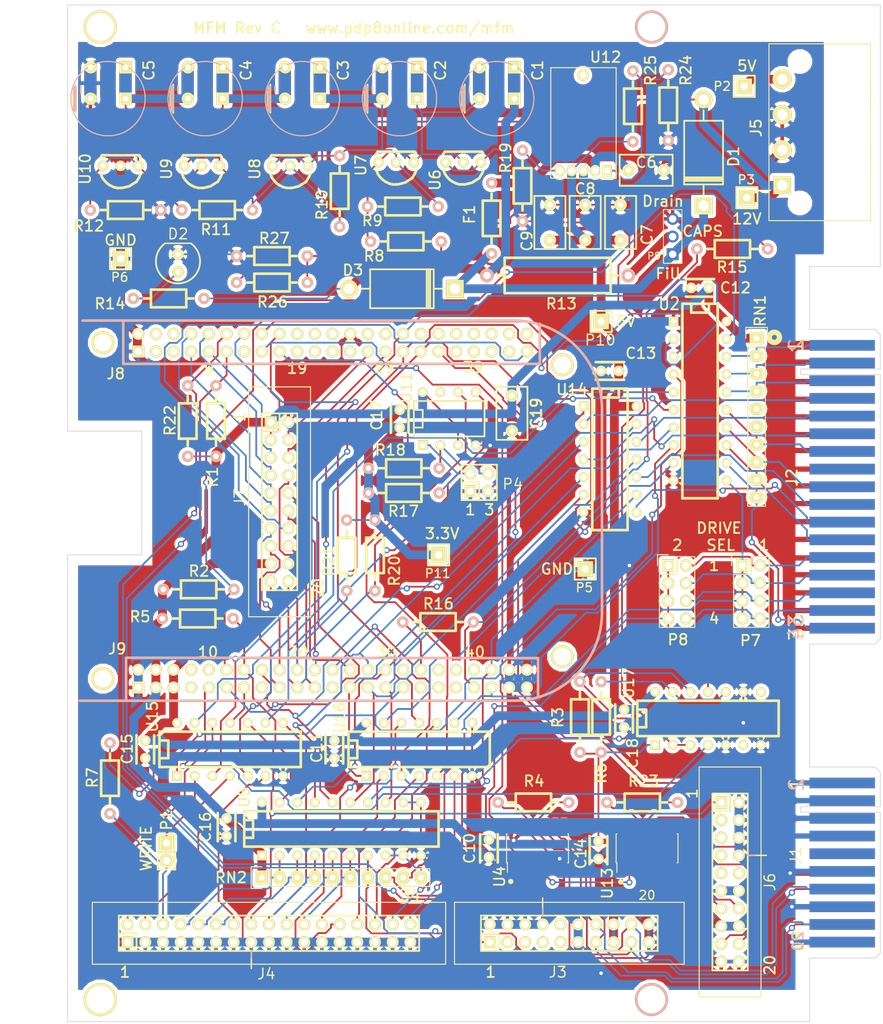
<source format=kicad_pcb>
(kicad_pcb (version 4) (host pcbnew "(after 2015-mar-04 BZR unknown)-product")

  (general
    (links 396)
    (no_connects 0)
    (area 104.14 10.45972 234.975401 165.71468)
    (thickness 1.6)
    (drawings 70)
    (tracks 2036)
    (zones 0)
    (modules 94)
    (nets 110)
  )

  (page USLetter)
  (title_block
    (title "MFM Disk Reader and Emulator")
    (date "18 May 2014")
    (rev 1)
    (company "David Gesswein")
  )

  (layers
    (0 F.Cu signal)
    (31 B.Cu signal)
    (32 B.Adhes user)
    (33 F.Adhes user)
    (34 B.Paste user)
    (35 F.Paste user)
    (36 B.SilkS user)
    (37 F.SilkS user)
    (38 B.Mask user)
    (39 F.Mask user)
    (40 Dwgs.User user hide)
    (41 Cmts.User user)
    (42 Eco1.User user)
    (43 Eco2.User user)
    (44 Edge.Cuts user)
  )

  (setup
    (last_trace_width 0.254)
    (user_trace_width 0.508)
    (user_trace_width 0.762)
    (user_trace_width 1.143)
    (user_trace_width 1.27)
    (trace_clearance 0.254)
    (zone_clearance 0.508)
    (zone_45_only yes)
    (trace_min 0.254)
    (segment_width 0.2032)
    (edge_width 0.1016)
    (via_size 0.889)
    (via_drill 0.508)
    (via_min_size 0.889)
    (via_min_drill 0.508)
    (uvia_size 0.508)
    (uvia_drill 0.127)
    (uvias_allowed no)
    (uvia_min_size 0.508)
    (uvia_min_drill 0.127)
    (pcb_text_width 0.254)
    (pcb_text_size 1.524 1.524)
    (mod_edge_width 0.1524)
    (mod_text_size 1.524 1.524)
    (mod_text_width 0.254)
    (pad_size 4.7498 4.7498)
    (pad_drill 0)
    (pad_to_mask_clearance 0.1016)
    (solder_mask_min_width 0.0762)
    (aux_axis_origin 0 0)
    (grid_origin 97.155 15.24)
    (visible_elements 7FFFF77F)
    (pcbplotparams
      (layerselection 0x010f8_80000001)
      (usegerberextensions true)
      (excludeedgelayer true)
      (linewidth 0.152400)
      (plotframeref false)
      (viasonmask false)
      (mode 1)
      (useauxorigin false)
      (hpglpennumber 1)
      (hpglpenspeed 20)
      (hpglpendiameter 15)
      (hpglpenoverlay 2)
      (psnegative false)
      (psa4output false)
      (plotreference true)
      (plotvalue false)
      (plotinvisibletext false)
      (padsonsilk false)
      (subtractmaskfromsilk true)
      (outputformat 1)
      (mirror false)
      (drillshape 0)
      (scaleselection 1)
      (outputdirectory gerber/))
  )

  (net 0 "")
  (net 1 +5V)
  (net 2 /emu/DIR_IN)
  (net 3 /emu/EXPANSION0)
  (net 4 /emu/EXPANSION1)
  (net 5 /emu/EXPANSION10)
  (net 6 /emu/EXPANSION11)
  (net 7 /emu/EXPANSION12)
  (net 8 /emu/EXPANSION2)
  (net 9 /emu/EXPANSION3)
  (net 10 /emu/EXPANSION4)
  (net 11 /emu/EXPANSION5)
  (net 12 /emu/EXPANSION6)
  (net 13 /emu/EXPANSION7)
  (net 14 /emu/EXPANSION8)
  (net 15 /emu/EXPANSION9)
  (net 16 /emu/E_DIR_IN)
  (net 17 /emu/E_HEAD0)
  (net 18 /emu/E_HEAD1)
  (net 19 /emu/E_HEAD2)
  (net 20 /emu/E_HEAD3)
  (net 21 /emu/E_SEL1)
  (net 22 /emu/E_SEL2)
  (net 23 /emu/E_SEL3)
  (net 24 /emu/E_SEL4)
  (net 25 /emu/E_STEP)
  (net 26 /emu/E_WRITE)
  (net 27 /emu/HEAD0)
  (net 28 /emu/HEAD1)
  (net 29 /emu/HEAD2)
  (net 30 /emu/HEAD3)
  (net 31 /emu/INDEX)
  (net 32 /emu/READY)
  (net 33 /emu/RECOVERY)
  (net 34 /emu/SEEK_DONE)
  (net 35 /emu/SEL1)
  (net 36 /emu/SEL3)
  (net 37 /emu/SEL4)
  (net 38 /emu/SELECTED)
  (net 39 /emu/STEP)
  (net 40 /emu/TRACK0)
  (net 41 /emu/WFAULT)
  (net 42 /emu/WRITE)
  (net 43 /emu/~EMU_EN)
  (net 44 /emu/~MFM0_IN)
  (net 45 /emu/~MFM_READ_EN)
  (net 46 AGND)
  (net 47 GND)
  (net 48 I2C2_SCL)
  (net 49 I2C2_SDA)
  (net 50 MFM_DATA)
  (net 51 "Net-(C1-Pad1)")
  (net 52 "Net-(C1-Pad2)")
  (net 53 "Net-(C2-Pad2)")
  (net 54 "Net-(C3-Pad2)")
  (net 55 "Net-(C4-Pad2)")
  (net 56 "Net-(C6-Pad1)")
  (net 57 "Net-(D1-Pad1)")
  (net 58 "Net-(D1-Pad2)")
  (net 59 "Net-(D2-Pad1)")
  (net 60 "Net-(J1-Pad1)")
  (net 61 "Net-(J1-Pad13)")
  (net 62 "Net-(J1-Pad14)")
  (net 63 "Net-(J1-Pad17)")
  (net 64 "Net-(J1-Pad18)")
  (net 65 "Net-(J2-Pad10)")
  (net 66 "Net-(J2-Pad12)")
  (net 67 "Net-(J2-Pad20)")
  (net 68 "Net-(J2-Pad22)")
  (net 69 "Net-(J2-Pad8)")
  (net 70 "Net-(J3-Pad1)")
  (net 71 "Net-(J4-Pad10)")
  (net 72 "Net-(J4-Pad12)")
  (net 73 "Net-(J4-Pad14)")
  (net 74 "Net-(J4-Pad18)")
  (net 75 "Net-(J4-Pad2)")
  (net 76 "Net-(J4-Pad20)")
  (net 77 "Net-(J4-Pad22)")
  (net 78 "Net-(J4-Pad24)")
  (net 79 "Net-(J4-Pad26)")
  (net 80 "Net-(J4-Pad28)")
  (net 81 "Net-(J4-Pad30)")
  (net 82 "Net-(J4-Pad32)")
  (net 83 "Net-(J4-Pad34)")
  (net 84 "Net-(J4-Pad4)")
  (net 85 "Net-(J4-Pad6)")
  (net 86 "Net-(J4-Pad8)")
  (net 87 "Net-(J5-Pad4)")
  (net 88 "Net-(J6-Pad13)")
  (net 89 "Net-(J6-Pad14)")
  (net 90 "Net-(J6-Pad17)")
  (net 91 "Net-(J6-Pad18)")
  (net 92 "Net-(P1-Pad1)")
  (net 93 "Net-(P4-Pad2)")
  (net 94 "Net-(P4-Pad4)")
  (net 95 "Net-(R19-Pad1)")
  (net 96 RECOVERY_DRIVE2_SEL)
  (net 97 V12_ADC)
  (net 98 ~MFM1_IN)
  (net 99 /emu/INT_SEL1)
  (net 100 INT_SEL2)
  (net 101 "Net-(P9-Pad2)")
  (net 102 +3V3)
  (net 103 SEL2)
  (net 104 "Net-(R24-Pad2)")
  (net 105 "Net-(R26-Pad1)")
  (net 106 "Net-(RN2-Pad10)")
  (net 107 POWER_BUTTON)
  (net 108 "Net-(R6-Pad2)")
  (net 109 /emu/EXPANSION13)

  (net_class Default "This is the default net class."
    (clearance 0.254)
    (trace_width 0.254)
    (via_dia 0.889)
    (via_drill 0.508)
    (uvia_dia 0.508)
    (uvia_drill 0.127)
    (add_net +3V3)
    (add_net +5V)
    (add_net /emu/DIR_IN)
    (add_net /emu/EXPANSION0)
    (add_net /emu/EXPANSION1)
    (add_net /emu/EXPANSION10)
    (add_net /emu/EXPANSION11)
    (add_net /emu/EXPANSION12)
    (add_net /emu/EXPANSION13)
    (add_net /emu/EXPANSION2)
    (add_net /emu/EXPANSION3)
    (add_net /emu/EXPANSION4)
    (add_net /emu/EXPANSION5)
    (add_net /emu/EXPANSION6)
    (add_net /emu/EXPANSION7)
    (add_net /emu/EXPANSION8)
    (add_net /emu/EXPANSION9)
    (add_net /emu/E_DIR_IN)
    (add_net /emu/E_HEAD0)
    (add_net /emu/E_HEAD1)
    (add_net /emu/E_HEAD2)
    (add_net /emu/E_HEAD3)
    (add_net /emu/E_SEL1)
    (add_net /emu/E_SEL2)
    (add_net /emu/E_SEL3)
    (add_net /emu/E_SEL4)
    (add_net /emu/E_STEP)
    (add_net /emu/E_WRITE)
    (add_net /emu/HEAD0)
    (add_net /emu/HEAD1)
    (add_net /emu/HEAD2)
    (add_net /emu/HEAD3)
    (add_net /emu/INDEX)
    (add_net /emu/INT_SEL1)
    (add_net /emu/READY)
    (add_net /emu/RECOVERY)
    (add_net /emu/SEEK_DONE)
    (add_net /emu/SEL1)
    (add_net /emu/SEL3)
    (add_net /emu/SEL4)
    (add_net /emu/SELECTED)
    (add_net /emu/STEP)
    (add_net /emu/TRACK0)
    (add_net /emu/WFAULT)
    (add_net /emu/WRITE)
    (add_net /emu/~EMU_EN)
    (add_net /emu/~MFM0_IN)
    (add_net /emu/~MFM_READ_EN)
    (add_net AGND)
    (add_net GND)
    (add_net I2C2_SCL)
    (add_net I2C2_SDA)
    (add_net INT_SEL2)
    (add_net MFM_DATA)
    (add_net "Net-(C1-Pad1)")
    (add_net "Net-(C1-Pad2)")
    (add_net "Net-(C2-Pad2)")
    (add_net "Net-(C3-Pad2)")
    (add_net "Net-(C4-Pad2)")
    (add_net "Net-(C6-Pad1)")
    (add_net "Net-(D1-Pad1)")
    (add_net "Net-(D1-Pad2)")
    (add_net "Net-(D2-Pad1)")
    (add_net "Net-(J1-Pad1)")
    (add_net "Net-(J1-Pad13)")
    (add_net "Net-(J1-Pad14)")
    (add_net "Net-(J1-Pad17)")
    (add_net "Net-(J1-Pad18)")
    (add_net "Net-(J2-Pad10)")
    (add_net "Net-(J2-Pad12)")
    (add_net "Net-(J2-Pad20)")
    (add_net "Net-(J2-Pad22)")
    (add_net "Net-(J2-Pad8)")
    (add_net "Net-(J3-Pad1)")
    (add_net "Net-(J4-Pad10)")
    (add_net "Net-(J4-Pad12)")
    (add_net "Net-(J4-Pad14)")
    (add_net "Net-(J4-Pad18)")
    (add_net "Net-(J4-Pad2)")
    (add_net "Net-(J4-Pad20)")
    (add_net "Net-(J4-Pad22)")
    (add_net "Net-(J4-Pad24)")
    (add_net "Net-(J4-Pad26)")
    (add_net "Net-(J4-Pad28)")
    (add_net "Net-(J4-Pad30)")
    (add_net "Net-(J4-Pad32)")
    (add_net "Net-(J4-Pad34)")
    (add_net "Net-(J4-Pad4)")
    (add_net "Net-(J4-Pad6)")
    (add_net "Net-(J4-Pad8)")
    (add_net "Net-(J5-Pad4)")
    (add_net "Net-(J6-Pad13)")
    (add_net "Net-(J6-Pad14)")
    (add_net "Net-(J6-Pad17)")
    (add_net "Net-(J6-Pad18)")
    (add_net "Net-(P1-Pad1)")
    (add_net "Net-(P4-Pad2)")
    (add_net "Net-(P4-Pad4)")
    (add_net "Net-(P9-Pad2)")
    (add_net "Net-(R19-Pad1)")
    (add_net "Net-(R24-Pad2)")
    (add_net "Net-(R26-Pad1)")
    (add_net "Net-(R6-Pad2)")
    (add_net "Net-(RN2-Pad10)")
    (add_net POWER_BUTTON)
    (add_net RECOVERY_DRIVE2_SEL)
    (add_net SEL2)
    (add_net V12_ADC)
    (add_net ~MFM1_IN)
  )

  (net_class power ""
    (clearance 0.254)
    (trace_width 1.27)
    (via_dia 0.889)
    (via_drill 0.635)
    (uvia_dia 0.508)
    (uvia_drill 0.127)
  )

  (module all_fp:econ20 (layer F.Cu) (tedit 5C7AC92C) (tstamp 5397C058)
    (at 228.981 136.804 90)
    (path /53041A1B/52FD4C26)
    (fp_text reference J1 (at -0.3814 -6.8072 90) (layer F.SilkS)
      (effects (font (thickness 0.2032)))
    )
    (fp_text value ECON20 (at -5.08 -0.38862 90) (layer F.SilkS) hide
      (effects (font (size 1 1) (thickness 0.15)))
    )
    (fp_line (start -15.113 -4.5466) (end 12.3698 -4.5466) (layer F.Mask) (width 0.762))
    (fp_line (start 6.2484 5.334) (end 6.2484 -6.096) (layer Dwgs.User) (width 0.1524))
    (fp_line (start -14.3256 5.334) (end 11.5824 5.334) (layer Dwgs.User) (width 0.1524))
    (fp_line (start -14.3256 5.334) (end -15.0876 3.81) (layer Dwgs.User) (width 0.1524))
    (fp_line (start -15.0876 3.81) (end -15.0876 -4.826) (layer Dwgs.User) (width 0.1524))
    (fp_line (start 11.5824 5.334) (end 12.3444 3.81) (layer Dwgs.User) (width 0.1524))
    (fp_line (start 12.3444 3.81) (end 12.3444 -4.826) (layer Dwgs.User) (width 0.1524))
    (fp_text user 19 (at -12.7 -6.477 90) (layer F.SilkS)
      (effects (font (thickness 0.254)))
    )
    (fp_text user 1 (at 9.8929 -6.7437 90) (layer F.SilkS)
      (effects (font (size 2.032 2.032) (thickness 0.254)))
    )
    (fp_line (start -15.113 -3.7846) (end 12.3698 -3.7846) (layer F.Mask) (width 0.762))
    (fp_line (start -15.113 -3.0226) (end 12.3698 -3.0226) (layer F.Mask) (width 0.762))
    (fp_line (start -15.113 -2.2606) (end 12.3698 -2.2606) (layer F.Mask) (width 0.762))
    (fp_line (start -15.113 -1.4986) (end 12.3698 -1.4986) (layer F.Mask) (width 0.762))
    (fp_line (start -15.113 -0.7366) (end 12.3698 -0.7366) (layer F.Mask) (width 0.762))
    (fp_line (start -15.113 0.0254) (end 12.3698 0.0254) (layer F.Mask) (width 0.762))
    (fp_line (start -15.113 0.7874) (end 12.3698 0.7874) (layer F.Mask) (width 0.762))
    (fp_line (start -15.113 1.5494) (end 12.3698 1.5494) (layer F.Mask) (width 0.762))
    (fp_line (start -15.113 2.3114) (end 12.3698 2.3114) (layer F.Mask) (width 0.762))
    (fp_line (start -15.113 3.0734) (end 12.3698 3.0734) (layer F.Mask) (width 0.762))
    (fp_line (start -15.113 3.8354) (end 12.3698 3.8354) (layer F.Mask) (width 0.762))
    (fp_line (start -15.113 4.5974) (end 12.3698 4.5974) (layer F.Mask) (width 0.762))
    (fp_line (start -15.113 5.3594) (end 12.3698 5.3594) (layer F.Mask) (width 0.762))
    (fp_line (start -15.113 -4.5466) (end 12.3698 -4.5466) (layer B.Mask) (width 0.762))
    (fp_line (start -15.113 -3.7846) (end 12.3698 -3.7846) (layer B.Mask) (width 0.762))
    (fp_line (start -15.113 -3.0226) (end 12.3698 -3.0226) (layer B.Mask) (width 0.762))
    (fp_line (start -15.113 -2.2606) (end 12.3698 -2.2606) (layer B.Mask) (width 0.762))
    (fp_line (start -15.113 -1.4986) (end 12.3698 -1.4986) (layer B.Mask) (width 0.762))
    (fp_line (start -15.113 -0.7366) (end 12.3698 -0.7366) (layer B.Mask) (width 0.762))
    (fp_line (start -15.113 0.0254) (end 12.3698 0.0254) (layer B.Mask) (width 0.762))
    (fp_line (start -15.113 0.7874) (end 12.3698 0.7874) (layer B.Mask) (width 0.762))
    (fp_line (start -15.113 1.5494) (end 12.3698 1.5494) (layer B.Mask) (width 0.762))
    (fp_line (start -15.113 2.3114) (end 12.3698 2.3114) (layer B.Mask) (width 0.762))
    (fp_line (start -15.113 3.0734) (end 12.3698 3.0734) (layer B.Mask) (width 0.762))
    (fp_line (start -15.113 3.8354) (end 12.3698 3.8354) (layer B.Mask) (width 0.762))
    (fp_line (start -15.113 4.5974) (end 12.3698 4.5974) (layer B.Mask) (width 0.762))
    (fp_line (start -15.113 5.3594) (end 12.3698 5.3594) (layer B.Mask) (width 0.762))
    (pad 1 connect rect (at 10.0584 -0.13462 270) (size 1.524 9.398) (layers F.Cu F.Mask)
      (net 60 "Net-(J1-Pad1)"))
    (pad 2 connect rect (at 10.0584 -0.13462 270) (size 1.524 9.398) (layers B.Cu B.Mask)
      (net 47 GND))
    (pad 3 connect rect (at 7.5184 -0.13462 270) (size 1.524 9.398) (layers F.Cu F.Mask))
    (pad 4 connect rect (at 7.5184 -0.13462 270) (size 1.524 9.398) (layers B.Cu B.Mask)
      (net 47 GND))
    (pad 5 connect rect (at 4.9784 -0.13462 270) (size 1.524 9.398) (layers F.Cu F.Mask))
    (pad 6 connect rect (at 4.9784 -0.13462 270) (size 1.524 9.398) (layers B.Cu B.Mask)
      (net 47 GND))
    (pad 7 connect rect (at 2.4384 -0.13462 270) (size 1.524 9.398) (layers F.Cu F.Mask))
    (pad 8 connect rect (at 2.4384 -0.13462 270) (size 1.524 9.398) (layers B.Cu B.Mask)
      (net 47 GND))
    (pad 9 connect rect (at -0.1016 -0.13462 270) (size 1.524 9.398) (layers F.Cu F.Mask))
    (pad 10 connect rect (at -0.1016 -0.13462 270) (size 1.524 9.398) (layers B.Cu B.Mask))
    (pad 11 connect rect (at -2.6416 -0.13462 270) (size 1.524 9.398) (layers F.Cu F.Mask)
      (net 47 GND))
    (pad 12 connect rect (at -2.6416 -0.13462 270) (size 1.524 9.398) (layers B.Cu B.Mask)
      (net 47 GND))
    (pad 13 connect rect (at -5.1816 -0.13462 270) (size 1.524 9.398) (layers F.Cu F.Mask)
      (net 61 "Net-(J1-Pad13)"))
    (pad 14 connect rect (at -5.1816 -0.13462 270) (size 1.524 9.398) (layers B.Cu B.Mask)
      (net 62 "Net-(J1-Pad14)"))
    (pad 15 connect rect (at -7.7216 -0.13462 270) (size 1.524 9.398) (layers F.Cu F.Mask)
      (net 47 GND))
    (pad 16 connect rect (at -7.7216 -0.13462 270) (size 1.524 9.398) (layers B.Cu B.Mask)
      (net 47 GND))
    (pad 17 connect rect (at -10.2616 -0.13462 270) (size 1.524 9.398) (layers F.Cu F.Mask)
      (net 63 "Net-(J1-Pad17)"))
    (pad 18 connect rect (at -10.2616 -0.13462 270) (size 1.524 9.398) (layers B.Cu B.Mask)
      (net 64 "Net-(J1-Pad18)"))
    (pad 19 connect rect (at -12.8016 -0.13462 270) (size 1.524 9.398) (layers F.Cu F.Mask)
      (net 47 GND))
    (pad 20 connect rect (at -12.8016 -0.13462 270) (size 1.524 9.398) (layers B.Cu B.Mask)
      (net 47 GND))
  )

  (module all_fp:ECON34 (layer F.Cu) (tedit 5C7AC61B) (tstamp 5397BF8C)
    (at 222.885 82.8802 90)
    (path /53041A1B/52FD4CB2)
    (fp_text reference J2 (at 0 -1.27 90) (layer F.SilkS)
      (effects (font (thickness 0.254)))
    )
    (fp_text value ECON34 (at 0 0 90) (layer F.SilkS) hide
      (effects (font (size 1 1) (thickness 0.15)))
    )
    (fp_line (start -24.003 1.5494) (end 21.3614 1.5494) (layer F.Mask) (width 0.762))
    (fp_line (start 21.3106 5.9436) (end 21.336 5.969) (layer B.Mask) (width 0.1524))
    (fp_line (start 15.1892 11.43) (end 15.1892 0) (layer Dwgs.User) (width 0.1524))
    (fp_line (start 20.5232 11.43) (end -23.1648 11.43) (layer Dwgs.User) (width 0.1524))
    (fp_line (start -23.1648 11.43) (end -23.9268 9.906) (layer Dwgs.User) (width 0.1524))
    (fp_line (start -23.9268 9.906) (end -23.9268 1.27) (layer Dwgs.User) (width 0.1524))
    (fp_line (start 20.5232 11.43) (end 21.2852 9.906) (layer Dwgs.User) (width 0.1524))
    (fp_line (start 21.2852 9.906) (end 21.2852 1.27) (layer Dwgs.User) (width 0.1524))
    (fp_text user 33 (at -21.5138 -0.6096 90) (layer F.SilkS)
      (effects (font (size 2.032 2.032) (thickness 0.254)))
    )
    (fp_text user 1 (at 18.8468 -0.7112 90) (layer F.SilkS)
      (effects (font (size 2.032 2.032) (thickness 0.254)))
    )
    (fp_line (start -24.003 2.3114) (end 21.3614 2.3114) (layer F.Mask) (width 0.762))
    (fp_line (start -24.003 3.0734) (end 21.3614 3.0734) (layer F.Mask) (width 0.762))
    (fp_line (start -24.003 3.8354) (end 21.3614 3.8354) (layer F.Mask) (width 0.762))
    (fp_line (start -24.003 4.5974) (end 21.3614 4.5974) (layer F.Mask) (width 0.762))
    (fp_line (start -24.003 5.3594) (end 21.3614 5.3594) (layer F.Mask) (width 0.762))
    (fp_line (start -24.003 6.1214) (end 21.3614 6.1214) (layer F.Mask) (width 0.762))
    (fp_line (start -24.003 6.8834) (end 21.3614 6.8834) (layer F.Mask) (width 0.762))
    (fp_line (start -24.003 7.6454) (end 21.3614 7.6454) (layer F.Mask) (width 0.762))
    (fp_line (start -24.003 8.4074) (end 21.3614 8.4074) (layer F.Mask) (width 0.762))
    (fp_line (start -24.003 9.1694) (end 21.3614 9.1694) (layer F.Mask) (width 0.762))
    (fp_line (start -24.003 9.9314) (end 21.3614 9.9314) (layer F.Mask) (width 0.762))
    (fp_line (start -24.003 10.6934) (end 21.3614 10.6934) (layer F.Mask) (width 0.762))
    (fp_line (start -24.003 11.4554) (end 21.3614 11.4554) (layer F.Mask) (width 0.762))
    (fp_line (start -24.003 1.5494) (end 21.3614 1.5494) (layer B.Mask) (width 0.762))
    (fp_line (start -24.003 2.3114) (end 21.3614 2.3114) (layer B.Mask) (width 0.762))
    (fp_line (start -24.003 3.0734) (end 21.3614 3.0734) (layer B.Mask) (width 0.762))
    (fp_line (start -24.003 3.8354) (end 21.3614 3.8354) (layer B.Mask) (width 0.762))
    (fp_line (start -24.003 4.5974) (end 21.3614 4.5974) (layer B.Mask) (width 0.762))
    (fp_line (start -24.003 5.3594) (end 21.3614 5.3594) (layer B.Mask) (width 0.762))
    (fp_line (start -24.003 6.1214) (end 21.3614 6.1214) (layer B.Mask) (width 0.762))
    (fp_line (start -24.003 6.8834) (end 21.3614 6.8834) (layer B.Mask) (width 0.762))
    (fp_line (start -24.003 7.6454) (end 21.3614 7.6454) (layer B.Mask) (width 0.762))
    (fp_line (start -24.003 8.4074) (end 21.3614 8.4074) (layer B.Mask) (width 0.762))
    (fp_line (start -24.003 9.1694) (end 21.3614 9.1694) (layer B.Mask) (width 0.762))
    (fp_line (start -24.003 9.9314) (end 21.3614 9.9314) (layer B.Mask) (width 0.762))
    (fp_line (start -24.003 10.6934) (end 21.3614 10.6934) (layer B.Mask) (width 0.762))
    (fp_line (start -24.003 11.4554) (end 21.3614 11.4554) (layer B.Mask) (width 0.762))
    (pad 1 connect rect (at 18.9992 5.9563 270) (size 1.524 9.398) (layers F.Cu F.Mask)
      (net 47 GND))
    (pad 2 connect rect (at 18.9992 5.9563 270) (size 1.524 9.398) (layers B.Cu B.Mask)
      (net 20 /emu/E_HEAD3))
    (pad 3 connect rect (at 16.4592 5.9563 270) (size 1.524 9.398) (layers F.Cu F.Mask)
      (net 47 GND))
    (pad 4 connect rect (at 16.4592 5.9563 270) (size 1.524 9.398) (layers B.Cu B.Mask)
      (net 19 /emu/E_HEAD2))
    (pad 5 connect rect (at 13.9192 5.9563 270) (size 1.524 9.398) (layers F.Cu F.Mask)
      (net 47 GND))
    (pad 6 connect rect (at 13.9192 5.9563 270) (size 1.524 9.398) (layers B.Cu B.Mask)
      (net 26 /emu/E_WRITE))
    (pad 7 connect rect (at 11.3792 5.9563 270) (size 1.524 9.398) (layers F.Cu F.Mask)
      (net 47 GND))
    (pad 8 connect rect (at 11.3792 5.9563 270) (size 1.524 9.398) (layers B.Cu B.Mask)
      (net 69 "Net-(J2-Pad8)"))
    (pad 9 connect rect (at 8.8392 5.9563 270) (size 1.524 9.398) (layers F.Cu F.Mask)
      (net 47 GND))
    (pad 10 connect rect (at 8.8392 5.9563 270) (size 1.524 9.398) (layers B.Cu B.Mask)
      (net 65 "Net-(J2-Pad10)"))
    (pad 11 connect rect (at 6.2992 5.9563 270) (size 1.524 9.398) (layers F.Cu F.Mask)
      (net 47 GND))
    (pad 12 connect rect (at 6.2992 5.9563 270) (size 1.524 9.398) (layers B.Cu B.Mask)
      (net 66 "Net-(J2-Pad12)"))
    (pad 13 connect rect (at 3.7592 5.9563 270) (size 1.524 9.398) (layers F.Cu F.Mask)
      (net 47 GND))
    (pad 14 connect rect (at 3.7592 5.9563 270) (size 1.524 9.398) (layers B.Cu B.Mask)
      (net 17 /emu/E_HEAD0))
    (pad 15 connect rect (at 1.2192 5.9563 270) (size 1.524 9.398) (layers F.Cu F.Mask)
      (net 47 GND))
    (pad 16 connect rect (at 1.2192 5.9563 270) (size 1.524 9.398) (layers B.Cu B.Mask))
    (pad 17 connect rect (at -1.3208 5.9563 270) (size 1.524 9.398) (layers F.Cu F.Mask)
      (net 47 GND))
    (pad 18 connect rect (at -1.3208 5.9563 270) (size 1.524 9.398) (layers B.Cu B.Mask)
      (net 18 /emu/E_HEAD1))
    (pad 19 connect rect (at -3.8608 5.9563 270) (size 1.524 9.398) (layers F.Cu F.Mask)
      (net 47 GND))
    (pad 20 connect rect (at -3.8608 5.9563 270) (size 1.524 9.398) (layers B.Cu B.Mask)
      (net 67 "Net-(J2-Pad20)"))
    (pad 21 connect rect (at -6.4008 5.9563 270) (size 1.524 9.398) (layers F.Cu F.Mask)
      (net 47 GND))
    (pad 22 connect rect (at -6.4008 5.9563 270) (size 1.524 9.398) (layers B.Cu B.Mask)
      (net 68 "Net-(J2-Pad22)"))
    (pad 23 connect rect (at -8.9408 5.9563 270) (size 1.524 9.398) (layers F.Cu F.Mask)
      (net 47 GND))
    (pad 24 connect rect (at -8.9408 5.9563 270) (size 1.524 9.398) (layers B.Cu B.Mask)
      (net 25 /emu/E_STEP))
    (pad 25 connect rect (at -11.4808 5.9563 270) (size 1.524 9.398) (layers F.Cu F.Mask)
      (net 47 GND))
    (pad 26 connect rect (at -11.4808 5.9563 270) (size 1.524 9.398) (layers B.Cu B.Mask)
      (net 21 /emu/E_SEL1))
    (pad 27 connect rect (at -14.0208 5.9563 270) (size 1.524 9.398) (layers F.Cu F.Mask)
      (net 47 GND))
    (pad 28 connect rect (at -14.0208 5.9563 270) (size 1.524 9.398) (layers B.Cu B.Mask)
      (net 22 /emu/E_SEL2))
    (pad 29 connect rect (at -16.5608 5.9563 270) (size 1.524 9.398) (layers F.Cu F.Mask)
      (net 47 GND))
    (pad 30 connect rect (at -16.5608 5.9563 270) (size 1.524 9.398) (layers B.Cu B.Mask)
      (net 23 /emu/E_SEL3))
    (pad 31 connect rect (at -19.1008 5.9563 270) (size 1.524 9.398) (layers F.Cu F.Mask)
      (net 47 GND))
    (pad 32 connect rect (at -19.1008 5.9563 270) (size 1.524 9.398) (layers B.Cu B.Mask)
      (net 24 /emu/E_SEL4))
    (pad 33 connect rect (at -21.6408 5.9563 270) (size 1.524 9.398) (layers F.Cu F.Mask)
      (net 47 GND))
    (pad 34 connect rect (at -21.6408 5.9563 270) (size 1.524 9.398) (layers B.Cu B.Mask)
      (net 16 /emu/E_DIR_IN))
  )

  (module all_fp:BEAGLEBONEBLACK (layer F.Cu) (tedit 558E0847) (tstamp 53657CAA)
    (at 151.13 87.63 180)
    (tags "beaglebone black")
    (path /53041A1B/557E17F0)
    (fp_text reference U1 (at 0 1.778 180) (layer F.SilkS) hide
      (effects (font (thickness 0.254)))
    )
    (fp_text value BEAGLEBONEBLACK (at 0 -1.143 180) (layer F.SilkS) hide
      (effects (font (thickness 0.254)))
    )
    (fp_line (start 25.654 27.305) (end 25.654 21.082) (layer B.SilkS) (width 0.381))
    (fp_line (start 25.6032 21.082) (end -34.29 21.082) (layer B.SilkS) (width 0.381))
    (fp_line (start -34.2392 21.1328) (end -34.2392 26.8224) (layer B.SilkS) (width 0.381))
    (fp_line (start 25.2476 -27.178) (end 25.2476 -21.1328) (layer B.SilkS) (width 0.381))
    (fp_line (start 25.2476 -21.1328) (end -33.9852 -21.1836) (layer B.SilkS) (width 0.381))
    (fp_line (start -33.9852 -21.1836) (end -33.9852 -26.7208) (layer B.SilkS) (width 0.381))
    (fp_line (start -30.48 27.305) (end 31.496 27.305) (layer B.SilkS) (width 0.381))
    (fp_line (start -30.48 -27.305) (end 31.877 -27.305) (layer B.SilkS) (width 0.381))
    (fp_text user 40 (at -24.892 -20.32 180) (layer F.SilkS)
      (effects (font (thickness 0.254)))
    )
    (fp_text user 30 (at -12.192 -20.32 180) (layer F.SilkS)
      (effects (font (thickness 0.254)))
    )
    (fp_text user 20 (at 0.508 -20.32 180) (layer F.SilkS)
      (effects (font (thickness 0.254)))
    )
    (fp_text user 10 (at 13.462 -20.32 180) (layer F.SilkS)
      (effects (font (thickness 0.254)))
    )
    (fp_text user 39 (at -24.638 20.574 180) (layer F.SilkS)
      (effects (font (thickness 0.254)))
    )
    (fp_text user 29 (at -11.938 20.574 180) (layer F.SilkS)
      (effects (font (thickness 0.254)))
    )
    (fp_text user 19 (at 0.635 20.447 180) (layer F.SilkS)
      (effects (font (thickness 0.254)))
    )
    (fp_text user 9 (at 13.3096 20.3708 180) (layer F.SilkS)
      (effects (font (thickness 0.254)))
    )
    (fp_text user J9 (at 26.5176 -19.8628 180) (layer F.SilkS)
      (effects (font (thickness 0.254)))
    )
    (fp_text user J8 (at 26.7208 19.6596 180) (layer F.SilkS)
      (effects (font (thickness 0.254)))
    )
    (fp_line (start 36.195 11.811) (end 36.195 11.43) (layer Dwgs.User) (width 0.381))
    (fp_line (start 36.195 11.43) (end 22.86 11.43) (layer Dwgs.User) (width 0.381))
    (fp_line (start 22.86 11.43) (end 22.86 -6.35) (layer Dwgs.User) (width 0.381))
    (fp_line (start 22.86 -6.35) (end 43.18 -6.35) (layer Dwgs.User) (width 0.381))
    (fp_line (start 43.18 -6.35) (end 43.18 -6.731) (layer Dwgs.User) (width 0.381))
    (fp_line (start -30.48 27.305) (end 36.195 27.305) (layer Dwgs.User) (width 0.381))
    (fp_line (start 36.195 27.305) (end 36.195 11.811) (layer Dwgs.User) (width 0.381))
    (fp_line (start 43.18 -6.731) (end 43.18 -19.685) (layer Dwgs.User) (width 0.381))
    (fp_line (start 43.18 -20.955) (end 43.18 -19.685) (layer Dwgs.User) (width 0.381))
    (fp_line (start -30.48 -27.305) (end 36.83 -27.305) (layer Dwgs.User) (width 0.381))
    (fp_line (start -43.18 -14.605) (end -43.18 14.605) (layer B.SilkS) (width 0.381))
    (fp_arc (start -30.48 -14.605) (end -43.18 -14.605) (angle 90) (layer B.SilkS) (width 0.381))
    (fp_arc (start -30.48 14.605) (end -30.48 27.305) (angle 90) (layer B.SilkS) (width 0.381))
    (fp_arc (start 36.83 -20.955) (end 36.83 -27.305) (angle 90) (layer Dwgs.User) (width 0.381))
    (pad M1 thru_hole circle (at -37.465 -20.955 180) (size 3.302 3.302) (drill 2.54) (layers *.Cu *.Mask F.SilkS))
    (pad M2 thru_hole circle (at 28.575 -24.13 180) (size 3.302 3.302) (drill 2.54) (layers *.Cu *.Mask F.SilkS))
    (pad M3 thru_hole circle (at 28.575 24.13 180) (size 3.302 3.302) (drill 2.54) (layers *.Cu *.Mask F.SilkS))
    (pad M4 thru_hole circle (at -37.465 20.955 180) (size 3.302 3.302) (drill 2.54) (layers *.Cu *.Mask F.SilkS))
    (pad C1 thru_hole rect (at 23.495 -25.4 180) (size 1.7272 1.7272) (drill 1.0668) (layers *.Cu *.Mask F.SilkS)
      (net 47 GND))
    (pad C2 thru_hole circle (at 23.495 -22.86 180) (size 1.7272 1.7272) (drill 1.0668) (layers *.Cu *.Mask F.SilkS)
      (net 47 GND))
    (pad C3 thru_hole circle (at 20.955 -25.4 180) (size 1.7272 1.7272) (drill 1.0668) (layers *.Cu *.Mask F.SilkS)
      (net 102 +3V3))
    (pad C4 thru_hole circle (at 20.955 -22.86 180) (size 1.7272 1.7272) (drill 1.0668) (layers *.Cu *.Mask F.SilkS)
      (net 102 +3V3))
    (pad C5 thru_hole circle (at 18.415 -25.4 180) (size 1.7272 1.7272) (drill 1.0668) (layers *.Cu *.Mask F.SilkS)
      (net 1 +5V))
    (pad C6 thru_hole circle (at 18.415 -22.86 180) (size 1.7272 1.7272) (drill 1.0668) (layers *.Cu *.Mask F.SilkS)
      (net 1 +5V))
    (pad C7 thru_hole circle (at 15.875 -25.4 180) (size 1.7272 1.7272) (drill 1.0668) (layers *.Cu *.Mask F.SilkS))
    (pad C8 thru_hole circle (at 15.875 -22.86 180) (size 1.7272 1.7272) (drill 1.0668) (layers *.Cu *.Mask F.SilkS))
    (pad C9 thru_hole circle (at 13.335 -25.4 180) (size 1.7272 1.7272) (drill 1.0668) (layers *.Cu *.Mask F.SilkS)
      (net 107 POWER_BUTTON))
    (pad C10 thru_hole circle (at 13.335 -22.86 180) (size 1.7272 1.7272) (drill 1.0668) (layers *.Cu *.Mask F.SilkS))
    (pad C11 thru_hole circle (at 10.795 -25.4 180) (size 1.7272 1.7272) (drill 1.0668) (layers *.Cu *.Mask F.SilkS)
      (net 109 /emu/EXPANSION13))
    (pad C12 thru_hole circle (at 10.795 -22.86 180) (size 1.7272 1.7272) (drill 1.0668) (layers *.Cu *.Mask F.SilkS)
      (net 43 /emu/~EMU_EN))
    (pad C13 thru_hole circle (at 8.255 -25.4 180) (size 1.7272 1.7272) (drill 1.0668) (layers *.Cu *.Mask F.SilkS)
      (net 33 /emu/RECOVERY))
    (pad C14 thru_hole circle (at 8.255 -22.86 180) (size 1.7272 1.7272) (drill 1.0668) (layers *.Cu *.Mask F.SilkS)
      (net 45 /emu/~MFM_READ_EN))
    (pad C15 thru_hole circle (at 5.715 -25.4 180) (size 1.7272 1.7272) (drill 1.0668) (layers *.Cu *.Mask F.SilkS))
    (pad C16 thru_hole circle (at 5.715 -22.86 180) (size 1.7272 1.7272) (drill 1.0668) (layers *.Cu *.Mask F.SilkS)
      (net 41 /emu/WFAULT))
    (pad C17 thru_hole circle (at 3.175 -25.4 180) (size 1.7272 1.7272) (drill 1.0668) (layers *.Cu *.Mask F.SilkS)
      (net 7 /emu/EXPANSION12))
    (pad C18 thru_hole circle (at 3.175 -22.86 180) (size 1.7272 1.7272) (drill 1.0668) (layers *.Cu *.Mask F.SilkS)
      (net 6 /emu/EXPANSION11))
    (pad C19 thru_hole circle (at 0.635 -25.4 180) (size 1.7272 1.7272) (drill 1.0668) (layers *.Cu *.Mask F.SilkS)
      (net 48 I2C2_SCL))
    (pad C20 thru_hole circle (at 0.635 -22.86 180) (size 1.7272 1.7272) (drill 1.0668) (layers *.Cu *.Mask F.SilkS)
      (net 49 I2C2_SDA))
    (pad C21 thru_hole circle (at -1.905 -25.4 180) (size 1.7272 1.7272) (drill 1.0668) (layers *.Cu *.Mask F.SilkS)
      (net 9 /emu/EXPANSION3))
    (pad C22 thru_hole circle (at -1.905 -22.86 180) (size 1.7272 1.7272) (drill 1.0668) (layers *.Cu *.Mask F.SilkS)
      (net 8 /emu/EXPANSION2))
    (pad C23 thru_hole circle (at -4.445 -25.4 180) (size 1.7272 1.7272) (drill 1.0668) (layers *.Cu *.Mask F.SilkS))
    (pad C24 thru_hole circle (at -4.445 -22.86 180) (size 1.7272 1.7272) (drill 1.0668) (layers *.Cu *.Mask F.SilkS)
      (net 103 SEL2))
    (pad C25 thru_hole circle (at -6.985 -25.4 180) (size 1.7272 1.7272) (drill 1.0668) (layers *.Cu *.Mask F.SilkS)
      (net 39 /emu/STEP))
    (pad C26 thru_hole circle (at -6.985 -22.86 180) (size 1.7272 1.7272) (drill 1.0668) (layers *.Cu *.Mask F.SilkS)
      (net 10 /emu/EXPANSION4))
    (pad C27 thru_hole circle (at -9.525 -25.4 180) (size 1.7272 1.7272) (drill 1.0668) (layers *.Cu *.Mask F.SilkS)
      (net 31 /emu/INDEX))
    (pad C28 thru_hole circle (at -9.525 -22.86 180) (size 1.7272 1.7272) (drill 1.0668) (layers *.Cu *.Mask F.SilkS)
      (net 40 /emu/TRACK0))
    (pad C29 thru_hole circle (at -12.065 -25.4 180) (size 1.7272 1.7272) (drill 1.0668) (layers *.Cu *.Mask F.SilkS)
      (net 38 /emu/SELECTED))
    (pad C30 thru_hole circle (at -12.065 -22.86 180) (size 1.7272 1.7272) (drill 1.0668) (layers *.Cu *.Mask F.SilkS)
      (net 34 /emu/SEEK_DONE))
    (pad C31 thru_hole circle (at -14.605 -25.4 180) (size 1.7272 1.7272) (drill 1.0668) (layers *.Cu *.Mask F.SilkS)
      (net 42 /emu/WRITE))
    (pad C32 thru_hole circle (at -14.605 -22.86 180) (size 1.7272 1.7272) (drill 1.0668) (layers *.Cu *.Mask F.SilkS))
    (pad C33 thru_hole circle (at -17.145 -25.4 180) (size 1.7272 1.7272) (drill 1.0668) (layers *.Cu *.Mask F.SilkS))
    (pad C34 thru_hole circle (at -17.145 -22.86 180) (size 1.7272 1.7272) (drill 1.0668) (layers *.Cu *.Mask F.SilkS)
      (net 46 AGND))
    (pad C35 thru_hole circle (at -19.685 -25.4 180) (size 1.7272 1.7272) (drill 1.0668) (layers *.Cu *.Mask F.SilkS))
    (pad C36 thru_hole circle (at -19.685 -22.86 180) (size 1.7272 1.7272) (drill 1.0668) (layers *.Cu *.Mask F.SilkS))
    (pad C37 thru_hole circle (at -22.225 -25.4 180) (size 1.7272 1.7272) (drill 1.0668) (layers *.Cu *.Mask F.SilkS))
    (pad C38 thru_hole circle (at -22.225 -22.86 180) (size 1.7272 1.7272) (drill 1.0668) (layers *.Cu *.Mask F.SilkS))
    (pad C39 thru_hole circle (at -24.765 -25.4 180) (size 1.7272 1.7272) (drill 1.0668) (layers *.Cu *.Mask F.SilkS)
      (net 97 V12_ADC))
    (pad C40 thru_hole circle (at -24.765 -22.86 180) (size 1.7272 1.7272) (drill 1.0668) (layers *.Cu *.Mask F.SilkS))
    (pad C41 thru_hole circle (at -27.305 -25.4 180) (size 1.7272 1.7272) (drill 1.0668) (layers *.Cu *.Mask F.SilkS)
      (net 2 /emu/DIR_IN))
    (pad C42 thru_hole circle (at -27.305 -22.86 180) (size 1.7272 1.7272) (drill 1.0668) (layers *.Cu *.Mask F.SilkS)
      (net 32 /emu/READY))
    (pad C43 thru_hole circle (at -29.845 -25.4 180) (size 1.7272 1.7272) (drill 1.0668) (layers *.Cu *.Mask F.SilkS)
      (net 47 GND))
    (pad C44 thru_hole circle (at -29.845 -22.86 180) (size 1.7272 1.7272) (drill 1.0668) (layers *.Cu *.Mask F.SilkS)
      (net 47 GND))
    (pad C45 thru_hole circle (at -32.385 -25.4 180) (size 1.7272 1.7272) (drill 1.0668) (layers *.Cu *.Mask F.SilkS)
      (net 47 GND))
    (pad C46 thru_hole circle (at -32.385 -22.86 180) (size 1.7272 1.7272) (drill 1.0668) (layers *.Cu *.Mask F.SilkS)
      (net 47 GND))
    (pad B1 thru_hole rect (at 23.495 22.86 180) (size 1.7272 1.7272) (drill 1.0668) (layers *.Cu *.Mask F.SilkS)
      (net 47 GND))
    (pad B2 thru_hole circle (at 23.495 25.4 180) (size 1.7272 1.7272) (drill 1.0668) (layers *.Cu *.Mask F.SilkS)
      (net 47 GND))
    (pad B3 thru_hole circle (at 20.955 22.86 180) (size 1.7272 1.7272) (drill 1.0668) (layers *.Cu *.Mask F.SilkS))
    (pad B4 thru_hole circle (at 20.955 25.4 180) (size 1.7272 1.7272) (drill 1.0668) (layers *.Cu *.Mask F.SilkS))
    (pad B5 thru_hole circle (at 18.415 22.86 180) (size 1.7272 1.7272) (drill 1.0668) (layers *.Cu *.Mask F.SilkS))
    (pad B6 thru_hole circle (at 18.415 25.4 180) (size 1.7272 1.7272) (drill 1.0668) (layers *.Cu *.Mask F.SilkS))
    (pad B7 thru_hole circle (at 15.875 22.86 180) (size 1.7272 1.7272) (drill 1.0668) (layers *.Cu *.Mask F.SilkS)
      (net 12 /emu/EXPANSION6))
    (pad B8 thru_hole circle (at 15.875 25.4 180) (size 1.7272 1.7272) (drill 1.0668) (layers *.Cu *.Mask F.SilkS)
      (net 13 /emu/EXPANSION7))
    (pad B9 thru_hole circle (at 13.335 22.86 180) (size 1.7272 1.7272) (drill 1.0668) (layers *.Cu *.Mask F.SilkS)
      (net 15 /emu/EXPANSION9))
    (pad B10 thru_hole circle (at 13.335 25.4 180) (size 1.7272 1.7272) (drill 1.0668) (layers *.Cu *.Mask F.SilkS)
      (net 14 /emu/EXPANSION8))
    (pad B11 thru_hole circle (at 10.795 22.86 180) (size 1.7272 1.7272) (drill 1.0668) (layers *.Cu *.Mask F.SilkS)
      (net 44 /emu/~MFM0_IN))
    (pad B12 thru_hole circle (at 10.795 25.4 180) (size 1.7272 1.7272) (drill 1.0668) (layers *.Cu *.Mask F.SilkS)
      (net 98 ~MFM1_IN))
    (pad B13 thru_hole circle (at 8.255 22.86 180) (size 1.7272 1.7272) (drill 1.0668) (layers *.Cu *.Mask F.SilkS))
    (pad B14 thru_hole circle (at 8.255 25.4 180) (size 1.7272 1.7272) (drill 1.0668) (layers *.Cu *.Mask F.SilkS)
      (net 36 /emu/SEL3))
    (pad B15 thru_hole circle (at 5.715 22.86 180) (size 1.7272 1.7272) (drill 1.0668) (layers *.Cu *.Mask F.SilkS)
      (net 50 MFM_DATA))
    (pad B16 thru_hole circle (at 5.715 25.4 180) (size 1.7272 1.7272) (drill 1.0668) (layers *.Cu *.Mask F.SilkS)
      (net 35 /emu/SEL1))
    (pad B17 thru_hole circle (at 3.175 22.86 180) (size 1.7272 1.7272) (drill 1.0668) (layers *.Cu *.Mask F.SilkS)
      (net 37 /emu/SEL4))
    (pad B18 thru_hole circle (at 3.175 25.4 180) (size 1.7272 1.7272) (drill 1.0668) (layers *.Cu *.Mask F.SilkS)
      (net 11 /emu/EXPANSION5))
    (pad B19 thru_hole circle (at 0.635 22.86 180) (size 1.7272 1.7272) (drill 1.0668) (layers *.Cu *.Mask F.SilkS))
    (pad B20 thru_hole circle (at 0.635 25.4 180) (size 1.7272 1.7272) (drill 1.0668) (layers *.Cu *.Mask F.SilkS))
    (pad B21 thru_hole circle (at -1.905 22.86 180) (size 1.7272 1.7272) (drill 1.0668) (layers *.Cu *.Mask F.SilkS))
    (pad B22 thru_hole circle (at -1.905 25.4 180) (size 1.7272 1.7272) (drill 1.0668) (layers *.Cu *.Mask F.SilkS))
    (pad B23 thru_hole circle (at -4.445 22.86 180) (size 1.7272 1.7272) (drill 1.0668) (layers *.Cu *.Mask F.SilkS))
    (pad B24 thru_hole circle (at -4.445 25.4 180) (size 1.7272 1.7272) (drill 1.0668) (layers *.Cu *.Mask F.SilkS))
    (pad B25 thru_hole circle (at -6.985 22.86 180) (size 1.7272 1.7272) (drill 1.0668) (layers *.Cu *.Mask F.SilkS))
    (pad B26 thru_hole circle (at -6.985 25.4 180) (size 1.7272 1.7272) (drill 1.0668) (layers *.Cu *.Mask F.SilkS)
      (net 47 GND))
    (pad B27 thru_hole circle (at -9.525 22.86 180) (size 1.7272 1.7272) (drill 1.0668) (layers *.Cu *.Mask F.SilkS)
      (net 3 /emu/EXPANSION0))
    (pad B28 thru_hole circle (at -9.525 25.4 180) (size 1.7272 1.7272) (drill 1.0668) (layers *.Cu *.Mask F.SilkS))
    (pad B29 thru_hole circle (at -12.065 22.86 180) (size 1.7272 1.7272) (drill 1.0668) (layers *.Cu *.Mask F.SilkS)
      (net 4 /emu/EXPANSION1))
    (pad B30 thru_hole circle (at -12.065 25.4 180) (size 1.7272 1.7272) (drill 1.0668) (layers *.Cu *.Mask F.SilkS))
    (pad B31 thru_hole circle (at -14.605 22.86 180) (size 1.7272 1.7272) (drill 1.0668) (layers *.Cu *.Mask F.SilkS)
      (net 29 /emu/HEAD2))
    (pad B32 thru_hole circle (at -14.605 25.4 180) (size 1.7272 1.7272) (drill 1.0668) (layers *.Cu *.Mask F.SilkS)
      (net 30 /emu/HEAD3))
    (pad B33 thru_hole circle (at -17.145 22.86 180) (size 1.7272 1.7272) (drill 1.0668) (layers *.Cu *.Mask F.SilkS)
      (net 28 /emu/HEAD1))
    (pad B34 thru_hole circle (at -17.145 25.4 180) (size 1.7272 1.7272) (drill 1.0668) (layers *.Cu *.Mask F.SilkS))
    (pad B35 thru_hole circle (at -19.685 22.86 180) (size 1.7272 1.7272) (drill 1.0668) (layers *.Cu *.Mask F.SilkS)
      (net 27 /emu/HEAD0))
    (pad B36 thru_hole circle (at -19.685 25.4 180) (size 1.7272 1.7272) (drill 1.0668) (layers *.Cu *.Mask F.SilkS))
    (pad B37 thru_hole circle (at -22.225 22.86 180) (size 1.7272 1.7272) (drill 1.0668) (layers *.Cu *.Mask F.SilkS))
    (pad B38 thru_hole circle (at -22.225 25.4 180) (size 1.7272 1.7272) (drill 1.0668) (layers *.Cu *.Mask F.SilkS))
    (pad B39 thru_hole circle (at -24.765 22.86 180) (size 1.7272 1.7272) (drill 1.0668) (layers *.Cu *.Mask F.SilkS))
    (pad B40 thru_hole circle (at -24.765 25.4 180) (size 1.7272 1.7272) (drill 1.0668) (layers *.Cu *.Mask F.SilkS))
    (pad B41 thru_hole circle (at -27.305 22.86 180) (size 1.7272 1.7272) (drill 1.0668) (layers *.Cu *.Mask F.SilkS))
    (pad B42 thru_hole circle (at -27.305 25.4 180) (size 1.7272 1.7272) (drill 1.0668) (layers *.Cu *.Mask F.SilkS))
    (pad B43 thru_hole circle (at -29.845 22.86 180) (size 1.7272 1.7272) (drill 1.0668) (layers *.Cu *.Mask F.SilkS))
    (pad B44 thru_hole circle (at -29.845 25.4 180) (size 1.7272 1.7272) (drill 1.0668) (layers *.Cu *.Mask F.SilkS))
    (pad B45 thru_hole circle (at -32.385 22.86 180) (size 1.7272 1.7272) (drill 1.0668) (layers *.Cu *.Mask F.SilkS)
      (net 5 /emu/EXPANSION10))
    (pad B46 thru_hole circle (at -32.385 25.4 180) (size 1.7272 1.7272) (drill 1.0668) (layers *.Cu *.Mask F.SilkS))
    (model ${KIPRJMOD}/all_fp.pretty/beaglebone_black.wrl
      (at (xyz 1.8 1.08 -0.7))
      (scale (xyz 0.394 0.394 0.394))
      (rotate (xyz 0 0 180))
    )
    (model Pin_Headers.3dshapes/Pin_Header_Straight_2x23.wrl
      (at (xyz -0.18 -0.95 -0.045))
      (scale (xyz 1 1 1))
      (rotate (xyz 0 180 0))
    )
    (model Pin_Headers.3dshapes/Pin_Header_Straight_2x23.wrl
      (at (xyz -0.18 0.95 -0.045))
      (scale (xyz 1 1 1))
      (rotate (xyz 0 180 0))
    )
  )

  (module Pin_Headers:Pin_Header_Straight_1x03_Pitch2.54mm (layer F.Cu) (tedit 5C79CA7B) (tstamp 5C789206)
    (at 204.47 50.8 180)
    (descr "Through hole straight pin header, 1x03, 2.54mm pitch, single row")
    (tags "Through hole pin header THT 1x03 2.54mm single row")
    (path /53041BB6/5C78C6F9)
    (fp_text reference P9 (at 2.667 -0.254 180) (layer F.SilkS)
      (effects (font (size 1 1) (thickness 0.15)))
    )
    (fp_text value CONN_01X03 (at 0 7.41 180) (layer F.Fab) hide
      (effects (font (size 1 1) (thickness 0.15)))
    )
    (fp_line (start 1.3208 -1.27) (end 1.3208 1.27) (layer F.SilkS) (width 0.1524))
    (fp_line (start -1.3462 -1.2954) (end 1.2954 -1.2954) (layer F.SilkS) (width 0.1524))
    (fp_line (start -1.3208 1.27) (end -1.3208 -1.27) (layer F.SilkS) (width 0.1524))
    (fp_line (start -0.635 -1.27) (end 1.27 -1.27) (layer F.Fab) (width 0.1))
    (fp_line (start 1.27 -1.27) (end 1.27 6.35) (layer F.Fab) (width 0.1))
    (fp_line (start 1.27 6.35) (end -1.27 6.35) (layer F.Fab) (width 0.1))
    (fp_line (start -1.27 6.35) (end -1.27 -0.635) (layer F.Fab) (width 0.1))
    (fp_line (start -1.27 -0.635) (end -0.635 -1.27) (layer F.Fab) (width 0.1))
    (fp_line (start -1.33 6.41) (end 1.33 6.41) (layer F.SilkS) (width 0.12))
    (fp_line (start -1.33 1.27) (end -1.33 6.41) (layer F.SilkS) (width 0.12))
    (fp_line (start 1.33 1.27) (end 1.33 6.41) (layer F.SilkS) (width 0.12))
    (fp_line (start -1.8 -1.8) (end -1.8 6.85) (layer F.CrtYd) (width 0.05))
    (fp_line (start -1.8 6.85) (end 1.8 6.85) (layer F.CrtYd) (width 0.05))
    (fp_line (start 1.8 6.85) (end 1.8 -1.8) (layer F.CrtYd) (width 0.05))
    (fp_line (start 1.8 -1.8) (end -1.8 -1.8) (layer F.CrtYd) (width 0.05))
    (fp_text user %R (at 0 2.54 270) (layer F.Fab)
      (effects (font (size 1 1) (thickness 0.15)))
    )
    (pad 1 thru_hole rect (at 0 0 180) (size 1.7272 1.7272) (drill 1.0668) (layers *.Cu *.Mask)
      (net 58 "Net-(D1-Pad2)"))
    (pad 2 thru_hole oval (at 0 2.54 180) (size 1.7272 1.7272) (drill 1.0668) (layers *.Cu *.Mask)
      (net 101 "Net-(P9-Pad2)"))
    (pad 3 thru_hole oval (at 0 5.08 180) (size 1.7272 1.7272) (drill 1.0668) (layers *.Cu *.Mask)
      (net 47 GND))
    (model ${KISYS3DMOD}/Pin_Headers.3dshapes/Pin_Header_Straight_1x03_Pitch2.54mm.wrl
      (at (xyz 0 0 0))
      (scale (xyz 1 1 1))
      (rotate (xyz 0 0 0))
    )
  )

  (module all_fp:TO-92-Free-inline-wide (layer F.Cu) (tedit 53A44ABC) (tstamp 536CDB5F)
    (at 149.479 38.1 270)
    (descr "TO-92 allgemein free inline wide drill 0,8mm")
    (tags "TO-92 allgemein free inline wide drill 0,8mm")
    (path /53041BB6/53A4417A)
    (fp_text reference U8 (at 0.4445 5.08 270) (layer F.SilkS)
      (effects (font (thickness 0.254)))
    )
    (fp_text value KA431A (at 0.635 5.3975 270) (layer F.SilkS) hide
      (effects (font (thickness 0.254)))
    )
    (fp_line (start -1.524 2.667) (end -1.143 2.921) (layer F.SilkS) (width 0.381))
    (fp_line (start 1.6764 -2.667) (end 1.2065 -2.8702) (layer F.SilkS) (width 0.381))
    (fp_line (start -1.3843 -2.794) (end -1.2065 -2.8702) (layer F.SilkS) (width 0.381))
    (fp_line (start 1.6256 2.6543) (end 1.2065 2.8321) (layer F.SilkS) (width 0.381))
    (fp_line (start 3.175 0) (end 3.175 0.508) (layer F.SilkS) (width 0.381))
    (fp_line (start 3.175 0.508) (end 3.048 1.016) (layer F.SilkS) (width 0.381))
    (fp_line (start 3.048 1.016) (end 2.794 1.524) (layer F.SilkS) (width 0.381))
    (fp_line (start 2.794 1.524) (end 2.54 1.905) (layer F.SilkS) (width 0.381))
    (fp_line (start 2.54 1.905) (end 2.159 2.286) (layer F.SilkS) (width 0.381))
    (fp_line (start 2.159 2.286) (end 1.651 2.667) (layer F.SilkS) (width 0.381))
    (fp_line (start 1.651 -2.667) (end 2.286 -2.286) (layer F.SilkS) (width 0.381))
    (fp_line (start 2.286 -2.286) (end 2.667 -1.651) (layer F.SilkS) (width 0.381))
    (fp_line (start 2.667 -1.651) (end 2.921 -1.27) (layer F.SilkS) (width 0.381))
    (fp_line (start 2.921 -1.27) (end 3.048 -0.762) (layer F.SilkS) (width 0.381))
    (fp_line (start 3.048 -0.762) (end 3.175 -0.254) (layer F.SilkS) (width 0.381))
    (fp_line (start 3.175 -0.254) (end 3.175 0) (layer F.SilkS) (width 0.381))
    (fp_line (start -1.524 -2.667) (end -1.27 -2.794) (layer F.SilkS) (width 0.381))
    (fp_line (start -1.524 -2.667) (end -1.524 2.667) (layer F.SilkS) (width 0.381))
    (pad 2 thru_hole circle (at 0 0 270) (size 1.524 1.524) (drill 0.8128) (layers *.Cu *.Mask F.SilkS)
      (net 54 "Net-(C3-Pad2)"))
    (pad 3 thru_hole circle (at 0 2.54 270) (size 1.524 1.524) (drill 0.8128) (layers *.Cu *.Mask F.SilkS)
      (net 53 "Net-(C2-Pad2)"))
    (pad 1 thru_hole circle (at 0 -2.54 270) (size 1.524 1.524) (drill 0.8128) (layers *.Cu *.Mask F.SilkS)
      (net 53 "Net-(C2-Pad2)"))
    (model Housings_TO-92.3dshapes/TO-92_Inline_Wide.wrl
      (at (xyz 0 0 0))
      (scale (xyz 1 1 1))
      (rotate (xyz 0 0 0))
    )
  )

  (module Pin_Headers:Pin_Header_Straight_2x02 (layer F.Cu) (tedit 558E0979) (tstamp 5397C4F8)
    (at 176.657 83.566)
    (descr "1 pin")
    (tags "CONN DEV")
    (path /53041BB6/53095D34)
    (fp_text reference P4 (at 4.826 0.254) (layer F.SilkS)
      (effects (font (thickness 0.2032)))
    )
    (fp_text value CONN_2X2 (at -0.549409 4.1672) (layer F.SilkS) hide
      (effects (font (size 1.27 1.27) (thickness 0.2032)))
    )
    (fp_line (start -2.54 0) (end -2.54 2.54) (layer F.SilkS) (width 0.254))
    (fp_line (start -2.54 2.54) (end 0 2.54) (layer F.SilkS) (width 0.254))
    (fp_line (start 0 2.54) (end 0 0) (layer F.SilkS) (width 0.254))
    (fp_line (start 0 0) (end -2.54 0) (layer F.SilkS) (width 0.254))
    (fp_line (start -2.54 0) (end -2.54 -2.54) (layer F.SilkS) (width 0.254))
    (fp_line (start -2.54 -2.54) (end 2.54 -2.54) (layer F.SilkS) (width 0.254))
    (fp_line (start 2.54 -2.54) (end 2.54 2.54) (layer F.SilkS) (width 0.254))
    (fp_line (start 2.54 2.54) (end 0 2.54) (layer F.SilkS) (width 0.254))
    (pad 1 thru_hole rect (at -1.27 1.27) (size 1.7272 1.7272) (drill 1.0668) (layers *.Cu *.Mask F.SilkS)
      (net 47 GND))
    (pad 2 thru_hole oval (at -1.27 -1.27) (size 1.7272 1.7272) (drill 1.0668) (layers *.Cu *.Mask F.SilkS)
      (net 93 "Net-(P4-Pad2)"))
    (pad 3 thru_hole oval (at 1.27 1.27) (size 1.7272 1.7272) (drill 1.0668) (layers *.Cu *.Mask F.SilkS)
      (net 47 GND))
    (pad 4 thru_hole oval (at 1.27 -1.27) (size 1.7272 1.7272) (drill 1.0668) (layers *.Cu *.Mask F.SilkS)
      (net 94 "Net-(P4-Pad4)"))
    (model Pin_Headers.3dshapes/Pin_Header_Straight_2x02.wrl
      (at (xyz 0 0 0))
      (scale (xyz 1 1 1))
      (rotate (xyz 0 0 0))
    )
  )

  (module Pin_Headers:Pin_Header_Straight_2x04 (layer F.Cu) (tedit 558E094F) (tstamp 556BBF16)
    (at 214.503 95.504)
    (descr "Through hole pin header")
    (tags "pin header")
    (path /53041A1B/556B4A01)
    (fp_text reference P7 (at 1.143 10.795) (layer F.SilkS)
      (effects (font (thickness 0.254)))
    )
    (fp_text value CONN_02X04 (at 0 -3.1) (layer F.SilkS) hide
      (effects (font (size 1 1) (thickness 0.15)))
    )
    (fp_line (start -1.75 -1.75) (end -1.75 9.4) (layer F.CrtYd) (width 0.05))
    (fp_line (start 4.3 -1.75) (end 4.3 9.4) (layer F.CrtYd) (width 0.05))
    (fp_line (start -1.75 -1.75) (end 4.3 -1.75) (layer F.CrtYd) (width 0.05))
    (fp_line (start -1.75 9.4) (end 4.3 9.4) (layer F.CrtYd) (width 0.05))
    (fp_line (start -1.27 1.27) (end -1.27 8.89) (layer F.SilkS) (width 0.15))
    (fp_line (start -1.27 8.89) (end 3.81 8.89) (layer F.SilkS) (width 0.15))
    (fp_line (start 3.81 8.89) (end 3.81 -1.27) (layer F.SilkS) (width 0.15))
    (fp_line (start 3.81 -1.27) (end 1.27 -1.27) (layer F.SilkS) (width 0.15))
    (fp_line (start 0 -1.55) (end -1.55 -1.55) (layer F.SilkS) (width 0.15))
    (fp_line (start 1.27 -1.27) (end 1.27 1.27) (layer F.SilkS) (width 0.15))
    (fp_line (start 1.27 1.27) (end -1.27 1.27) (layer F.SilkS) (width 0.15))
    (fp_line (start -1.55 -1.55) (end -1.55 0) (layer F.SilkS) (width 0.15))
    (pad 1 thru_hole rect (at 0 0) (size 1.7272 1.7272) (drill 1.0668) (layers *.Cu *.Mask F.SilkS)
      (net 99 /emu/INT_SEL1))
    (pad 2 thru_hole oval (at 2.54 0) (size 1.7272 1.7272) (drill 1.0668) (layers *.Cu *.Mask F.SilkS)
      (net 21 /emu/E_SEL1))
    (pad 3 thru_hole oval (at 0 2.54) (size 1.7272 1.7272) (drill 1.0668) (layers *.Cu *.Mask F.SilkS)
      (net 99 /emu/INT_SEL1))
    (pad 4 thru_hole oval (at 2.54 2.54) (size 1.7272 1.7272) (drill 1.0668) (layers *.Cu *.Mask F.SilkS)
      (net 22 /emu/E_SEL2))
    (pad 5 thru_hole oval (at 0 5.08) (size 1.7272 1.7272) (drill 1.0668) (layers *.Cu *.Mask F.SilkS)
      (net 99 /emu/INT_SEL1))
    (pad 6 thru_hole oval (at 2.54 5.08) (size 1.7272 1.7272) (drill 1.0668) (layers *.Cu *.Mask F.SilkS)
      (net 23 /emu/E_SEL3))
    (pad 7 thru_hole oval (at 0 7.62) (size 1.7272 1.7272) (drill 1.0668) (layers *.Cu *.Mask F.SilkS)
      (net 99 /emu/INT_SEL1))
    (pad 8 thru_hole oval (at 2.54 7.62) (size 1.7272 1.7272) (drill 1.0668) (layers *.Cu *.Mask F.SilkS)
      (net 24 /emu/E_SEL4))
    (model Pin_Headers.3dshapes/Pin_Header_Straight_2x04.wrl
      (at (xyz 0.05 -0.15 0))
      (scale (xyz 1 1 1))
      (rotate (xyz 0 0 90))
    )
  )

  (module Pin_Headers:Pin_Header_Straight_2x04 (layer F.Cu) (tedit 558E090A) (tstamp 556BBF22)
    (at 203.835 95.504)
    (descr "Through hole pin header")
    (tags "pin header")
    (path /53041A1B/556B4A96)
    (fp_text reference P8 (at 1.397 10.668) (layer F.SilkS)
      (effects (font (thickness 0.254)))
    )
    (fp_text value CONN_02X04 (at 0 -3.1) (layer F.SilkS) hide
      (effects (font (size 1 1) (thickness 0.15)))
    )
    (fp_line (start -1.75 -1.75) (end -1.75 9.4) (layer F.CrtYd) (width 0.05))
    (fp_line (start 4.3 -1.75) (end 4.3 9.4) (layer F.CrtYd) (width 0.05))
    (fp_line (start -1.75 -1.75) (end 4.3 -1.75) (layer F.CrtYd) (width 0.05))
    (fp_line (start -1.75 9.4) (end 4.3 9.4) (layer F.CrtYd) (width 0.05))
    (fp_line (start -1.27 1.27) (end -1.27 8.89) (layer F.SilkS) (width 0.15))
    (fp_line (start -1.27 8.89) (end 3.81 8.89) (layer F.SilkS) (width 0.15))
    (fp_line (start 3.81 8.89) (end 3.81 -1.27) (layer F.SilkS) (width 0.15))
    (fp_line (start 3.81 -1.27) (end 1.27 -1.27) (layer F.SilkS) (width 0.15))
    (fp_line (start 0 -1.55) (end -1.55 -1.55) (layer F.SilkS) (width 0.15))
    (fp_line (start 1.27 -1.27) (end 1.27 1.27) (layer F.SilkS) (width 0.15))
    (fp_line (start 1.27 1.27) (end -1.27 1.27) (layer F.SilkS) (width 0.15))
    (fp_line (start -1.55 -1.55) (end -1.55 0) (layer F.SilkS) (width 0.15))
    (pad 1 thru_hole rect (at 0 0) (size 1.7272 1.7272) (drill 1.0668) (layers *.Cu *.Mask F.SilkS)
      (net 100 INT_SEL2))
    (pad 2 thru_hole oval (at 2.54 0) (size 1.7272 1.7272) (drill 1.0668) (layers *.Cu *.Mask F.SilkS)
      (net 21 /emu/E_SEL1))
    (pad 3 thru_hole oval (at 0 2.54) (size 1.7272 1.7272) (drill 1.0668) (layers *.Cu *.Mask F.SilkS)
      (net 100 INT_SEL2))
    (pad 4 thru_hole oval (at 2.54 2.54) (size 1.7272 1.7272) (drill 1.0668) (layers *.Cu *.Mask F.SilkS)
      (net 22 /emu/E_SEL2))
    (pad 5 thru_hole oval (at 0 5.08) (size 1.7272 1.7272) (drill 1.0668) (layers *.Cu *.Mask F.SilkS)
      (net 100 INT_SEL2))
    (pad 6 thru_hole oval (at 2.54 5.08) (size 1.7272 1.7272) (drill 1.0668) (layers *.Cu *.Mask F.SilkS)
      (net 23 /emu/E_SEL3))
    (pad 7 thru_hole oval (at 0 7.62) (size 1.7272 1.7272) (drill 1.0668) (layers *.Cu *.Mask F.SilkS)
      (net 100 INT_SEL2))
    (pad 8 thru_hole oval (at 2.54 7.62) (size 1.7272 1.7272) (drill 1.0668) (layers *.Cu *.Mask F.SilkS)
      (net 24 /emu/E_SEL4))
    (model Pin_Headers.3dshapes/Pin_Header_Straight_2x04.wrl
      (at (xyz 0.05 -0.15 0))
      (scale (xyz 1 1 1))
      (rotate (xyz 0 0 90))
    )
  )

  (module all_fp:Pin_Header_Straight_2x10 (layer F.Cu) (tedit 558E08E8) (tstamp 53664F28)
    (at 147.955 86.36 270)
    (descr "1 pin")
    (tags "CONN DEV")
    (path /53041BB6/530ABC60)
    (fp_text reference J7 (at -0.635 5.715 270) (layer F.SilkS)
      (effects (font (thickness 0.2032)))
    )
    (fp_text value CONN_20 (at 0 0 270) (layer F.SilkS) hide
      (effects (font (size 1.27 1.27) (thickness 0.2032)))
    )
    (fp_line (start -16.51 -4.445) (end -16.51 4.445) (layer F.SilkS) (width 0.1524))
    (fp_line (start -16.51 4.445) (end 16.51 4.445) (layer F.SilkS) (width 0.1524))
    (fp_line (start 16.51 4.445) (end 16.51 -4.445) (layer F.SilkS) (width 0.1524))
    (fp_line (start 16.51 -4.445) (end -16.51 -4.445) (layer F.SilkS) (width 0.1524))
    (fp_line (start 12.7 -2.54) (end -12.7 -2.54) (layer F.SilkS) (width 0.254))
    (fp_line (start -10.16 2.54) (end 12.7 2.54) (layer F.SilkS) (width 0.254))
    (fp_line (start 12.7 -2.54) (end 12.7 2.54) (layer F.SilkS) (width 0.254))
    (fp_line (start -12.7 -2.54) (end -12.7 0) (layer F.SilkS) (width 0.254))
    (fp_line (start -12.7 2.54) (end -10.16 2.54) (layer F.SilkS) (width 0.254))
    (fp_line (start -12.7 0) (end -10.16 0) (layer F.SilkS) (width 0.254))
    (fp_line (start -10.16 0) (end -10.16 2.54) (layer F.SilkS) (width 0.254))
    (fp_line (start -12.7 2.54) (end -12.7 0) (layer F.SilkS) (width 0.254))
    (pad 1 thru_hole rect (at -11.43 1.27 270) (size 1.7272 1.7272) (drill 1.0668) (layers *.Cu *.Mask F.SilkS)
      (net 102 +3V3))
    (pad 2 thru_hole oval (at -11.43 -1.27 270) (size 1.7272 1.7272) (drill 1.0668) (layers *.Cu *.Mask F.SilkS)
      (net 47 GND))
    (pad 3 thru_hole oval (at -8.89 1.27 270) (size 1.7272 1.7272) (drill 1.0668) (layers *.Cu *.Mask F.SilkS)
      (net 11 /emu/EXPANSION5))
    (pad 4 thru_hole oval (at -8.89 -1.27 270) (size 1.7272 1.7272) (drill 1.0668) (layers *.Cu *.Mask F.SilkS)
      (net 3 /emu/EXPANSION0))
    (pad 5 thru_hole oval (at -6.35 1.27 270) (size 1.7272 1.7272) (drill 1.0668) (layers *.Cu *.Mask F.SilkS)
      (net 15 /emu/EXPANSION9))
    (pad 6 thru_hole oval (at -6.35 -1.27 270) (size 1.7272 1.7272) (drill 1.0668) (layers *.Cu *.Mask F.SilkS)
      (net 4 /emu/EXPANSION1))
    (pad 7 thru_hole oval (at -3.81 1.27 270) (size 1.7272 1.7272) (drill 1.0668) (layers *.Cu *.Mask F.SilkS)
      (net 14 /emu/EXPANSION8))
    (pad 8 thru_hole oval (at -3.81 -1.27 270) (size 1.7272 1.7272) (drill 1.0668) (layers *.Cu *.Mask F.SilkS)
      (net 9 /emu/EXPANSION3))
    (pad 9 thru_hole oval (at -1.27 1.27 270) (size 1.7272 1.7272) (drill 1.0668) (layers *.Cu *.Mask F.SilkS)
      (net 12 /emu/EXPANSION6))
    (pad 10 thru_hole oval (at -1.27 -1.27 270) (size 1.7272 1.7272) (drill 1.0668) (layers *.Cu *.Mask F.SilkS)
      (net 109 /emu/EXPANSION13))
    (pad 11 thru_hole oval (at 1.27 1.27 270) (size 1.7272 1.7272) (drill 1.0668) (layers *.Cu *.Mask F.SilkS)
      (net 13 /emu/EXPANSION7))
    (pad 12 thru_hole oval (at 1.27 -1.27 270) (size 1.7272 1.7272) (drill 1.0668) (layers *.Cu *.Mask F.SilkS)
      (net 8 /emu/EXPANSION2))
    (pad 13 thru_hole oval (at 3.81 1.27 270) (size 1.7272 1.7272) (drill 1.0668) (layers *.Cu *.Mask F.SilkS)
      (net 6 /emu/EXPANSION11))
    (pad 14 thru_hole oval (at 3.81 -1.27 270) (size 1.7272 1.7272) (drill 1.0668) (layers *.Cu *.Mask F.SilkS)
      (net 5 /emu/EXPANSION10))
    (pad 15 thru_hole oval (at 6.35 1.27 270) (size 1.7272 1.7272) (drill 1.0668) (layers *.Cu *.Mask F.SilkS)
      (net 7 /emu/EXPANSION12))
    (pad 16 thru_hole oval (at 6.35 -1.27 270) (size 1.7272 1.7272) (drill 1.0668) (layers *.Cu *.Mask F.SilkS)
      (net 10 /emu/EXPANSION4))
    (pad 17 thru_hole oval (at 8.89 1.27 270) (size 1.7272 1.7272) (drill 1.0668) (layers *.Cu *.Mask F.SilkS)
      (net 1 +5V))
    (pad 18 thru_hole oval (at 8.89 -1.27 270) (size 1.7272 1.7272) (drill 1.0668) (layers *.Cu *.Mask F.SilkS)
      (net 47 GND))
    (pad 19 thru_hole oval (at 11.43 1.27 270) (size 1.7272 1.7272) (drill 1.0668) (layers *.Cu *.Mask F.SilkS)
      (net 48 I2C2_SCL))
    (pad 20 thru_hole oval (at 11.43 -1.27 270) (size 1.7272 1.7272) (drill 1.0668) (layers *.Cu *.Mask F.SilkS)
      (net 49 I2C2_SDA))
    (model Pin_Headers.3dshapes/Pin_Header_Straight_2x10.wrl
      (at (xyz 0 0 0))
      (scale (xyz 1 1 1))
      (rotate (xyz 0 0 0))
    )
  )

  (module all_fp:Pin_Header_Straight_2x10 (layer F.Cu) (tedit 558E08BE) (tstamp 536527FE)
    (at 212.725 140.97 270)
    (descr "1 pin")
    (tags "CONN DEV")
    (path /53041BB6/535F0BAC)
    (fp_text reference J6 (at 0 -5.715 270) (layer F.SilkS)
      (effects (font (thickness 0.2032)))
    )
    (fp_text value ECON20 (at 0 0 270) (layer F.SilkS) hide
      (effects (font (size 1.27 1.27) (thickness 0.2032)))
    )
    (fp_line (start -16.51 -4.445) (end -16.51 4.445) (layer F.SilkS) (width 0.1524))
    (fp_line (start -16.51 4.445) (end 16.51 4.445) (layer F.SilkS) (width 0.1524))
    (fp_line (start 16.51 4.445) (end 16.51 -4.445) (layer F.SilkS) (width 0.1524))
    (fp_line (start 16.51 -4.445) (end -16.51 -4.445) (layer F.SilkS) (width 0.1524))
    (fp_line (start 12.7 -2.54) (end -12.7 -2.54) (layer F.SilkS) (width 0.254))
    (fp_line (start -10.16 2.54) (end 12.7 2.54) (layer F.SilkS) (width 0.254))
    (fp_line (start 12.7 -2.54) (end 12.7 2.54) (layer F.SilkS) (width 0.254))
    (fp_line (start -12.7 -2.54) (end -12.7 0) (layer F.SilkS) (width 0.254))
    (fp_line (start -12.7 2.54) (end -10.16 2.54) (layer F.SilkS) (width 0.254))
    (fp_line (start -12.7 0) (end -10.16 0) (layer F.SilkS) (width 0.254))
    (fp_line (start -10.16 0) (end -10.16 2.54) (layer F.SilkS) (width 0.254))
    (fp_line (start -12.7 2.54) (end -12.7 0) (layer F.SilkS) (width 0.254))
    (pad 1 thru_hole rect (at -11.43 1.27 270) (size 1.7272 1.7272) (drill 1.0668) (layers *.Cu *.Mask F.SilkS)
      (net 96 RECOVERY_DRIVE2_SEL))
    (pad 2 thru_hole oval (at -11.43 -1.27 270) (size 1.7272 1.7272) (drill 1.0668) (layers *.Cu *.Mask F.SilkS)
      (net 47 GND))
    (pad 3 thru_hole oval (at -8.89 1.27 270) (size 1.7272 1.7272) (drill 1.0668) (layers *.Cu *.Mask F.SilkS))
    (pad 4 thru_hole oval (at -8.89 -1.27 270) (size 1.7272 1.7272) (drill 1.0668) (layers *.Cu *.Mask F.SilkS)
      (net 47 GND))
    (pad 5 thru_hole oval (at -6.35 1.27 270) (size 1.7272 1.7272) (drill 1.0668) (layers *.Cu *.Mask F.SilkS))
    (pad 6 thru_hole oval (at -6.35 -1.27 270) (size 1.7272 1.7272) (drill 1.0668) (layers *.Cu *.Mask F.SilkS)
      (net 47 GND))
    (pad 7 thru_hole oval (at -3.81 1.27 270) (size 1.7272 1.7272) (drill 1.0668) (layers *.Cu *.Mask F.SilkS))
    (pad 8 thru_hole oval (at -3.81 -1.27 270) (size 1.7272 1.7272) (drill 1.0668) (layers *.Cu *.Mask F.SilkS)
      (net 47 GND))
    (pad 9 thru_hole oval (at -1.27 1.27 270) (size 1.7272 1.7272) (drill 1.0668) (layers *.Cu *.Mask F.SilkS))
    (pad 10 thru_hole oval (at -1.27 -1.27 270) (size 1.7272 1.7272) (drill 1.0668) (layers *.Cu *.Mask F.SilkS))
    (pad 11 thru_hole oval (at 1.27 1.27 270) (size 1.7272 1.7272) (drill 1.0668) (layers *.Cu *.Mask F.SilkS)
      (net 47 GND))
    (pad 12 thru_hole oval (at 1.27 -1.27 270) (size 1.7272 1.7272) (drill 1.0668) (layers *.Cu *.Mask F.SilkS)
      (net 47 GND))
    (pad 13 thru_hole oval (at 3.81 1.27 270) (size 1.7272 1.7272) (drill 1.0668) (layers *.Cu *.Mask F.SilkS)
      (net 88 "Net-(J6-Pad13)"))
    (pad 14 thru_hole oval (at 3.81 -1.27 270) (size 1.7272 1.7272) (drill 1.0668) (layers *.Cu *.Mask F.SilkS)
      (net 89 "Net-(J6-Pad14)"))
    (pad 15 thru_hole oval (at 6.35 1.27 270) (size 1.7272 1.7272) (drill 1.0668) (layers *.Cu *.Mask F.SilkS)
      (net 47 GND))
    (pad 16 thru_hole oval (at 6.35 -1.27 270) (size 1.7272 1.7272) (drill 1.0668) (layers *.Cu *.Mask F.SilkS)
      (net 47 GND))
    (pad 17 thru_hole oval (at 8.89 1.27 270) (size 1.7272 1.7272) (drill 1.0668) (layers *.Cu *.Mask F.SilkS)
      (net 90 "Net-(J6-Pad17)"))
    (pad 18 thru_hole oval (at 8.89 -1.27 270) (size 1.7272 1.7272) (drill 1.0668) (layers *.Cu *.Mask F.SilkS)
      (net 91 "Net-(J6-Pad18)"))
    (pad 19 thru_hole oval (at 11.43 1.27 270) (size 1.7272 1.7272) (drill 1.0668) (layers *.Cu *.Mask F.SilkS)
      (net 47 GND))
    (pad 20 thru_hole oval (at 11.43 -1.27 270) (size 1.7272 1.7272) (drill 1.0668) (layers *.Cu *.Mask F.SilkS)
      (net 47 GND))
    (model Pin_Headers.3dshapes/Pin_Header_Straight_2x10.wrl
      (at (xyz 0 0 0))
      (scale (xyz 1 1 1))
      (rotate (xyz 0 0 0))
    )
  )

  (module all_fp:Pin_Header_Straight_2x10 (layer F.Cu) (tedit 558E0893) (tstamp 536F74A7)
    (at 189.611 148.336)
    (descr "1 pin")
    (tags "CONN DEV")
    (path /53041A1B/52FDB130)
    (fp_text reference J3 (at -1.651 5.588) (layer F.SilkS)
      (effects (font (thickness 0.2032)))
    )
    (fp_text value CON20 (at 0 0) (layer F.SilkS) hide
      (effects (font (size 1.27 1.27) (thickness 0.2032)))
    )
    (fp_line (start -16.51 -4.445) (end -16.51 4.445) (layer F.SilkS) (width 0.1524))
    (fp_line (start -16.51 4.445) (end 16.51 4.445) (layer F.SilkS) (width 0.1524))
    (fp_line (start 16.51 4.445) (end 16.51 -4.445) (layer F.SilkS) (width 0.1524))
    (fp_line (start 16.51 -4.445) (end -16.51 -4.445) (layer F.SilkS) (width 0.1524))
    (fp_line (start 12.7 -2.54) (end -12.7 -2.54) (layer F.SilkS) (width 0.254))
    (fp_line (start -10.16 2.54) (end 12.7 2.54) (layer F.SilkS) (width 0.254))
    (fp_line (start 12.7 -2.54) (end 12.7 2.54) (layer F.SilkS) (width 0.254))
    (fp_line (start -12.7 -2.54) (end -12.7 0) (layer F.SilkS) (width 0.254))
    (fp_line (start -12.7 2.54) (end -10.16 2.54) (layer F.SilkS) (width 0.254))
    (fp_line (start -12.7 0) (end -10.16 0) (layer F.SilkS) (width 0.254))
    (fp_line (start -10.16 0) (end -10.16 2.54) (layer F.SilkS) (width 0.254))
    (fp_line (start -12.7 2.54) (end -12.7 0) (layer F.SilkS) (width 0.254))
    (pad 1 thru_hole rect (at -11.43 1.27) (size 1.7272 1.7272) (drill 1.0668) (layers *.Cu *.Mask F.SilkS)
      (net 70 "Net-(J3-Pad1)"))
    (pad 2 thru_hole oval (at -11.43 -1.27) (size 1.7272 1.7272) (drill 1.0668) (layers *.Cu *.Mask F.SilkS)
      (net 47 GND))
    (pad 3 thru_hole oval (at -8.89 1.27) (size 1.7272 1.7272) (drill 1.0668) (layers *.Cu *.Mask F.SilkS))
    (pad 4 thru_hole oval (at -8.89 -1.27) (size 1.7272 1.7272) (drill 1.0668) (layers *.Cu *.Mask F.SilkS)
      (net 47 GND))
    (pad 5 thru_hole oval (at -6.35 1.27) (size 1.7272 1.7272) (drill 1.0668) (layers *.Cu *.Mask F.SilkS))
    (pad 6 thru_hole oval (at -6.35 -1.27) (size 1.7272 1.7272) (drill 1.0668) (layers *.Cu *.Mask F.SilkS)
      (net 47 GND))
    (pad 7 thru_hole oval (at -3.81 1.27) (size 1.7272 1.7272) (drill 1.0668) (layers *.Cu *.Mask F.SilkS))
    (pad 8 thru_hole oval (at -3.81 -1.27) (size 1.7272 1.7272) (drill 1.0668) (layers *.Cu *.Mask F.SilkS)
      (net 47 GND))
    (pad 9 thru_hole oval (at -1.27 1.27) (size 1.7272 1.7272) (drill 1.0668) (layers *.Cu *.Mask F.SilkS))
    (pad 10 thru_hole oval (at -1.27 -1.27) (size 1.7272 1.7272) (drill 1.0668) (layers *.Cu *.Mask F.SilkS))
    (pad 11 thru_hole oval (at 1.27 1.27) (size 1.7272 1.7272) (drill 1.0668) (layers *.Cu *.Mask F.SilkS)
      (net 47 GND))
    (pad 12 thru_hole oval (at 1.27 -1.27) (size 1.7272 1.7272) (drill 1.0668) (layers *.Cu *.Mask F.SilkS)
      (net 47 GND))
    (pad 13 thru_hole oval (at 3.81 1.27) (size 1.7272 1.7272) (drill 1.0668) (layers *.Cu *.Mask F.SilkS)
      (net 63 "Net-(J1-Pad17)"))
    (pad 14 thru_hole oval (at 3.81 -1.27) (size 1.7272 1.7272) (drill 1.0668) (layers *.Cu *.Mask F.SilkS)
      (net 64 "Net-(J1-Pad18)"))
    (pad 15 thru_hole oval (at 6.35 1.27) (size 1.7272 1.7272) (drill 1.0668) (layers *.Cu *.Mask F.SilkS)
      (net 47 GND))
    (pad 16 thru_hole oval (at 6.35 -1.27) (size 1.7272 1.7272) (drill 1.0668) (layers *.Cu *.Mask F.SilkS)
      (net 47 GND))
    (pad 17 thru_hole oval (at 8.89 1.27) (size 1.7272 1.7272) (drill 1.0668) (layers *.Cu *.Mask F.SilkS)
      (net 61 "Net-(J1-Pad13)"))
    (pad 18 thru_hole oval (at 8.89 -1.27) (size 1.7272 1.7272) (drill 1.0668) (layers *.Cu *.Mask F.SilkS)
      (net 62 "Net-(J1-Pad14)"))
    (pad 19 thru_hole oval (at 11.43 1.27) (size 1.7272 1.7272) (drill 1.0668) (layers *.Cu *.Mask F.SilkS)
      (net 47 GND))
    (pad 20 thru_hole oval (at 11.43 -1.27) (size 1.7272 1.7272) (drill 1.0668) (layers *.Cu *.Mask F.SilkS)
      (net 47 GND))
    (model Pin_Headers.3dshapes/Pin_Header_Straight_2x10.wrl
      (at (xyz 0 0 0))
      (scale (xyz 1 1 1))
      (rotate (xyz 0 0 0))
    )
  )

  (module all_fp:Pin_Header_Straight_2x17 (layer F.Cu) (tedit 558E086C) (tstamp 53990403)
    (at 146.431 148.336)
    (descr "1 pin")
    (tags "CONN DEV")
    (path /53041A1B/52FD6C67)
    (fp_text reference J4 (at -0.381 5.842) (layer F.SilkS)
      (effects (font (thickness 0.2032)))
    )
    (fp_text value CON34 (at 0 0) (layer F.SilkS) hide
      (effects (font (size 1.27 1.27) (thickness 0.2032)))
    )
    (fp_line (start -25.4 -4.445) (end -25.4 4.445) (layer F.SilkS) (width 0.1524))
    (fp_line (start -25.4 4.445) (end 25.4 4.445) (layer F.SilkS) (width 0.1524))
    (fp_line (start 25.4 4.445) (end 25.4 -4.445) (layer F.SilkS) (width 0.1524))
    (fp_line (start 25.4 -4.445) (end -25.4 -4.445) (layer F.SilkS) (width 0.1524))
    (fp_line (start 21.59 -2.54) (end -21.59 -2.54) (layer F.SilkS) (width 0.254))
    (fp_line (start -19.05 2.54) (end 21.59 2.54) (layer F.SilkS) (width 0.254))
    (fp_line (start 21.59 -2.54) (end 21.59 2.54) (layer F.SilkS) (width 0.254))
    (fp_line (start -21.59 -2.54) (end -21.59 0) (layer F.SilkS) (width 0.254))
    (fp_line (start -21.59 2.54) (end -19.05 2.54) (layer F.SilkS) (width 0.254))
    (fp_line (start -21.59 0) (end -19.05 0) (layer F.SilkS) (width 0.254))
    (fp_line (start -19.05 0) (end -19.05 2.54) (layer F.SilkS) (width 0.254))
    (fp_line (start -21.59 2.54) (end -21.59 0) (layer F.SilkS) (width 0.254))
    (pad 1 thru_hole rect (at -20.32 1.27) (size 1.7272 1.7272) (drill 1.0668) (layers *.Cu *.Mask F.SilkS)
      (net 47 GND))
    (pad 2 thru_hole oval (at -20.32 -1.27) (size 1.7272 1.7272) (drill 1.0668) (layers *.Cu *.Mask F.SilkS)
      (net 75 "Net-(J4-Pad2)"))
    (pad 3 thru_hole oval (at -17.78 1.27) (size 1.7272 1.7272) (drill 1.0668) (layers *.Cu *.Mask F.SilkS)
      (net 47 GND))
    (pad 4 thru_hole oval (at -17.78 -1.27) (size 1.7272 1.7272) (drill 1.0668) (layers *.Cu *.Mask F.SilkS)
      (net 84 "Net-(J4-Pad4)"))
    (pad 5 thru_hole oval (at -15.24 1.27) (size 1.7272 1.7272) (drill 1.0668) (layers *.Cu *.Mask F.SilkS)
      (net 47 GND))
    (pad 6 thru_hole oval (at -15.24 -1.27) (size 1.7272 1.7272) (drill 1.0668) (layers *.Cu *.Mask F.SilkS)
      (net 85 "Net-(J4-Pad6)"))
    (pad 7 thru_hole oval (at -12.7 1.27) (size 1.7272 1.7272) (drill 1.0668) (layers *.Cu *.Mask F.SilkS)
      (net 47 GND))
    (pad 8 thru_hole oval (at -12.7 -1.27) (size 1.7272 1.7272) (drill 1.0668) (layers *.Cu *.Mask F.SilkS)
      (net 86 "Net-(J4-Pad8)"))
    (pad 9 thru_hole oval (at -10.16 1.27) (size 1.7272 1.7272) (drill 1.0668) (layers *.Cu *.Mask F.SilkS)
      (net 47 GND))
    (pad 10 thru_hole oval (at -10.16 -1.27) (size 1.7272 1.7272) (drill 1.0668) (layers *.Cu *.Mask F.SilkS)
      (net 71 "Net-(J4-Pad10)"))
    (pad 11 thru_hole oval (at -7.62 1.27) (size 1.7272 1.7272) (drill 1.0668) (layers *.Cu *.Mask F.SilkS)
      (net 47 GND))
    (pad 12 thru_hole oval (at -7.62 -1.27) (size 1.7272 1.7272) (drill 1.0668) (layers *.Cu *.Mask F.SilkS)
      (net 72 "Net-(J4-Pad12)"))
    (pad 13 thru_hole oval (at -5.08 1.27) (size 1.7272 1.7272) (drill 1.0668) (layers *.Cu *.Mask F.SilkS)
      (net 47 GND))
    (pad 14 thru_hole oval (at -5.08 -1.27) (size 1.7272 1.7272) (drill 1.0668) (layers *.Cu *.Mask F.SilkS)
      (net 73 "Net-(J4-Pad14)"))
    (pad 15 thru_hole oval (at -2.54 1.27) (size 1.7272 1.7272) (drill 1.0668) (layers *.Cu *.Mask F.SilkS)
      (net 47 GND))
    (pad 16 thru_hole oval (at -2.54 -1.27) (size 1.7272 1.7272) (drill 1.0668) (layers *.Cu *.Mask F.SilkS)
      (net 96 RECOVERY_DRIVE2_SEL))
    (pad 17 thru_hole oval (at 0 1.27) (size 1.7272 1.7272) (drill 1.0668) (layers *.Cu *.Mask F.SilkS)
      (net 47 GND))
    (pad 18 thru_hole oval (at 0 -1.27) (size 1.7272 1.7272) (drill 1.0668) (layers *.Cu *.Mask F.SilkS)
      (net 74 "Net-(J4-Pad18)"))
    (pad 19 thru_hole oval (at 2.54 1.27) (size 1.7272 1.7272) (drill 1.0668) (layers *.Cu *.Mask F.SilkS)
      (net 47 GND))
    (pad 20 thru_hole oval (at 2.54 -1.27) (size 1.7272 1.7272) (drill 1.0668) (layers *.Cu *.Mask F.SilkS)
      (net 76 "Net-(J4-Pad20)"))
    (pad 21 thru_hole oval (at 5.08 1.27) (size 1.7272 1.7272) (drill 1.0668) (layers *.Cu *.Mask F.SilkS)
      (net 47 GND))
    (pad 22 thru_hole oval (at 5.08 -1.27) (size 1.7272 1.7272) (drill 1.0668) (layers *.Cu *.Mask F.SilkS)
      (net 77 "Net-(J4-Pad22)"))
    (pad 23 thru_hole oval (at 7.62 1.27) (size 1.7272 1.7272) (drill 1.0668) (layers *.Cu *.Mask F.SilkS)
      (net 47 GND))
    (pad 24 thru_hole oval (at 7.62 -1.27) (size 1.7272 1.7272) (drill 1.0668) (layers *.Cu *.Mask F.SilkS)
      (net 78 "Net-(J4-Pad24)"))
    (pad 25 thru_hole oval (at 10.16 1.27) (size 1.7272 1.7272) (drill 1.0668) (layers *.Cu *.Mask F.SilkS)
      (net 47 GND))
    (pad 26 thru_hole oval (at 10.16 -1.27) (size 1.7272 1.7272) (drill 1.0668) (layers *.Cu *.Mask F.SilkS)
      (net 79 "Net-(J4-Pad26)"))
    (pad 27 thru_hole oval (at 12.7 1.27) (size 1.7272 1.7272) (drill 1.0668) (layers *.Cu *.Mask F.SilkS)
      (net 47 GND))
    (pad 28 thru_hole oval (at 12.7 -1.27) (size 1.7272 1.7272) (drill 1.0668) (layers *.Cu *.Mask F.SilkS)
      (net 80 "Net-(J4-Pad28)"))
    (pad 29 thru_hole oval (at 15.24 1.27) (size 1.7272 1.7272) (drill 1.0668) (layers *.Cu *.Mask F.SilkS)
      (net 47 GND))
    (pad 30 thru_hole oval (at 15.24 -1.27) (size 1.7272 1.7272) (drill 1.0668) (layers *.Cu *.Mask F.SilkS)
      (net 81 "Net-(J4-Pad30)"))
    (pad 31 thru_hole oval (at 17.78 1.27) (size 1.7272 1.7272) (drill 1.0668) (layers *.Cu *.Mask F.SilkS)
      (net 47 GND))
    (pad 32 thru_hole oval (at 17.78 -1.27) (size 1.7272 1.7272) (drill 1.0668) (layers *.Cu *.Mask F.SilkS)
      (net 82 "Net-(J4-Pad32)"))
    (pad 33 thru_hole oval (at 20.32 1.27) (size 1.7272 1.7272) (drill 1.0668) (layers *.Cu *.Mask F.SilkS)
      (net 47 GND))
    (pad 34 thru_hole oval (at 20.32 -1.27) (size 1.7272 1.7272) (drill 1.0668) (layers *.Cu *.Mask F.SilkS)
      (net 83 "Net-(J4-Pad34)"))
    (model Pin_Headers.3dshapes/Pin_Header_Straight_2x17.wrl
      (at (xyz 0 0 0))
      (scale (xyz 1 1 1))
      (rotate (xyz 0 0 0))
    )
  )

  (module Socket_Strips:Socket_Strip_Straight_1x10 (layer F.Cu) (tedit 558E0825) (tstamp 556BBF4E)
    (at 145.415 140.335)
    (descr "Through hole socket strip")
    (tags "socket strip")
    (path /53041A1B/556BCED3)
    (fp_text reference RN2 (at -4.445 0) (layer F.SilkS)
      (effects (font (thickness 0.254)))
    )
    (fp_text value RN9 (at 0 -3.1) (layer F.SilkS) hide
      (effects (font (size 1 1) (thickness 0.15)))
    )
    (fp_line (start -1.75 -1.75) (end -1.75 1.75) (layer F.CrtYd) (width 0.05))
    (fp_line (start 24.65 -1.75) (end 24.65 1.75) (layer F.CrtYd) (width 0.05))
    (fp_line (start -1.75 -1.75) (end 24.65 -1.75) (layer F.CrtYd) (width 0.05))
    (fp_line (start -1.75 1.75) (end 24.65 1.75) (layer F.CrtYd) (width 0.05))
    (fp_line (start 1.27 1.27) (end 24.13 1.27) (layer F.SilkS) (width 0.15))
    (fp_line (start 24.13 1.27) (end 24.13 -1.27) (layer F.SilkS) (width 0.15))
    (fp_line (start 24.13 -1.27) (end 1.27 -1.27) (layer F.SilkS) (width 0.15))
    (fp_line (start -1.55 1.55) (end 0 1.55) (layer F.SilkS) (width 0.15))
    (fp_line (start 1.27 1.27) (end 1.27 -1.27) (layer F.SilkS) (width 0.15))
    (fp_line (start 0 -1.55) (end -1.55 -1.55) (layer F.SilkS) (width 0.15))
    (fp_line (start -1.55 -1.55) (end -1.55 1.55) (layer F.SilkS) (width 0.15))
    (pad 1 thru_hole rect (at 0 0) (size 1.7272 2.032) (drill 0.8128) (layers *.Cu *.Mask F.SilkS)
      (net 102 +3V3))
    (pad 2 thru_hole oval (at 2.54 0) (size 1.7272 2.032) (drill 0.8128) (layers *.Cu *.Mask F.SilkS)
      (net 86 "Net-(J4-Pad8)"))
    (pad 3 thru_hole oval (at 5.08 0) (size 1.7272 2.032) (drill 0.8128) (layers *.Cu *.Mask F.SilkS)
      (net 71 "Net-(J4-Pad10)"))
    (pad 4 thru_hole oval (at 7.62 0) (size 1.7272 2.032) (drill 0.8128) (layers *.Cu *.Mask F.SilkS)
      (net 72 "Net-(J4-Pad12)"))
    (pad 5 thru_hole oval (at 10.16 0) (size 1.7272 2.032) (drill 0.8128) (layers *.Cu *.Mask F.SilkS)
      (net 76 "Net-(J4-Pad20)"))
    (pad 6 thru_hole oval (at 12.7 0) (size 1.7272 2.032) (drill 0.8128) (layers *.Cu *.Mask F.SilkS)
      (net 77 "Net-(J4-Pad22)"))
    (pad 7 thru_hole oval (at 15.24 0) (size 1.7272 2.032) (drill 0.8128) (layers *.Cu *.Mask F.SilkS)
      (net 70 "Net-(J3-Pad1)"))
    (pad 8 thru_hole oval (at 17.78 0) (size 1.7272 2.032) (drill 0.8128) (layers *.Cu *.Mask F.SilkS)
      (net 100 INT_SEL2))
    (pad 9 thru_hole oval (at 20.32 0) (size 1.7272 2.032) (drill 0.8128) (layers *.Cu *.Mask F.SilkS)
      (net 99 /emu/INT_SEL1))
    (pad 10 thru_hole oval (at 22.86 0) (size 1.7272 2.032) (drill 0.8128) (layers *.Cu *.Mask F.SilkS)
      (net 106 "Net-(RN2-Pad10)"))
    (model Socket_Strips.3dshapes/Socket_Strip_Straight_1x10.wrl
      (at (xyz 0.45 0 0))
      (scale (xyz 1 1 1))
      (rotate (xyz 0 0 180))
    )
  )

  (module Socket_Strips:Socket_Strip_Straight_1x10 (layer F.Cu) (tedit 558E07F7) (tstamp 556BBF41)
    (at 216.535 62.865 270)
    (descr "Through hole socket strip")
    (tags "socket strip")
    (path /53041A1B/556BCA31)
    (fp_text reference RN1 (at -3.937 -0.508 270) (layer F.SilkS)
      (effects (font (thickness 0.254)))
    )
    (fp_text value RN9 (at 0 -3.1 270) (layer F.SilkS) hide
      (effects (font (size 1 1) (thickness 0.15)))
    )
    (fp_line (start -1.75 -1.75) (end -1.75 1.75) (layer F.CrtYd) (width 0.05))
    (fp_line (start 24.65 -1.75) (end 24.65 1.75) (layer F.CrtYd) (width 0.05))
    (fp_line (start -1.75 -1.75) (end 24.65 -1.75) (layer F.CrtYd) (width 0.05))
    (fp_line (start -1.75 1.75) (end 24.65 1.75) (layer F.CrtYd) (width 0.05))
    (fp_line (start 1.27 1.27) (end 24.13 1.27) (layer F.SilkS) (width 0.15))
    (fp_line (start 24.13 1.27) (end 24.13 -1.27) (layer F.SilkS) (width 0.15))
    (fp_line (start 24.13 -1.27) (end 1.27 -1.27) (layer F.SilkS) (width 0.15))
    (fp_line (start -1.55 1.55) (end 0 1.55) (layer F.SilkS) (width 0.15))
    (fp_line (start 1.27 1.27) (end 1.27 -1.27) (layer F.SilkS) (width 0.15))
    (fp_line (start 0 -1.55) (end -1.55 -1.55) (layer F.SilkS) (width 0.15))
    (fp_line (start -1.55 -1.55) (end -1.55 1.55) (layer F.SilkS) (width 0.15))
    (pad 1 thru_hole rect (at 0 0 270) (size 1.7272 2.032) (drill 0.8128) (layers *.Cu *.Mask F.SilkS)
      (net 102 +3V3))
    (pad 2 thru_hole oval (at 2.54 0 270) (size 1.7272 2.032) (drill 0.8128) (layers *.Cu *.Mask F.SilkS)
      (net 20 /emu/E_HEAD3))
    (pad 3 thru_hole oval (at 5.08 0 270) (size 1.7272 2.032) (drill 0.8128) (layers *.Cu *.Mask F.SilkS)
      (net 19 /emu/E_HEAD2))
    (pad 4 thru_hole oval (at 7.62 0 270) (size 1.7272 2.032) (drill 0.8128) (layers *.Cu *.Mask F.SilkS)
      (net 26 /emu/E_WRITE))
    (pad 5 thru_hole oval (at 10.16 0 270) (size 1.7272 2.032) (drill 0.8128) (layers *.Cu *.Mask F.SilkS))
    (pad 6 thru_hole oval (at 12.7 0 270) (size 1.7272 2.032) (drill 0.8128) (layers *.Cu *.Mask F.SilkS))
    (pad 7 thru_hole oval (at 15.24 0 270) (size 1.7272 2.032) (drill 0.8128) (layers *.Cu *.Mask F.SilkS)
      (net 17 /emu/E_HEAD0))
    (pad 8 thru_hole oval (at 17.78 0 270) (size 1.7272 2.032) (drill 0.8128) (layers *.Cu *.Mask F.SilkS)
      (net 18 /emu/E_HEAD1))
    (pad 9 thru_hole oval (at 20.32 0 270) (size 1.7272 2.032) (drill 0.8128) (layers *.Cu *.Mask F.SilkS)
      (net 25 /emu/E_STEP))
    (pad 10 thru_hole oval (at 22.86 0 270) (size 1.7272 2.032) (drill 0.8128) (layers *.Cu *.Mask F.SilkS)
      (net 16 /emu/E_DIR_IN))
    (model Socket_Strips.3dshapes/Socket_Strip_Straight_1x10.wrl
      (at (xyz 0.45 0 0))
      (scale (xyz 1 1 1))
      (rotate (xyz 0 0 180))
    )
  )

  (module Housings_SOIC:SOIC-14_3.9x8.7mm_Pitch1.27mm (layer F.Cu) (tedit 558DF3F0) (tstamp 556C4391)
    (at 200.787 136.144 90)
    (descr "14-Lead Plastic Small Outline (SL) - Narrow, 3.90 mm Body [SOIC] (see Microchip Packaging Specification 00000049BS.pdf)")
    (tags "SOIC 1.27")
    (path /53041BB6/530AA0DC)
    (attr smd)
    (fp_text reference U13 (at -5.0292 -5.715 90) (layer F.SilkS)
      (effects (font (thickness 0.254)))
    )
    (fp_text value MAX3491 (at 0 5.375 90) (layer Dwgs.User) hide
      (effects (font (size 1 1) (thickness 0.15)))
    )
    (fp_line (start -4.081 -4.65) (end -4.081 4.65) (layer F.CrtYd) (width 0.05))
    (fp_line (start 4.081 -4.65) (end 4.081 4.65) (layer F.CrtYd) (width 0.05))
    (fp_line (start -3.7 -4.65) (end 3.7 -4.65) (layer F.CrtYd) (width 0.05))
    (fp_line (start -3.7 4.65) (end 3.7 4.65) (layer F.CrtYd) (width 0.05))
    (fp_line (start -2.075 -4.45) (end -2.075 -4.335) (layer F.SilkS) (width 0.15))
    (fp_line (start 2.075 -4.45) (end 2.075 -4.335) (layer F.SilkS) (width 0.15))
    (fp_line (start 2.075 4.45) (end 2.075 4.335) (layer F.SilkS) (width 0.15))
    (fp_line (start -2.075 4.45) (end -2.075 4.335) (layer F.SilkS) (width 0.15))
    (fp_line (start -2.075 -4.45) (end 2.075 -4.45) (layer F.SilkS) (width 0.15))
    (fp_line (start -2.075 4.45) (end 2.075 4.45) (layer F.SilkS) (width 0.15))
    (fp_line (start -2.075 -4.335) (end -3.45 -4.335) (layer F.SilkS) (width 0.15))
    (pad 1 smd rect (at -2.9 -3.81 90) (size 2 0.6) (layers F.Cu F.Paste F.Mask))
    (pad 2 smd rect (at -2.9 -2.54 90) (size 2 0.6) (layers F.Cu F.Paste F.Mask)
      (net 50 MFM_DATA))
    (pad 3 smd rect (at -2.9 -1.27 90) (size 2 0.6) (layers F.Cu F.Paste F.Mask)
      (net 98 ~MFM1_IN))
    (pad 4 smd rect (at -2.9 0 90) (size 2 0.6) (layers F.Cu F.Paste F.Mask)
      (net 98 ~MFM1_IN))
    (pad 5 smd rect (at -2.9 1.27 90) (size 2 0.6) (layers F.Cu F.Paste F.Mask)
      (net 50 MFM_DATA))
    (pad 6 smd rect (at -2.9 2.54 90) (size 2 0.6) (layers F.Cu F.Paste F.Mask)
      (net 47 GND) (thermal_width 0.2794) (thermal_gap 0.508))
    (pad 7 smd rect (at -2.9 3.81 90) (size 2 0.6) (layers F.Cu F.Paste F.Mask)
      (net 47 GND) (zone_connect 1) (thermal_width 0.2794) (thermal_gap 0.508))
    (pad 8 smd rect (at 2.9 3.81 90) (size 2 0.6) (layers F.Cu F.Paste F.Mask))
    (pad 9 smd rect (at 2.9 2.54 90) (size 2 0.6) (layers F.Cu F.Paste F.Mask)
      (net 90 "Net-(J6-Pad17)"))
    (pad 10 smd rect (at 2.9 1.27 90) (size 2 0.6) (layers F.Cu F.Paste F.Mask)
      (net 91 "Net-(J6-Pad18)"))
    (pad 11 smd rect (at 2.9 0 90) (size 2 0.6) (layers F.Cu F.Paste F.Mask)
      (net 89 "Net-(J6-Pad14)"))
    (pad 12 smd rect (at 2.9 -1.27 90) (size 2 0.6) (layers F.Cu F.Paste F.Mask)
      (net 88 "Net-(J6-Pad13)"))
    (pad 13 smd rect (at 2.9 -2.54 90) (size 2 0.6) (layers F.Cu F.Paste F.Mask)
      (net 102 +3V3))
    (pad 14 smd rect (at 2.9 -3.81 90) (size 2 0.6) (layers F.Cu F.Paste F.Mask)
      (net 102 +3V3))
    (model Housings_SOIC.3dshapes/SOIC-14_3.9x8.7mm_Pitch1.27mm.wrl
      (at (xyz 0 0 0))
      (scale (xyz 1 1 1))
      (rotate (xyz 0 0 0))
    )
  )

  (module Housings_SOIC:SOIC-14_3.9x8.7mm_Pitch1.27mm (layer F.Cu) (tedit 558DF492) (tstamp 556C4380)
    (at 185.039 136.144 90)
    (descr "14-Lead Plastic Small Outline (SL) - Narrow, 3.90 mm Body [SOIC] (see Microchip Packaging Specification 00000049BS.pdf)")
    (tags "SOIC 1.27")
    (path /53041A1B/53080F03)
    (attr smd)
    (fp_text reference U4 (at -4.064 -5.461 90) (layer F.SilkS)
      (effects (font (thickness 0.254)))
    )
    (fp_text value MAX3491 (at 0 5.375 90) (layer F.SilkS) hide
      (effects (font (size 1 1) (thickness 0.15)))
    )
    (fp_line (start -4.081 -4.65) (end -4.081 4.65) (layer F.CrtYd) (width 0.05))
    (fp_line (start 4.081 -4.65) (end 4.081 4.65) (layer F.CrtYd) (width 0.05))
    (fp_line (start -3.7 -4.65) (end 3.7 -4.65) (layer F.CrtYd) (width 0.05))
    (fp_line (start -3.7 4.65) (end 3.7 4.65) (layer F.CrtYd) (width 0.05))
    (fp_line (start -2.075 -4.45) (end -2.075 -4.335) (layer F.SilkS) (width 0.15))
    (fp_line (start 2.075 -4.45) (end 2.075 -4.335) (layer F.SilkS) (width 0.15))
    (fp_line (start 2.075 4.45) (end 2.075 4.335) (layer F.SilkS) (width 0.15))
    (fp_line (start -2.075 4.45) (end -2.075 4.335) (layer F.SilkS) (width 0.15))
    (fp_line (start -2.075 -4.45) (end 2.075 -4.45) (layer F.SilkS) (width 0.15))
    (fp_line (start -2.075 4.45) (end 2.075 4.45) (layer F.SilkS) (width 0.15))
    (fp_line (start -2.075 -4.335) (end -3.45 -4.335) (layer F.SilkS) (width 0.15))
    (pad 1 smd rect (at -2.9 -3.81 90) (size 2 0.6) (layers F.Cu F.Paste F.Mask)
      (zone_connect 1) (thermal_width 0.028) (thermal_gap 0.05))
    (pad 2 smd rect (at -2.9 -2.54 90) (size 2 0.6) (layers F.Cu F.Paste F.Mask)
      (net 50 MFM_DATA))
    (pad 3 smd rect (at -2.9 -1.27 90) (size 2 0.6) (layers F.Cu F.Paste F.Mask)
      (net 44 /emu/~MFM0_IN))
    (pad 4 smd rect (at -2.9 0 90) (size 2 0.6) (layers F.Cu F.Paste F.Mask)
      (net 44 /emu/~MFM0_IN))
    (pad 5 smd rect (at -2.9 1.27 90) (size 2 0.6) (layers F.Cu F.Paste F.Mask)
      (net 50 MFM_DATA))
    (pad 6 smd rect (at -2.9 2.54 90) (size 2 0.6) (layers F.Cu F.Paste F.Mask)
      (net 47 GND) (thermal_width 0.2794) (thermal_gap 0.508))
    (pad 7 smd rect (at -2.9 3.81 90) (size 2 0.6) (layers F.Cu F.Paste F.Mask)
      (net 47 GND) (thermal_width 0.2794) (thermal_gap 0.508))
    (pad 8 smd rect (at 2.9 3.81 90) (size 2 0.6) (layers F.Cu F.Paste F.Mask))
    (pad 9 smd rect (at 2.9 2.54 90) (size 2 0.6) (layers F.Cu F.Paste F.Mask)
      (net 63 "Net-(J1-Pad17)"))
    (pad 10 smd rect (at 2.9 1.27 90) (size 2 0.6) (layers F.Cu F.Paste F.Mask)
      (net 64 "Net-(J1-Pad18)"))
    (pad 11 smd rect (at 2.9 0 90) (size 2 0.6) (layers F.Cu F.Paste F.Mask)
      (net 62 "Net-(J1-Pad14)"))
    (pad 12 smd rect (at 2.9 -1.27 90) (size 2 0.6) (layers F.Cu F.Paste F.Mask)
      (net 61 "Net-(J1-Pad13)"))
    (pad 13 smd rect (at 2.9 -2.54 90) (size 2 0.6) (layers F.Cu F.Paste F.Mask)
      (net 102 +3V3))
    (pad 14 smd rect (at 2.9 -3.81 90) (size 2 0.6) (layers F.Cu F.Paste F.Mask)
      (net 102 +3V3))
    (model Housings_SOIC.3dshapes/SOIC-14_3.9x8.7mm_Pitch1.27mm.wrl
      (at (xyz 0 0 0))
      (scale (xyz 1 1 1))
      (rotate (xyz 0 0 0))
    )
  )

  (module Sockets_DIP:DIP-20__300 (layer F.Cu) (tedit 5389143C) (tstamp 5397C1E4)
    (at 156.845 133.35)
    (descr "20 pins DIL package, round pads")
    (tags DIL)
    (path /53041A1B/52FD7404)
    (fp_text reference U5 (at -13.97 -4.572 90) (layer F.SilkS)
      (effects (font (thickness 0.254)))
    )
    (fp_text value 74LVC245 (at 6.35 1.27) (layer F.SilkS) hide
      (effects (font (size 1.778 1.143) (thickness 0.28575)))
    )
    (fp_line (start -13.97 -1.27) (end -12.7 -1.27) (layer F.SilkS) (width 0.381))
    (fp_line (start -12.7 -1.27) (end -12.7 1.27) (layer F.SilkS) (width 0.381))
    (fp_line (start -12.7 1.27) (end -13.97 1.27) (layer F.SilkS) (width 0.381))
    (fp_line (start -13.97 -2.54) (end 13.97 -2.54) (layer F.SilkS) (width 0.381))
    (fp_line (start 13.97 -2.54) (end 13.97 2.54) (layer F.SilkS) (width 0.381))
    (fp_line (start 13.97 2.54) (end -13.97 2.54) (layer F.SilkS) (width 0.381))
    (fp_line (start -13.97 2.54) (end -13.97 -2.54) (layer F.SilkS) (width 0.381))
    (pad 1 thru_hole rect (at -11.43 3.81) (size 1.397 1.397) (drill 0.8128) (layers *.Cu *.Mask F.SilkS)
      (net 102 +3V3))
    (pad 2 thru_hole circle (at -8.89 3.81) (size 1.397 1.397) (drill 0.8128) (layers *.Cu *.Mask F.SilkS)
      (net 86 "Net-(J4-Pad8)"))
    (pad 3 thru_hole circle (at -6.35 3.81) (size 1.397 1.397) (drill 0.8128) (layers *.Cu *.Mask F.SilkS)
      (net 71 "Net-(J4-Pad10)"))
    (pad 4 thru_hole circle (at -3.81 3.81) (size 1.397 1.397) (drill 0.8128) (layers *.Cu *.Mask F.SilkS)
      (net 72 "Net-(J4-Pad12)"))
    (pad 5 thru_hole circle (at -1.27 3.81) (size 1.397 1.397) (drill 0.8128) (layers *.Cu *.Mask F.SilkS)
      (net 76 "Net-(J4-Pad20)"))
    (pad 6 thru_hole circle (at 1.27 3.81) (size 1.397 1.397) (drill 0.8128) (layers *.Cu *.Mask F.SilkS)
      (net 77 "Net-(J4-Pad22)"))
    (pad 7 thru_hole circle (at 3.81 3.81) (size 1.397 1.397) (drill 0.8128) (layers *.Cu *.Mask F.SilkS)
      (net 70 "Net-(J3-Pad1)"))
    (pad 8 thru_hole circle (at 6.35 3.81) (size 1.397 1.397) (drill 0.8128) (layers *.Cu *.Mask F.SilkS)
      (net 106 "Net-(RN2-Pad10)"))
    (pad 9 thru_hole circle (at 8.89 3.81) (size 1.397 1.397) (drill 0.8128) (layers *.Cu *.Mask F.SilkS)
      (net 106 "Net-(RN2-Pad10)"))
    (pad 10 thru_hole circle (at 11.43 3.81) (size 1.397 1.397) (drill 0.8128) (layers *.Cu *.Mask F.SilkS)
      (net 47 GND))
    (pad 11 thru_hole circle (at 11.43 -3.81) (size 1.397 1.397) (drill 0.8128) (layers *.Cu *.Mask F.SilkS)
      (net 106 "Net-(RN2-Pad10)"))
    (pad 12 thru_hole circle (at 8.89 -3.81) (size 1.397 1.397) (drill 0.8128) (layers *.Cu *.Mask F.SilkS)
      (net 106 "Net-(RN2-Pad10)"))
    (pad 13 thru_hole circle (at 6.35 -3.81) (size 1.397 1.397) (drill 0.8128) (layers *.Cu *.Mask F.SilkS)
      (net 38 /emu/SELECTED))
    (pad 14 thru_hole circle (at 3.81 -3.81) (size 1.397 1.397) (drill 0.8128) (layers *.Cu *.Mask F.SilkS)
      (net 32 /emu/READY))
    (pad 15 thru_hole circle (at 1.27 -3.81) (size 1.397 1.397) (drill 0.8128) (layers *.Cu *.Mask F.SilkS)
      (net 31 /emu/INDEX))
    (pad 16 thru_hole circle (at -1.27 -3.81) (size 1.397 1.397) (drill 0.8128) (layers *.Cu *.Mask F.SilkS)
      (net 41 /emu/WFAULT))
    (pad 17 thru_hole circle (at -3.81 -3.81) (size 1.397 1.397) (drill 0.8128) (layers *.Cu *.Mask F.SilkS)
      (net 40 /emu/TRACK0))
    (pad 18 thru_hole circle (at -6.35 -3.81) (size 1.397 1.397) (drill 0.8128) (layers *.Cu *.Mask F.SilkS)
      (net 34 /emu/SEEK_DONE))
    (pad 19 thru_hole circle (at -8.89 -3.81) (size 1.397 1.397) (drill 0.8128) (layers *.Cu *.Mask F.SilkS)
      (net 45 /emu/~MFM_READ_EN))
    (pad 20 thru_hole circle (at -11.43 -3.81) (size 1.397 1.397) (drill 0.8128) (layers *.Cu *.Mask F.SilkS)
      (net 102 +3V3))
    (model Sockets_DIP.3dshapes/DIP-20__300.wrl
      (at (xyz 0 0 0))
      (scale (xyz 1 1 1))
      (rotate (xyz 0 0 0))
    )
  )

  (module all_fp:DRVPWR (layer F.Cu) (tedit 55710730) (tstamp 539906D7)
    (at 215.138 34.544 270)
    (path /53041BB6/530420F7)
    (fp_text reference J5 (at -1.905 -1.3335 270) (layer F.SilkS)
      (effects (font (thickness 0.254)))
    )
    (fp_text value CONN_4 (at -1.27 -10.16 270) (layer F.SilkS) hide
      (effects (font (size 1 1) (thickness 0.15)))
    )
    (fp_line (start -13.97 -17.78) (end 11.43 -17.78) (layer F.SilkS) (width 0.15))
    (fp_line (start 11.43 -17.78) (end 11.43 -3.175) (layer F.SilkS) (width 0.15))
    (fp_line (start 11.43 -3.175) (end -13.97 -3.175) (layer F.SilkS) (width 0.15))
    (fp_line (start -13.97 -3.175) (end -13.97 -17.78) (layer F.SilkS) (width 0.15))
    (pad 1 thru_hole rect (at 6.35 -5.08 270) (size 2.54 2.54) (drill 1.524) (layers *.Cu *.Mask F.SilkS)
      (net 57 "Net-(D1-Pad1)"))
    (pad 2 thru_hole circle (at 1.27 -5.08 270) (size 2.794 2.794) (drill 1.524) (layers *.Cu *.Mask F.SilkS)
      (net 47 GND))
    (pad 3 thru_hole circle (at -3.81 -5.08 270) (size 2.794 2.794) (drill 1.524) (layers *.Cu *.Mask F.SilkS)
      (net 47 GND))
    (pad 4 thru_hole circle (at -8.89 -5.08 270) (size 2.794 2.794) (drill 1.524) (layers *.Cu *.Mask F.SilkS)
      (net 87 "Net-(J5-Pad4)"))
    (pad "" np_thru_hole circle (at -6.35 -15.24 270) (size 3.9878 3.9878) (drill 3.9878) (layers *.Cu *.Mask F.SilkS))
    (pad "" np_thru_hole circle (at 3.81 -15.24 270) (size 3.9878 3.9878) (drill 3.9878) (layers *.Cu *.Mask F.SilkS))
    (pad "" np_thru_hole circle (at -11.43 -7.62 270) (size 2.54 2.54) (drill 2.54) (layers *.Cu *.Mask F.SilkS))
    (pad "" np_thru_hole circle (at 8.89 -7.62 270) (size 2.54 2.54) (drill 2.54) (layers *.Cu *.Mask F.SilkS))
    (model ${KIPRJMOD}/all_fp.pretty/DRVPWR.wrl
      (at (xyz -0.05 0.21 0.185))
      (scale (xyz 0.395 0.395 0.395))
      (rotate (xyz -90 0 180))
    )
  )

  (module LEDs:LED-5MM (layer F.Cu) (tedit 539906A0) (tstamp 536580DB)
    (at 133.35 52.07 90)
    (descr "LED 5mm - Lead pitch 100mil (2,54mm)")
    (tags "LED led 5mm 5MM 100mil 2,54mm")
    (path /53041BB6/53041F94)
    (fp_text reference D2 (at 4.191 0 180) (layer F.SilkS)
      (effects (font (thickness 0.2032)))
    )
    (fp_text value LED (at 0 3.81 90) (layer F.SilkS) hide
      (effects (font (size 0.762 0.762) (thickness 0.0889)))
    )
    (fp_line (start 2.8448 1.905) (end 2.8448 -1.905) (layer F.SilkS) (width 0.2032))
    (fp_arc (start 0.254 0) (end 2.794 1.905) (angle 286.2) (layer F.SilkS) (width 0.254))
    (pad 1 thru_hole circle (at -1.27 0 90) (size 1.6764 1.6764) (drill 0.8128) (layers *.Cu *.Mask F.SilkS)
      (net 59 "Net-(D2-Pad1)"))
    (pad 2 thru_hole circle (at 1.27 0 90) (size 1.6764 1.6764) (drill 0.8128) (layers *.Cu *.Mask F.SilkS)
      (net 47 GND))
    (model LEDs.3dshapes/LED-5MM.wrl
      (at (xyz 0 0 0))
      (scale (xyz 1 1 1))
      (rotate (xyz 0 0 0))
    )
  )

  (module Resistors_ThroughHole:Resistor_Horizontal_RM20mm (layer F.Cu) (tedit 558E072F) (tstamp 53652AA3)
    (at 188.087 53.848 180)
    (descr "Resistor, Axial, RM 20mm,")
    (tags "Resistor, Axial, RM 20mm,")
    (path /53041BB6/53042260)
    (fp_text reference R13 (at -0.381 -4.064 180) (layer F.SilkS)
      (effects (font (thickness 0.254)))
    )
    (fp_text value 8.2 (at 0 5.00126 180) (layer F.SilkS) hide
      (effects (font (size 1.50114 1.50114) (thickness 0.20066)))
    )
    (fp_line (start -7.45998 0) (end -8.47598 0) (layer F.SilkS) (width 0.381))
    (fp_line (start 7.78002 0) (end 8.79602 0) (layer F.SilkS) (width 0.381))
    (fp_line (start -7.45998 -1.27) (end -7.45998 -2.54) (layer F.SilkS) (width 0.381))
    (fp_line (start -7.45998 -2.54) (end 7.78002 -2.54) (layer F.SilkS) (width 0.381))
    (fp_line (start 7.78002 -2.54) (end 7.78002 2.54) (layer F.SilkS) (width 0.381))
    (fp_line (start 7.78002 2.54) (end -7.45998 2.54) (layer F.SilkS) (width 0.381))
    (fp_line (start -7.45998 2.54) (end -7.45998 -1.27) (layer F.SilkS) (width 0.381))
    (pad 1 thru_hole circle (at -9.99998 0 180) (size 1.99898 1.99898) (drill 1.0668) (layers *.Cu *.SilkS *.Mask)
      (net 101 "Net-(P9-Pad2)"))
    (pad 2 thru_hole circle (at 10.32002 0 180) (size 1.99898 1.99898) (drill 1.0668) (layers *.Cu *.SilkS *.Mask)
      (net 51 "Net-(C1-Pad1)"))
    (model Resistors_ThroughHole.3dshapes/Resistor_Horizontal_RM10mm.wrl
      (at (xyz 0 0 0))
      (scale (xyz 0.8 0.8 0.8))
      (rotate (xyz 0 0 0))
    )
  )

  (module Diodes_ThroughHole:Diode_DO-201AD_Horizontal_RM15 (layer F.Cu) (tedit 53A44BDD) (tstamp 53652C4A)
    (at 208.915 36.195 270)
    (descr "Diode DO-201AD Horizontal")
    (tags "Diode DO-201AD Horizontal SB320 SB340 SB360")
    (path /53041BB6/530421BA)
    (fp_text reference D1 (at 0.5715 -4.318 270) (layer F.SilkS)
      (effects (font (thickness 0.254)))
    )
    (fp_text value 1N5820 (at 0.508 -4.826 270) (layer F.SilkS) hide
      (effects (font (size 1.524 1.016) (thickness 0.254)))
    )
    (fp_line (start -4.572 0) (end -6.096 0) (layer F.SilkS) (width 0.254))
    (fp_line (start 4.572 0) (end 6.096 0) (layer F.SilkS) (width 0.254))
    (fp_line (start 3.556 -2.794) (end 3.556 2.794) (layer F.SilkS) (width 0.254))
    (fp_line (start 3.81 -2.794) (end 3.81 2.794) (layer F.SilkS) (width 0.254))
    (fp_line (start 4.064 -2.794) (end 4.064 2.794) (layer F.SilkS) (width 0.254))
    (fp_line (start 4.572 2.794) (end 4.572 -2.794) (layer F.SilkS) (width 0.254))
    (fp_line (start 4.572 -2.794) (end -4.572 -2.794) (layer F.SilkS) (width 0.254))
    (fp_line (start -4.572 -2.794) (end -4.572 2.794) (layer F.SilkS) (width 0.254))
    (fp_line (start -4.572 2.794) (end 4.572 2.794) (layer F.SilkS) (width 0.254))
    (pad 1 thru_hole circle (at -7.62 0 270) (size 2.54 2.54) (drill 1.524) (layers *.Cu *.Mask F.SilkS)
      (net 57 "Net-(D1-Pad1)"))
    (pad 2 thru_hole rect (at 7.62 0 270) (size 2.54 2.54) (drill 1.524) (layers *.Cu *.Mask F.SilkS)
      (net 58 "Net-(D1-Pad2)"))
    (model Diodes_ThroughHole.3dshapes/Diode_DO-35_SOD27_Horizontal_RM10.wrl
      (at (xyz 0 0 0))
      (scale (xyz 0.6 0.6 0.6))
      (rotate (xyz 0 0 0))
    )
  )

  (module Diodes_ThroughHole:Diode_DO-201AD_Horizontal_RM15 (layer F.Cu) (tedit 537805D4) (tstamp 53652C2A)
    (at 165.544 55.753)
    (descr "Diode DO-201AD Horizontal")
    (tags "Diode DO-201AD Horizontal SB320 SB340 SB360")
    (path /53041BB6/5304251F)
    (fp_text reference D3 (at -7.048 -2.667) (layer F.SilkS)
      (effects (font (thickness 0.254)))
    )
    (fp_text value 1N5820 (at 0.508 -0.762) (layer F.SilkS) hide
      (effects (font (size 1.524 1.016) (thickness 0.254)))
    )
    (fp_line (start -4.572 0) (end -6.096 0) (layer F.SilkS) (width 0.254))
    (fp_line (start 4.572 0) (end 6.096 0) (layer F.SilkS) (width 0.254))
    (fp_line (start 3.556 -2.794) (end 3.556 2.794) (layer F.SilkS) (width 0.254))
    (fp_line (start 3.81 -2.794) (end 3.81 2.794) (layer F.SilkS) (width 0.254))
    (fp_line (start 4.064 -2.794) (end 4.064 2.794) (layer F.SilkS) (width 0.254))
    (fp_line (start 4.572 2.794) (end 4.572 -2.794) (layer F.SilkS) (width 0.254))
    (fp_line (start 4.572 -2.794) (end -4.572 -2.794) (layer F.SilkS) (width 0.254))
    (fp_line (start -4.572 -2.794) (end -4.572 2.794) (layer F.SilkS) (width 0.254))
    (fp_line (start -4.572 2.794) (end 4.572 2.794) (layer F.SilkS) (width 0.254))
    (pad 1 thru_hole circle (at -7.62 0) (size 2.54 2.54) (drill 1.524) (layers *.Cu *.Mask F.SilkS)
      (net 51 "Net-(C1-Pad1)"))
    (pad 2 thru_hole rect (at 7.62 0) (size 2.54 2.54) (drill 1.524) (layers *.Cu *.Mask F.SilkS)
      (net 58 "Net-(D1-Pad2)"))
    (model Diodes_ThroughHole.3dshapes/Diode_DO-35_SOD27_Horizontal_RM10.wrl
      (at (xyz 0 0 0))
      (scale (xyz 0.6 0.6 0.6))
      (rotate (xyz 0 0 0))
    )
  )

  (module Sockets_DIP:DIP-14__300 (layer F.Cu) (tedit 5389147B) (tstamp 53652C0F)
    (at 195.453 80.264 270)
    (descr "14 pins DIL package, round pads")
    (tags DIL)
    (path /53041A1B/52FD5DB2)
    (fp_text reference U14 (at -10.033 5.461 360) (layer F.SilkS)
      (effects (font (thickness 0.254)))
    )
    (fp_text value 74ACT05 (at 1.27 1.27 270) (layer F.SilkS) hide
      (effects (font (size 1.524 1.143) (thickness 0.28575)))
    )
    (fp_line (start -10.16 -2.54) (end 10.16 -2.54) (layer F.SilkS) (width 0.381))
    (fp_line (start 10.16 2.54) (end -10.16 2.54) (layer F.SilkS) (width 0.381))
    (fp_line (start -10.16 2.54) (end -10.16 -2.54) (layer F.SilkS) (width 0.381))
    (fp_line (start -10.16 -1.27) (end -8.89 -1.27) (layer F.SilkS) (width 0.381))
    (fp_line (start -8.89 -1.27) (end -8.89 1.27) (layer F.SilkS) (width 0.381))
    (fp_line (start -8.89 1.27) (end -10.16 1.27) (layer F.SilkS) (width 0.381))
    (fp_line (start 10.16 -2.54) (end 10.16 2.54) (layer F.SilkS) (width 0.381))
    (pad 1 thru_hole rect (at -7.62 3.81 270) (size 1.397 1.397) (drill 0.8128) (layers *.Cu *.Mask F.SilkS)
      (net 34 /emu/SEEK_DONE))
    (pad 2 thru_hole circle (at -5.08 3.81 270) (size 1.397 1.397) (drill 0.8128) (layers *.Cu *.Mask F.SilkS)
      (net 69 "Net-(J2-Pad8)"))
    (pad 3 thru_hole circle (at -2.54 3.81 270) (size 1.397 1.397) (drill 0.8128) (layers *.Cu *.Mask F.SilkS)
      (net 41 /emu/WFAULT))
    (pad 4 thru_hole circle (at 0 3.81 270) (size 1.397 1.397) (drill 0.8128) (layers *.Cu *.Mask F.SilkS)
      (net 66 "Net-(J2-Pad12)"))
    (pad 5 thru_hole circle (at 2.54 3.81 270) (size 1.397 1.397) (drill 0.8128) (layers *.Cu *.Mask F.SilkS)
      (net 38 /emu/SELECTED))
    (pad 6 thru_hole circle (at 5.08 3.81 270) (size 1.397 1.397) (drill 0.8128) (layers *.Cu *.Mask F.SilkS)
      (net 60 "Net-(J1-Pad1)"))
    (pad 7 thru_hole circle (at 7.62 3.81 270) (size 1.397 1.397) (drill 0.8128) (layers *.Cu *.Mask F.SilkS)
      (net 47 GND))
    (pad 8 thru_hole circle (at 7.62 -3.81 270) (size 1.397 1.397) (drill 0.8128) (layers *.Cu *.Mask F.SilkS)
      (net 68 "Net-(J2-Pad22)"))
    (pad 9 thru_hole circle (at 5.08 -3.81 270) (size 1.397 1.397) (drill 0.8128) (layers *.Cu *.Mask F.SilkS)
      (net 32 /emu/READY))
    (pad 10 thru_hole circle (at 2.54 -3.81 270) (size 1.397 1.397) (drill 0.8128) (layers *.Cu *.Mask F.SilkS)
      (net 67 "Net-(J2-Pad20)"))
    (pad 11 thru_hole circle (at 0 -3.81 270) (size 1.397 1.397) (drill 0.8128) (layers *.Cu *.Mask F.SilkS)
      (net 31 /emu/INDEX))
    (pad 12 thru_hole circle (at -2.54 -3.81 270) (size 1.397 1.397) (drill 0.8128) (layers *.Cu *.Mask F.SilkS)
      (net 65 "Net-(J2-Pad10)"))
    (pad 13 thru_hole circle (at -5.08 -3.81 270) (size 1.397 1.397) (drill 0.8128) (layers *.Cu *.Mask F.SilkS)
      (net 40 /emu/TRACK0))
    (pad 14 thru_hole circle (at -7.62 -3.81 270) (size 1.397 1.397) (drill 0.8128) (layers *.Cu *.Mask F.SilkS)
      (net 1 +5V))
    (model Sockets_DIP.3dshapes/DIP-14__300.wrl
      (at (xyz 0 0 0))
      (scale (xyz 1 1 1))
      (rotate (xyz 0 0 0))
    )
  )

  (module Sockets_DIP:DIP-14__300 (layer F.Cu) (tedit 556D0E10) (tstamp 5376B71F)
    (at 140.843 121.92)
    (descr "14 pins DIL package, round pads")
    (tags DIL)
    (path /53041A1B/52FD6CE0)
    (fp_text reference U15 (at -11.176 -4.699 90) (layer F.SilkS)
      (effects (font (thickness 0.254)))
    )
    (fp_text value 74ACT05 (at 1.27 1.27) (layer F.SilkS) hide
      (effects (font (size 1.524 1.143) (thickness 0.28575)))
    )
    (fp_line (start -10.16 -2.54) (end 10.16 -2.54) (layer F.SilkS) (width 0.381))
    (fp_line (start 10.16 2.54) (end -10.16 2.54) (layer F.SilkS) (width 0.381))
    (fp_line (start -10.16 2.54) (end -10.16 -2.54) (layer F.SilkS) (width 0.381))
    (fp_line (start -10.16 -1.27) (end -8.89 -1.27) (layer F.SilkS) (width 0.381))
    (fp_line (start -8.89 -1.27) (end -8.89 1.27) (layer F.SilkS) (width 0.381))
    (fp_line (start -8.89 1.27) (end -10.16 1.27) (layer F.SilkS) (width 0.381))
    (fp_line (start 10.16 -2.54) (end 10.16 2.54) (layer F.SilkS) (width 0.381))
    (pad 1 thru_hole rect (at -7.62 3.81) (size 1.397 1.397) (drill 0.8128) (layers *.Cu *.Mask F.SilkS)
      (net 42 /emu/WRITE))
    (pad 2 thru_hole circle (at -5.08 3.81) (size 1.397 1.397) (drill 0.8128) (layers *.Cu *.Mask F.SilkS)
      (net 92 "Net-(P1-Pad1)"))
    (pad 3 thru_hole circle (at -2.54 3.81) (size 1.397 1.397) (drill 0.8128) (layers *.Cu *.Mask F.SilkS)
      (net 29 /emu/HEAD2))
    (pad 4 thru_hole circle (at 0 3.81) (size 1.397 1.397) (drill 0.8128) (layers *.Cu *.Mask F.SilkS)
      (net 84 "Net-(J4-Pad4)"))
    (pad 5 thru_hole circle (at 2.54 3.81) (size 1.397 1.397) (drill 0.8128) (layers *.Cu *.Mask F.SilkS)
      (net 27 /emu/HEAD0))
    (pad 6 thru_hole circle (at 5.08 3.81) (size 1.397 1.397) (drill 0.8128) (layers *.Cu *.Mask F.SilkS)
      (net 73 "Net-(J4-Pad14)"))
    (pad 7 thru_hole circle (at 7.62 3.81) (size 1.397 1.397) (drill 0.8128) (layers *.Cu *.Mask F.SilkS)
      (net 47 GND))
    (pad 8 thru_hole circle (at 7.62 -3.81) (size 1.397 1.397) (drill 0.8128) (layers *.Cu *.Mask F.SilkS)
      (net 74 "Net-(J4-Pad18)"))
    (pad 9 thru_hole circle (at 5.08 -3.81) (size 1.397 1.397) (drill 0.8128) (layers *.Cu *.Mask F.SilkS)
      (net 28 /emu/HEAD1))
    (pad 10 thru_hole circle (at 2.54 -3.81) (size 1.397 1.397) (drill 0.8128) (layers *.Cu *.Mask F.SilkS)
      (net 96 RECOVERY_DRIVE2_SEL))
    (pad 11 thru_hole circle (at 0 -3.81) (size 1.397 1.397) (drill 0.8128) (layers *.Cu *.Mask F.SilkS)
      (net 33 /emu/RECOVERY))
    (pad 12 thru_hole circle (at -2.54 -3.81) (size 1.397 1.397) (drill 0.8128) (layers *.Cu *.Mask F.SilkS)
      (net 75 "Net-(J4-Pad2)"))
    (pad 13 thru_hole circle (at -5.08 -3.81) (size 1.397 1.397) (drill 0.8128) (layers *.Cu *.Mask F.SilkS)
      (net 30 /emu/HEAD3))
    (pad 14 thru_hole circle (at -7.62 -3.81) (size 1.397 1.397) (drill 0.8128) (layers *.Cu *.Mask F.SilkS)
      (net 1 +5V))
    (model Sockets_DIP.3dshapes/DIP-14__300.wrl
      (at (xyz 0 0 0))
      (scale (xyz 1 1 1))
      (rotate (xyz 0 0 0))
    )
  )

  (module Sockets_DIP:DIP-14__300 (layer F.Cu) (tedit 556D0DED) (tstamp 536E4B17)
    (at 168.021 121.92)
    (descr "14 pins DIL package, round pads")
    (tags DIL)
    (path /53041A1B/52FD6CB5)
    (fp_text reference U16 (at -11.43 -4.572 90) (layer F.SilkS)
      (effects (font (thickness 0.254)))
    )
    (fp_text value 74ACT05 (at 3.048 -0.254) (layer F.SilkS) hide
      (effects (font (size 1.524 1.143) (thickness 0.28575)))
    )
    (fp_line (start -10.16 -2.54) (end 10.16 -2.54) (layer F.SilkS) (width 0.381))
    (fp_line (start 10.16 2.54) (end -10.16 2.54) (layer F.SilkS) (width 0.381))
    (fp_line (start -10.16 2.54) (end -10.16 -2.54) (layer F.SilkS) (width 0.381))
    (fp_line (start -10.16 -1.27) (end -8.89 -1.27) (layer F.SilkS) (width 0.381))
    (fp_line (start -8.89 -1.27) (end -8.89 1.27) (layer F.SilkS) (width 0.381))
    (fp_line (start -8.89 1.27) (end -10.16 1.27) (layer F.SilkS) (width 0.381))
    (fp_line (start 10.16 -2.54) (end 10.16 2.54) (layer F.SilkS) (width 0.381))
    (pad 1 thru_hole rect (at -7.62 3.81) (size 1.397 1.397) (drill 0.8128) (layers *.Cu *.Mask F.SilkS)
      (net 39 /emu/STEP))
    (pad 2 thru_hole circle (at -5.08 3.81) (size 1.397 1.397) (drill 0.8128) (layers *.Cu *.Mask F.SilkS)
      (net 78 "Net-(J4-Pad24)"))
    (pad 3 thru_hole circle (at -2.54 3.81) (size 1.397 1.397) (drill 0.8128) (layers *.Cu *.Mask F.SilkS)
      (net 103 SEL2))
    (pad 4 thru_hole circle (at 0 3.81) (size 1.397 1.397) (drill 0.8128) (layers *.Cu *.Mask F.SilkS)
      (net 80 "Net-(J4-Pad28)"))
    (pad 5 thru_hole circle (at 2.54 3.81) (size 1.397 1.397) (drill 0.8128) (layers *.Cu *.Mask F.SilkS)
      (net 37 /emu/SEL4))
    (pad 6 thru_hole circle (at 5.08 3.81) (size 1.397 1.397) (drill 0.8128) (layers *.Cu *.Mask F.SilkS)
      (net 82 "Net-(J4-Pad32)"))
    (pad 7 thru_hole circle (at 7.62 3.81) (size 1.397 1.397) (drill 0.8128) (layers *.Cu *.Mask F.SilkS)
      (net 47 GND))
    (pad 8 thru_hole circle (at 7.62 -3.81) (size 1.397 1.397) (drill 0.8128) (layers *.Cu *.Mask F.SilkS)
      (net 83 "Net-(J4-Pad34)"))
    (pad 9 thru_hole circle (at 5.08 -3.81) (size 1.397 1.397) (drill 0.8128) (layers *.Cu *.Mask F.SilkS)
      (net 2 /emu/DIR_IN))
    (pad 10 thru_hole circle (at 2.54 -3.81) (size 1.397 1.397) (drill 0.8128) (layers *.Cu *.Mask F.SilkS)
      (net 81 "Net-(J4-Pad30)"))
    (pad 11 thru_hole circle (at 0 -3.81) (size 1.397 1.397) (drill 0.8128) (layers *.Cu *.Mask F.SilkS)
      (net 36 /emu/SEL3))
    (pad 12 thru_hole circle (at -2.54 -3.81) (size 1.397 1.397) (drill 0.8128) (layers *.Cu *.Mask F.SilkS)
      (net 79 "Net-(J4-Pad26)"))
    (pad 13 thru_hole circle (at -5.08 -3.81) (size 1.397 1.397) (drill 0.8128) (layers *.Cu *.Mask F.SilkS)
      (net 35 /emu/SEL1))
    (pad 14 thru_hole circle (at -7.62 -3.81) (size 1.397 1.397) (drill 0.8128) (layers *.Cu *.Mask F.SilkS)
      (net 1 +5V))
    (model Sockets_DIP.3dshapes/DIP-14__300.wrl
      (at (xyz 0 0 0))
      (scale (xyz 1 1 1))
      (rotate (xyz 0 0 0))
    )
  )

  (module Pin_Headers:Pin_Header_Straight_1x02 (layer F.Cu) (tedit 558E08A4) (tstamp 53652B71)
    (at 131.699 136.652 270)
    (descr "1 pin")
    (tags "CONN DEV")
    (path /53041A1B/52FD6982)
    (fp_text reference P1 (at -4.572 0 270) (layer F.SilkS)
      (effects (font (thickness 0.254)))
    )
    (fp_text value CONN_1X2 (at 0 0 270) (layer F.SilkS) hide
      (effects (font (size 1.27 1.27) (thickness 0.2032)))
    )
    (fp_line (start 0 -1.27) (end 0 1.27) (layer F.SilkS) (width 0.254))
    (fp_line (start -2.54 -1.27) (end -2.54 1.27) (layer F.SilkS) (width 0.254))
    (fp_line (start -2.54 1.27) (end 0 1.27) (layer F.SilkS) (width 0.254))
    (fp_line (start 0 1.27) (end 2.54 1.27) (layer F.SilkS) (width 0.254))
    (fp_line (start 2.54 1.27) (end 2.54 -1.27) (layer F.SilkS) (width 0.254))
    (fp_line (start 2.54 -1.27) (end -2.54 -1.27) (layer F.SilkS) (width 0.254))
    (pad 1 thru_hole rect (at -1.27 0 270) (size 2.032 2.032) (drill 1.0668) (layers *.Cu *.Mask F.SilkS)
      (net 92 "Net-(P1-Pad1)"))
    (pad 2 thru_hole oval (at 1.27 0 270) (size 2.032 2.032) (drill 1.0668) (layers *.Cu *.Mask F.SilkS)
      (net 85 "Net-(J4-Pad6)"))
    (model Pin_Headers.3dshapes/Pin_Header_Straight_1x02.wrl
      (at (xyz 0 0 0))
      (scale (xyz 1 1 1))
      (rotate (xyz 0 0 0))
    )
  )

  (module Sockets_DIP:DIP-20__300 (layer F.Cu) (tedit 536EE181) (tstamp 5397C0EE)
    (at 208.407 71.882 270)
    (descr "20 pins DIL package, round pads")
    (tags DIL)
    (path /53041A1B/52FD5AD9)
    (fp_text reference U2 (at -13.97 4.445 360) (layer F.SilkS)
      (effects (font (size 1.778 1.524) (thickness 0.254)))
    )
    (fp_text value 74LVC245 (at 6.35 1.27 270) (layer F.SilkS) hide
      (effects (font (size 1.778 1.143) (thickness 0.28575)))
    )
    (fp_line (start -13.97 -1.27) (end -12.7 -1.27) (layer F.SilkS) (width 0.381))
    (fp_line (start -12.7 -1.27) (end -12.7 1.27) (layer F.SilkS) (width 0.381))
    (fp_line (start -12.7 1.27) (end -13.97 1.27) (layer F.SilkS) (width 0.381))
    (fp_line (start -13.97 -2.54) (end 13.97 -2.54) (layer F.SilkS) (width 0.381))
    (fp_line (start 13.97 -2.54) (end 13.97 2.54) (layer F.SilkS) (width 0.381))
    (fp_line (start 13.97 2.54) (end -13.97 2.54) (layer F.SilkS) (width 0.381))
    (fp_line (start -13.97 2.54) (end -13.97 -2.54) (layer F.SilkS) (width 0.381))
    (pad 1 thru_hole rect (at -11.43 3.81 270) (size 1.397 1.397) (drill 0.8128) (layers *.Cu *.Mask F.SilkS)
      (net 47 GND))
    (pad 2 thru_hole circle (at -8.89 3.81 270) (size 1.397 1.397) (drill 0.8128) (layers *.Cu *.Mask F.SilkS)
      (net 30 /emu/HEAD3))
    (pad 3 thru_hole circle (at -6.35 3.81 270) (size 1.397 1.397) (drill 0.8128) (layers *.Cu *.Mask F.SilkS)
      (net 29 /emu/HEAD2))
    (pad 4 thru_hole circle (at -3.81 3.81 270) (size 1.397 1.397) (drill 0.8128) (layers *.Cu *.Mask F.SilkS)
      (net 42 /emu/WRITE))
    (pad 5 thru_hole circle (at -1.27 3.81 270) (size 1.397 1.397) (drill 0.8128) (layers *.Cu *.Mask F.SilkS)
      (net 27 /emu/HEAD0))
    (pad 6 thru_hole circle (at 1.27 3.81 270) (size 1.397 1.397) (drill 0.8128) (layers *.Cu *.Mask F.SilkS)
      (net 28 /emu/HEAD1))
    (pad 7 thru_hole circle (at 3.81 3.81 270) (size 1.397 1.397) (drill 0.8128) (layers *.Cu *.Mask F.SilkS)
      (net 39 /emu/STEP))
    (pad 8 thru_hole circle (at 6.35 3.81 270) (size 1.397 1.397) (drill 0.8128) (layers *.Cu *.Mask F.SilkS)
      (net 2 /emu/DIR_IN))
    (pad 9 thru_hole circle (at 8.89 3.81 270) (size 1.397 1.397) (drill 0.8128) (layers *.Cu *.Mask F.SilkS)
      (net 35 /emu/SEL1))
    (pad 10 thru_hole circle (at 11.43 3.81 270) (size 1.397 1.397) (drill 0.8128) (layers *.Cu *.Mask F.SilkS)
      (net 47 GND))
    (pad 11 thru_hole circle (at 11.43 -3.81 270) (size 1.397 1.397) (drill 0.8128) (layers *.Cu *.Mask F.SilkS)
      (net 99 /emu/INT_SEL1))
    (pad 12 thru_hole circle (at 8.89 -3.81 270) (size 1.397 1.397) (drill 0.8128) (layers *.Cu *.Mask F.SilkS)
      (net 16 /emu/E_DIR_IN))
    (pad 13 thru_hole circle (at 6.35 -3.81 270) (size 1.397 1.397) (drill 0.8128) (layers *.Cu *.Mask F.SilkS)
      (net 25 /emu/E_STEP))
    (pad 14 thru_hole circle (at 3.81 -3.81 270) (size 1.397 1.397) (drill 0.8128) (layers *.Cu *.Mask F.SilkS)
      (net 18 /emu/E_HEAD1))
    (pad 15 thru_hole circle (at 1.27 -3.81 270) (size 1.397 1.397) (drill 0.8128) (layers *.Cu *.Mask F.SilkS)
      (net 17 /emu/E_HEAD0))
    (pad 16 thru_hole circle (at -1.27 -3.81 270) (size 1.397 1.397) (drill 0.8128) (layers *.Cu *.Mask F.SilkS)
      (net 26 /emu/E_WRITE))
    (pad 17 thru_hole circle (at -3.81 -3.81 270) (size 1.397 1.397) (drill 0.8128) (layers *.Cu *.Mask F.SilkS)
      (net 19 /emu/E_HEAD2))
    (pad 18 thru_hole circle (at -6.35 -3.81 270) (size 1.397 1.397) (drill 0.8128) (layers *.Cu *.Mask F.SilkS)
      (net 20 /emu/E_HEAD3))
    (pad 19 thru_hole circle (at -8.89 -3.81 270) (size 1.397 1.397) (drill 0.8128) (layers *.Cu *.Mask F.SilkS)
      (net 43 /emu/~EMU_EN))
    (pad 20 thru_hole circle (at -11.43 -3.81 270) (size 1.397 1.397) (drill 0.8128) (layers *.Cu *.Mask F.SilkS)
      (net 102 +3V3))
    (model Sockets_DIP.3dshapes/DIP-20__300.wrl
      (at (xyz 0 0 0))
      (scale (xyz 1 1 1))
      (rotate (xyz 0 0 0))
    )
  )

  (module Sockets_DIP:DIP-8__300 (layer F.Cu) (tedit 55B56166) (tstamp 5365289A)
    (at 172.339 74.422)
    (descr "8 pins DIL package, round pads")
    (tags DIL)
    (path /53041BB6/53095B69)
    (fp_text reference U11 (at -6.1468 -4.4577 90) (layer F.SilkS)
      (effects (font (thickness 0.2032)))
    )
    (fp_text value 24C256W (at 0 0) (layer F.SilkS) hide
      (effects (font (size 1.27 1.016) (thickness 0.2032)))
    )
    (fp_line (start -5.08 -1.27) (end -3.81 -1.27) (layer F.SilkS) (width 0.254))
    (fp_line (start -3.81 -1.27) (end -3.81 1.27) (layer F.SilkS) (width 0.254))
    (fp_line (start -3.81 1.27) (end -5.08 1.27) (layer F.SilkS) (width 0.254))
    (fp_line (start -5.08 -2.54) (end 5.08 -2.54) (layer F.SilkS) (width 0.254))
    (fp_line (start 5.08 -2.54) (end 5.08 2.54) (layer F.SilkS) (width 0.254))
    (fp_line (start 5.08 2.54) (end -5.08 2.54) (layer F.SilkS) (width 0.254))
    (fp_line (start -5.08 2.54) (end -5.08 -2.54) (layer F.SilkS) (width 0.254))
    (pad 1 thru_hole rect (at -3.81 3.81) (size 1.397 1.397) (drill 0.8128) (layers *.Cu *.Mask F.SilkS)
      (net 93 "Net-(P4-Pad2)"))
    (pad 2 thru_hole circle (at -1.27 3.81) (size 1.397 1.397) (drill 0.8128) (layers *.Cu *.Mask F.SilkS)
      (net 94 "Net-(P4-Pad4)"))
    (pad 3 thru_hole circle (at 1.27 3.81) (size 1.397 1.397) (drill 0.8128) (layers *.Cu *.Mask F.SilkS)
      (net 102 +3V3))
    (pad 4 thru_hole circle (at 3.81 3.81) (size 1.397 1.397) (drill 0.8128) (layers *.Cu *.Mask F.SilkS)
      (net 47 GND))
    (pad 5 thru_hole circle (at 3.81 -3.81) (size 1.397 1.397) (drill 0.8128) (layers *.Cu *.Mask F.SilkS)
      (net 49 I2C2_SDA))
    (pad 6 thru_hole circle (at 1.27 -3.81) (size 1.397 1.397) (drill 0.8128) (layers *.Cu *.Mask F.SilkS)
      (net 48 I2C2_SCL))
    (pad 7 thru_hole circle (at -1.27 -3.81) (size 1.397 1.397) (drill 0.8128) (layers *.Cu *.Mask F.SilkS))
    (pad 8 thru_hole circle (at -3.81 -3.81) (size 1.397 1.397) (drill 0.8128) (layers *.Cu *.Mask F.SilkS)
      (net 102 +3V3))
    (model Sockets_DIP.3dshapes/DIP-8__300.wrl
      (at (xyz 0 0 0))
      (scale (xyz 1 1 1))
      (rotate (xyz 0 0 0))
    )
  )

  (module all_fp:Pin_Header_Straight_1x01 (layer F.Cu) (tedit 558E09E2) (tstamp 5396FA31)
    (at 214.757 26.67)
    (descr "1 pin")
    (tags "CONN DEV")
    (path /53041BB6/530800A7)
    (fp_text reference P2 (at -3.175 0) (layer F.SilkS)
      (effects (font (size 1.27 1.27) (thickness 0.2032)))
    )
    (fp_text value CONN_1 (at 0 0) (layer F.SilkS) hide
      (effects (font (size 1.27 1.27) (thickness 0.2032)))
    )
    (fp_line (start -1.524 -1.524) (end -1.524 1.524) (layer F.SilkS) (width 0.254))
    (fp_line (start -1.524 1.524) (end 1.524 1.524) (layer F.SilkS) (width 0.254))
    (fp_line (start 1.524 1.524) (end 1.524 -1.524) (layer F.SilkS) (width 0.254))
    (fp_line (start 1.524 -1.524) (end -1.524 -1.524) (layer F.SilkS) (width 0.254))
    (pad 1 thru_hole rect (at 0 0) (size 2.2352 2.2352) (drill 1.0668) (layers *.Cu *.Mask F.SilkS)
      (net 87 "Net-(J5-Pad4)"))
    (model Pin_Headers/Pin_Header_Straight_1x01.wrl
      (at (xyz 0 0 0))
      (scale (xyz 1 1 1))
      (rotate (xyz 0 0 0))
    )
  )

  (module all_fp:Pin_Header_Straight_1x01 (layer F.Cu) (tedit 558E09E9) (tstamp 5396F967)
    (at 215.138 42.672)
    (descr "1 pin")
    (tags "CONN DEV")
    (path /53041BB6/530800BB)
    (fp_text reference P3 (at -0.08128 -2.58064) (layer F.SilkS)
      (effects (font (size 1.27 1.27) (thickness 0.2032)))
    )
    (fp_text value CONN_1 (at 0 0) (layer F.SilkS) hide
      (effects (font (size 1.27 1.27) (thickness 0.2032)))
    )
    (fp_line (start -1.524 -1.524) (end -1.524 1.524) (layer F.SilkS) (width 0.254))
    (fp_line (start -1.524 1.524) (end 1.524 1.524) (layer F.SilkS) (width 0.254))
    (fp_line (start 1.524 1.524) (end 1.524 -1.524) (layer F.SilkS) (width 0.254))
    (fp_line (start 1.524 -1.524) (end -1.524 -1.524) (layer F.SilkS) (width 0.254))
    (pad 1 thru_hole rect (at 0 0) (size 2.2352 2.2352) (drill 1.0668) (layers *.Cu *.Mask F.SilkS)
      (net 57 "Net-(D1-Pad1)"))
    (model Pin_Headers/Pin_Header_Straight_1x01.wrl
      (at (xyz 0 0 0))
      (scale (xyz 1 1 1))
      (rotate (xyz 0 0 0))
    )
  )

  (module all_fp:Pin_Header_Straight_1x01 (layer F.Cu) (tedit 558E0A1F) (tstamp 536994A6)
    (at 125.095 51.435)
    (descr "1 pin")
    (tags "CONN DEV")
    (path /53041BB6/5369948E)
    (fp_text reference P6 (at -0.127 2.667) (layer F.SilkS)
      (effects (font (size 1.27 1.27) (thickness 0.2032)))
    )
    (fp_text value CONN_1 (at 0 0) (layer F.SilkS) hide
      (effects (font (size 1.27 1.27) (thickness 0.2032)))
    )
    (fp_line (start -1.524 -1.524) (end -1.524 1.524) (layer F.SilkS) (width 0.254))
    (fp_line (start -1.524 1.524) (end 1.524 1.524) (layer F.SilkS) (width 0.254))
    (fp_line (start 1.524 1.524) (end 1.524 -1.524) (layer F.SilkS) (width 0.254))
    (fp_line (start 1.524 -1.524) (end -1.524 -1.524) (layer F.SilkS) (width 0.254))
    (pad 1 thru_hole rect (at 0 0) (size 2.2352 2.2352) (drill 1.0668) (layers *.Cu *.Mask F.SilkS)
      (net 47 GND))
    (model Pin_Headers/Pin_Header_Straight_1x01.wrl
      (at (xyz 0 0 0))
      (scale (xyz 1 1 1))
      (rotate (xyz 0 0 0))
    )
  )

  (module all_fp:Pin_Header_Straight_1x01 (layer F.Cu) (tedit 558E09CA) (tstamp 53699570)
    (at 191.897 96.012)
    (descr "1 pin")
    (tags "CONN DEV")
    (path /53041BB6/53699483)
    (fp_text reference P5 (at -0.127 2.667) (layer F.SilkS)
      (effects (font (size 1.27 1.27) (thickness 0.2032)))
    )
    (fp_text value CONN_1 (at 0 0) (layer F.SilkS) hide
      (effects (font (size 1.27 1.27) (thickness 0.2032)))
    )
    (fp_line (start -1.524 -1.524) (end -1.524 1.524) (layer F.SilkS) (width 0.254))
    (fp_line (start -1.524 1.524) (end 1.524 1.524) (layer F.SilkS) (width 0.254))
    (fp_line (start 1.524 1.524) (end 1.524 -1.524) (layer F.SilkS) (width 0.254))
    (fp_line (start 1.524 -1.524) (end -1.524 -1.524) (layer F.SilkS) (width 0.254))
    (pad 1 thru_hole rect (at 0 0) (size 2.2352 2.2352) (drill 1.0668) (layers *.Cu *.Mask F.SilkS)
      (net 47 GND))
    (model Pin_Headers/Pin_Header_Straight_1x01.wrl
      (at (xyz 0 0 0))
      (scale (xyz 1 1 1))
      (rotate (xyz 0 0 0))
    )
  )

  (module all_fp:Resistor_Horizontal_RM10mm (layer F.Cu) (tedit 556C6C08) (tstamp 536C38F1)
    (at 178.435 45.72 90)
    (descr "Resistor, Axial,  RM 10mm, 1/3W,")
    (tags "Resistor, Axial, RM 10mm, 1/3W,")
    (path /53041BB6/5308BBE1)
    (fp_text reference F1 (at 0.635 -3.175 90) (layer F.SilkS)
      (effects (font (thickness 0.254)))
    )
    (fp_text value 3A (at 3.81 3.81 90) (layer F.SilkS) hide
      (effects (font (size 1.50114 1.50114) (thickness 0.20066)))
    )
    (fp_line (start -2.46126 0) (end -3.47726 0) (layer F.SilkS) (width 0.381))
    (fp_line (start 2.61874 0) (end 3.63474 0) (layer F.SilkS) (width 0.381))
    (fp_line (start -2.46126 -1.27) (end 2.61874 -1.27) (layer F.SilkS) (width 0.381))
    (fp_line (start 2.61874 -1.27) (end 2.61874 1.27) (layer F.SilkS) (width 0.381))
    (fp_line (start 2.61874 1.27) (end -2.46126 1.27) (layer F.SilkS) (width 0.381))
    (fp_line (start -2.46126 1.27) (end -2.46126 -1.27) (layer F.SilkS) (width 0.381))
    (pad 1 thru_hole circle (at -5.00126 0 90) (size 1.651 1.651) (drill 0.8128) (layers *.Cu *.SilkS *.Mask)
      (net 58 "Net-(D1-Pad2)"))
    (pad 2 thru_hole circle (at 5.15874 0 90) (size 1.651 1.651) (drill 0.8128) (layers *.Cu *.SilkS *.Mask)
      (net 56 "Net-(C6-Pad1)"))
    (model Discret.3dshapes/R3.wrl
      (at (xyz 0 0 0))
      (scale (xyz 0.4 0.4 0.4))
      (rotate (xyz 0 0 0))
    )
  )

  (module all_fp:Resistor_Horizontal_RM10mm (layer F.Cu) (tedit 556D0D07) (tstamp 53652A20)
    (at 200.025 129.54)
    (descr "Resistor, Axial,  RM 10mm, 1/3W,")
    (tags "Resistor, Axial, RM 10mm, 1/3W,")
    (path /53041BB6/530A8606)
    (fp_text reference R23 (at 0.254 -3.048) (layer F.SilkS)
      (effects (font (thickness 0.254)))
    )
    (fp_text value 100 (at 3.81 3.81) (layer F.SilkS) hide
      (effects (font (size 1.50114 1.50114) (thickness 0.20066)))
    )
    (fp_line (start -2.46126 0) (end -3.47726 0) (layer F.SilkS) (width 0.381))
    (fp_line (start 2.61874 0) (end 3.63474 0) (layer F.SilkS) (width 0.381))
    (fp_line (start -2.46126 -1.27) (end 2.61874 -1.27) (layer F.SilkS) (width 0.381))
    (fp_line (start 2.61874 -1.27) (end 2.61874 1.27) (layer F.SilkS) (width 0.381))
    (fp_line (start 2.61874 1.27) (end -2.46126 1.27) (layer F.SilkS) (width 0.381))
    (fp_line (start -2.46126 1.27) (end -2.46126 -1.27) (layer F.SilkS) (width 0.381))
    (pad 1 thru_hole circle (at -5.00126 0) (size 1.651 1.651) (drill 0.8128) (layers *.Cu *.SilkS *.Mask)
      (net 88 "Net-(J6-Pad13)"))
    (pad 2 thru_hole circle (at 5.15874 0) (size 1.651 1.651) (drill 0.8128) (layers *.Cu *.SilkS *.Mask)
      (net 89 "Net-(J6-Pad14)"))
    (model Resistors_ThroughHole.3dshapes/Resistor_Horizontal_RM10mm.wrl
      (at (xyz 0 0 0))
      (scale (xyz 0.4 0.4 0.4))
      (rotate (xyz 0 0 0))
    )
  )

  (module all_fp:Resistor_Horizontal_RM10mm (layer F.Cu) (tedit 5571069D) (tstamp 53652A2D)
    (at 134.747 74.676 270)
    (descr "Resistor, Axial,  RM 10mm, 1/3W,")
    (tags "Resistor, Axial, RM 10mm, 1/3W,")
    (path /53041BB6/535B0FAD)
    (fp_text reference R22 (at 0 2.54 270) (layer F.SilkS)
      (effects (font (thickness 0.254)))
    )
    (fp_text value 5.11k (at 3.81 3.81 270) (layer F.SilkS) hide
      (effects (font (size 1.50114 1.50114) (thickness 0.20066)))
    )
    (fp_line (start -2.46126 0) (end -3.47726 0) (layer F.SilkS) (width 0.381))
    (fp_line (start 2.61874 0) (end 3.63474 0) (layer F.SilkS) (width 0.381))
    (fp_line (start -2.46126 -1.27) (end 2.61874 -1.27) (layer F.SilkS) (width 0.381))
    (fp_line (start 2.61874 -1.27) (end 2.61874 1.27) (layer F.SilkS) (width 0.381))
    (fp_line (start 2.61874 1.27) (end -2.46126 1.27) (layer F.SilkS) (width 0.381))
    (fp_line (start -2.46126 1.27) (end -2.46126 -1.27) (layer F.SilkS) (width 0.381))
    (pad 1 thru_hole circle (at -5.00126 0 270) (size 1.651 1.651) (drill 0.8128) (layers *.Cu *.SilkS *.Mask)
      (net 98 ~MFM1_IN))
    (pad 2 thru_hole circle (at 5.15874 0 270) (size 1.651 1.651) (drill 0.8128) (layers *.Cu *.SilkS *.Mask)
      (net 102 +3V3))
    (model Resistors_ThroughHole.3dshapes/Resistor_Horizontal_RM10mm.wrl
      (at (xyz 0 0 0))
      (scale (xyz 0.4 0.4 0.4))
      (rotate (xyz 0 0 0))
    )
  )

  (module all_fp:Resistor_Horizontal_RM10mm (layer F.Cu) (tedit 558B5A37) (tstamp 53652A3A)
    (at 157.607 93.98 270)
    (descr "Resistor, Axial,  RM 10mm, 1/3W,")
    (tags "Resistor, Axial, RM 10mm, 1/3W,")
    (path /53041BB6/530965F8)
    (fp_text reference R21 (at 0.8763 2.5654 270) (layer F.SilkS)
      (effects (font (thickness 0.254)))
    )
    (fp_text value 5.11k (at 3.81 3.81 270) (layer F.SilkS) hide
      (effects (font (size 1.50114 1.50114) (thickness 0.20066)))
    )
    (fp_line (start -2.46126 0) (end -3.47726 0) (layer F.SilkS) (width 0.381))
    (fp_line (start 2.61874 0) (end 3.63474 0) (layer F.SilkS) (width 0.381))
    (fp_line (start -2.46126 -1.27) (end 2.61874 -1.27) (layer F.SilkS) (width 0.381))
    (fp_line (start 2.61874 -1.27) (end 2.61874 1.27) (layer F.SilkS) (width 0.381))
    (fp_line (start 2.61874 1.27) (end -2.46126 1.27) (layer F.SilkS) (width 0.381))
    (fp_line (start -2.46126 1.27) (end -2.46126 -1.27) (layer F.SilkS) (width 0.381))
    (pad 1 thru_hole circle (at -5.00126 0 270) (size 1.651 1.651) (drill 0.8128) (layers *.Cu *.SilkS *.Mask)
      (net 102 +3V3))
    (pad 2 thru_hole circle (at 5.15874 0 270) (size 1.651 1.651) (drill 0.8128) (layers *.Cu *.SilkS *.Mask)
      (net 49 I2C2_SDA))
    (model Resistors_ThroughHole.3dshapes/Resistor_Horizontal_RM10mm.wrl
      (at (xyz 0 0 0))
      (scale (xyz 0.4 0.4 0.4))
      (rotate (xyz 0 0 0))
    )
  )

  (module all_fp:Resistor_Horizontal_RM10mm (layer F.Cu) (tedit 558B5A3C) (tstamp 53657971)
    (at 161.671 93.98 270)
    (descr "Resistor, Axial,  RM 10mm, 1/3W,")
    (tags "Resistor, Axial, RM 10mm, 1/3W,")
    (path /53041BB6/530965ED)
    (fp_text reference R20 (at 2.2987 -2.794 270) (layer F.SilkS)
      (effects (font (thickness 0.254)))
    )
    (fp_text value 5.11k (at 3.81 3.81 270) (layer F.SilkS) hide
      (effects (font (size 1.50114 1.50114) (thickness 0.20066)))
    )
    (fp_line (start -2.46126 0) (end -3.47726 0) (layer F.SilkS) (width 0.381))
    (fp_line (start 2.61874 0) (end 3.63474 0) (layer F.SilkS) (width 0.381))
    (fp_line (start -2.46126 -1.27) (end 2.61874 -1.27) (layer F.SilkS) (width 0.381))
    (fp_line (start 2.61874 -1.27) (end 2.61874 1.27) (layer F.SilkS) (width 0.381))
    (fp_line (start 2.61874 1.27) (end -2.46126 1.27) (layer F.SilkS) (width 0.381))
    (fp_line (start -2.46126 1.27) (end -2.46126 -1.27) (layer F.SilkS) (width 0.381))
    (pad 1 thru_hole circle (at -5.00126 0 270) (size 1.651 1.651) (drill 0.8128) (layers *.Cu *.SilkS *.Mask)
      (net 102 +3V3))
    (pad 2 thru_hole circle (at 5.15874 0 270) (size 1.651 1.651) (drill 0.8128) (layers *.Cu *.SilkS *.Mask)
      (net 48 I2C2_SCL))
    (model Resistors_ThroughHole.3dshapes/Resistor_Horizontal_RM10mm.wrl
      (at (xyz 0 0 0))
      (scale (xyz 0.4 0.4 0.4))
      (rotate (xyz 0 0 0))
    )
  )

  (module all_fp:Resistor_Horizontal_RM10mm (layer F.Cu) (tedit 556C6FBA) (tstamp 5365972C)
    (at 182.88 40.894 270)
    (descr "Resistor, Axial,  RM 10mm, 1/3W,")
    (tags "Resistor, Axial, RM 10mm, 1/3W,")
    (path /53041BB6/5308C29C)
    (fp_text reference R19 (at -3.937 2.413 270) (layer F.SilkS)
      (effects (font (thickness 0.254)))
    )
    (fp_text value 267 (at 3.81 3.81 270) (layer F.SilkS) hide
      (effects (font (size 1.50114 1.50114) (thickness 0.20066)))
    )
    (fp_line (start -2.46126 0) (end -3.47726 0) (layer F.SilkS) (width 0.381))
    (fp_line (start 2.61874 0) (end 3.63474 0) (layer F.SilkS) (width 0.381))
    (fp_line (start -2.46126 -1.27) (end 2.61874 -1.27) (layer F.SilkS) (width 0.381))
    (fp_line (start 2.61874 -1.27) (end 2.61874 1.27) (layer F.SilkS) (width 0.381))
    (fp_line (start 2.61874 1.27) (end -2.46126 1.27) (layer F.SilkS) (width 0.381))
    (fp_line (start -2.46126 1.27) (end -2.46126 -1.27) (layer F.SilkS) (width 0.381))
    (pad 1 thru_hole circle (at -5.00126 0 270) (size 1.651 1.651) (drill 0.8128) (layers *.Cu *.SilkS *.Mask)
      (net 95 "Net-(R19-Pad1)"))
    (pad 2 thru_hole circle (at 5.15874 0 270) (size 1.651 1.651) (drill 0.8128) (layers *.Cu *.SilkS *.Mask)
      (net 47 GND))
    (model Resistors_ThroughHole.3dshapes/Resistor_Horizontal_RM10mm.wrl
      (at (xyz 0 0 0))
      (scale (xyz 0.4 0.4 0.4))
      (rotate (xyz 0 0 0))
    )
  )

  (module all_fp:Resistor_Horizontal_RM10mm (layer F.Cu) (tedit 539902E5) (tstamp 5397C4CA)
    (at 165.735 81.534)
    (descr "Resistor, Axial,  RM 10mm, 1/3W,")
    (tags "Resistor, Axial, RM 10mm, 1/3W,")
    (path /53041BB6/53095FD9)
    (fp_text reference R18 (at -1.8415 -2.6035) (layer F.SilkS)
      (effects (font (thickness 0.254)))
    )
    (fp_text value 5.11k (at 3.81 3.81) (layer F.SilkS) hide
      (effects (font (size 1.50114 1.50114) (thickness 0.20066)))
    )
    (fp_line (start -2.46126 0) (end -3.47726 0) (layer F.SilkS) (width 0.381))
    (fp_line (start 2.61874 0) (end 3.63474 0) (layer F.SilkS) (width 0.381))
    (fp_line (start -2.46126 -1.27) (end 2.61874 -1.27) (layer F.SilkS) (width 0.381))
    (fp_line (start 2.61874 -1.27) (end 2.61874 1.27) (layer F.SilkS) (width 0.381))
    (fp_line (start 2.61874 1.27) (end -2.46126 1.27) (layer F.SilkS) (width 0.381))
    (fp_line (start -2.46126 1.27) (end -2.46126 -1.27) (layer F.SilkS) (width 0.381))
    (pad 1 thru_hole circle (at -5.00126 0) (size 1.651 1.651) (drill 0.8128) (layers *.Cu *.SilkS *.Mask)
      (net 102 +3V3))
    (pad 2 thru_hole circle (at 5.15874 0) (size 1.651 1.651) (drill 0.8128) (layers *.Cu *.SilkS *.Mask)
      (net 94 "Net-(P4-Pad4)"))
    (model Resistors_ThroughHole.3dshapes/Resistor_Horizontal_RM10mm.wrl
      (at (xyz 0 0 0))
      (scale (xyz 0.4 0.4 0.4))
      (rotate (xyz 0 0 0))
    )
  )

  (module all_fp:Resistor_Horizontal_RM10mm (layer F.Cu) (tedit 538685E2) (tstamp 53652A6E)
    (at 165.735 85.09)
    (descr "Resistor, Axial,  RM 10mm, 1/3W,")
    (tags "Resistor, Axial, RM 10mm, 1/3W,")
    (path /53041BB6/53095FCE)
    (fp_text reference R17 (at 0.0254 2.6162) (layer F.SilkS)
      (effects (font (thickness 0.254)))
    )
    (fp_text value 5.11k (at 3.81 3.81) (layer F.SilkS) hide
      (effects (font (size 1.50114 1.50114) (thickness 0.20066)))
    )
    (fp_line (start -2.46126 0) (end -3.47726 0) (layer F.SilkS) (width 0.381))
    (fp_line (start 2.61874 0) (end 3.63474 0) (layer F.SilkS) (width 0.381))
    (fp_line (start -2.46126 -1.27) (end 2.61874 -1.27) (layer F.SilkS) (width 0.381))
    (fp_line (start 2.61874 -1.27) (end 2.61874 1.27) (layer F.SilkS) (width 0.381))
    (fp_line (start 2.61874 1.27) (end -2.46126 1.27) (layer F.SilkS) (width 0.381))
    (fp_line (start -2.46126 1.27) (end -2.46126 -1.27) (layer F.SilkS) (width 0.381))
    (pad 1 thru_hole circle (at -5.00126 0) (size 1.651 1.651) (drill 0.8128) (layers *.Cu *.SilkS *.Mask)
      (net 102 +3V3))
    (pad 2 thru_hole circle (at 5.15874 0) (size 1.651 1.651) (drill 0.8128) (layers *.Cu *.SilkS *.Mask)
      (net 93 "Net-(P4-Pad2)"))
    (model Resistors_ThroughHole.3dshapes/Resistor_Horizontal_RM10mm.wrl
      (at (xyz 0 0 0))
      (scale (xyz 0.4 0.4 0.4))
      (rotate (xyz 0 0 0))
    )
  )

  (module all_fp:Resistor_Horizontal_RM10mm (layer F.Cu) (tedit 538685E2) (tstamp 536E4026)
    (at 170.815 103.632 180)
    (descr "Resistor, Axial,  RM 10mm, 1/3W,")
    (tags "Resistor, Axial, RM 10mm, 1/3W,")
    (path /53041BB6/53190499)
    (fp_text reference R16 (at 0.0254 2.6162 180) (layer F.SilkS)
      (effects (font (thickness 0.254)))
    )
    (fp_text value 732 (at 3.81 3.81 180) (layer F.SilkS) hide
      (effects (font (size 1.50114 1.50114) (thickness 0.20066)))
    )
    (fp_line (start -2.46126 0) (end -3.47726 0) (layer F.SilkS) (width 0.381))
    (fp_line (start 2.61874 0) (end 3.63474 0) (layer F.SilkS) (width 0.381))
    (fp_line (start -2.46126 -1.27) (end 2.61874 -1.27) (layer F.SilkS) (width 0.381))
    (fp_line (start 2.61874 -1.27) (end 2.61874 1.27) (layer F.SilkS) (width 0.381))
    (fp_line (start 2.61874 1.27) (end -2.46126 1.27) (layer F.SilkS) (width 0.381))
    (fp_line (start -2.46126 1.27) (end -2.46126 -1.27) (layer F.SilkS) (width 0.381))
    (pad 1 thru_hole circle (at -5.00126 0 180) (size 1.651 1.651) (drill 0.8128) (layers *.Cu *.SilkS *.Mask)
      (net 97 V12_ADC))
    (pad 2 thru_hole circle (at 5.15874 0 180) (size 1.651 1.651) (drill 0.8128) (layers *.Cu *.SilkS *.Mask)
      (net 46 AGND))
    (model Resistors_ThroughHole.3dshapes/Resistor_Horizontal_RM10mm.wrl
      (at (xyz 0 0 0))
      (scale (xyz 0.4 0.4 0.4))
      (rotate (xyz 0 0 0))
    )
  )

  (module all_fp:Resistor_Horizontal_RM10mm (layer F.Cu) (tedit 556C7052) (tstamp 53652A95)
    (at 132.08 57.15 180)
    (descr "Resistor, Axial,  RM 10mm, 1/3W,")
    (tags "Resistor, Axial, RM 10mm, 1/3W,")
    (path /53041BB6/53041FA6)
    (fp_text reference R14 (at 8.509 -0.762 180) (layer F.SilkS)
      (effects (font (thickness 0.254)))
    )
    (fp_text value 1k (at 3.81 3.81 180) (layer F.SilkS) hide
      (effects (font (size 1.50114 1.50114) (thickness 0.20066)))
    )
    (fp_line (start -2.46126 0) (end -3.47726 0) (layer F.SilkS) (width 0.381))
    (fp_line (start 2.61874 0) (end 3.63474 0) (layer F.SilkS) (width 0.381))
    (fp_line (start -2.46126 -1.27) (end 2.61874 -1.27) (layer F.SilkS) (width 0.381))
    (fp_line (start 2.61874 -1.27) (end 2.61874 1.27) (layer F.SilkS) (width 0.381))
    (fp_line (start 2.61874 1.27) (end -2.46126 1.27) (layer F.SilkS) (width 0.381))
    (fp_line (start -2.46126 1.27) (end -2.46126 -1.27) (layer F.SilkS) (width 0.381))
    (pad 1 thru_hole circle (at -5.00126 0 180) (size 1.651 1.651) (drill 0.8128) (layers *.Cu *.SilkS *.Mask)
      (net 51 "Net-(C1-Pad1)"))
    (pad 2 thru_hole circle (at 5.15874 0 180) (size 1.651 1.651) (drill 0.8128) (layers *.Cu *.SilkS *.Mask)
      (net 59 "Net-(D2-Pad1)"))
    (model Resistors_ThroughHole.3dshapes/Resistor_Horizontal_RM10mm.wrl
      (at (xyz 0 0 0))
      (scale (xyz 0.4 0.4 0.4))
      (rotate (xyz 0 0 0))
    )
  )

  (module all_fp:Resistor_Horizontal_RM10mm (layer F.Cu) (tedit 556C6F73) (tstamp 53652AB0)
    (at 125.73 44.45)
    (descr "Resistor, Axial,  RM 10mm, 1/3W,")
    (tags "Resistor, Axial, RM 10mm, 1/3W,")
    (path /53041BB6/53041DE2)
    (fp_text reference R12 (at -5.207 2.286) (layer F.SilkS)
      (effects (font (thickness 0.254)))
    )
    (fp_text value 1k (at 3.81 3.81) (layer F.SilkS) hide
      (effects (font (size 1.50114 1.50114) (thickness 0.20066)))
    )
    (fp_line (start -2.46126 0) (end -3.47726 0) (layer F.SilkS) (width 0.381))
    (fp_line (start 2.61874 0) (end 3.63474 0) (layer F.SilkS) (width 0.381))
    (fp_line (start -2.46126 -1.27) (end 2.61874 -1.27) (layer F.SilkS) (width 0.381))
    (fp_line (start 2.61874 -1.27) (end 2.61874 1.27) (layer F.SilkS) (width 0.381))
    (fp_line (start 2.61874 1.27) (end -2.46126 1.27) (layer F.SilkS) (width 0.381))
    (fp_line (start -2.46126 1.27) (end -2.46126 -1.27) (layer F.SilkS) (width 0.381))
    (pad 1 thru_hole circle (at -5.00126 0) (size 1.651 1.651) (drill 0.8128) (layers *.Cu *.SilkS *.Mask)
      (net 55 "Net-(C4-Pad2)"))
    (pad 2 thru_hole circle (at 5.15874 0) (size 1.651 1.651) (drill 0.8128) (layers *.Cu *.SilkS *.Mask)
      (net 47 GND))
    (model Resistors_ThroughHole.3dshapes/Resistor_Horizontal_RM10mm.wrl
      (at (xyz 0 0 0))
      (scale (xyz 0.4 0.4 0.4))
      (rotate (xyz 0 0 0))
    )
  )

  (module all_fp:Resistor_Horizontal_RM10mm (layer F.Cu) (tedit 556C6F68) (tstamp 5396F9F3)
    (at 139.065 44.45 180)
    (descr "Resistor, Axial,  RM 10mm, 1/3W,")
    (tags "Resistor, Axial, RM 10mm, 1/3W,")
    (path /53041BB6/53041DC3)
    (fp_text reference R11 (at 0.254 -2.794 180) (layer F.SilkS)
      (effects (font (thickness 0.254)))
    )
    (fp_text value 1k (at 3.81 3.81 180) (layer F.SilkS) hide
      (effects (font (size 1.50114 1.50114) (thickness 0.20066)))
    )
    (fp_line (start -2.46126 0) (end -3.47726 0) (layer F.SilkS) (width 0.381))
    (fp_line (start 2.61874 0) (end 3.63474 0) (layer F.SilkS) (width 0.381))
    (fp_line (start -2.46126 -1.27) (end 2.61874 -1.27) (layer F.SilkS) (width 0.381))
    (fp_line (start 2.61874 -1.27) (end 2.61874 1.27) (layer F.SilkS) (width 0.381))
    (fp_line (start 2.61874 1.27) (end -2.46126 1.27) (layer F.SilkS) (width 0.381))
    (fp_line (start -2.46126 1.27) (end -2.46126 -1.27) (layer F.SilkS) (width 0.381))
    (pad 1 thru_hole circle (at -5.00126 0 180) (size 1.651 1.651) (drill 0.8128) (layers *.Cu *.SilkS *.Mask)
      (net 54 "Net-(C3-Pad2)"))
    (pad 2 thru_hole circle (at 5.15874 0 180) (size 1.651 1.651) (drill 0.8128) (layers *.Cu *.SilkS *.Mask)
      (net 55 "Net-(C4-Pad2)"))
    (model Resistors_ThroughHole.3dshapes/Resistor_Horizontal_RM10mm.wrl
      (at (xyz 0 0 0))
      (scale (xyz 0.4 0.4 0.4))
      (rotate (xyz 0 0 0))
    )
  )

  (module all_fp:Resistor_Horizontal_RM10mm (layer F.Cu) (tedit 556C6FA1) (tstamp 5396FA0D)
    (at 156.591 41.656 270)
    (descr "Resistor, Axial,  RM 10mm, 1/3W,")
    (tags "Resistor, Axial, RM 10mm, 1/3W,")
    (path /53041BB6/53041DA4)
    (fp_text reference R10 (at 2.032 2.54 270) (layer F.SilkS)
      (effects (font (thickness 0.254)))
    )
    (fp_text value 1k (at 3.81 3.81 270) (layer F.SilkS) hide
      (effects (font (size 1.50114 1.50114) (thickness 0.20066)))
    )
    (fp_line (start -2.46126 0) (end -3.47726 0) (layer F.SilkS) (width 0.381))
    (fp_line (start 2.61874 0) (end 3.63474 0) (layer F.SilkS) (width 0.381))
    (fp_line (start -2.46126 -1.27) (end 2.61874 -1.27) (layer F.SilkS) (width 0.381))
    (fp_line (start 2.61874 -1.27) (end 2.61874 1.27) (layer F.SilkS) (width 0.381))
    (fp_line (start 2.61874 1.27) (end -2.46126 1.27) (layer F.SilkS) (width 0.381))
    (fp_line (start -2.46126 1.27) (end -2.46126 -1.27) (layer F.SilkS) (width 0.381))
    (pad 1 thru_hole circle (at -5.00126 0 270) (size 1.651 1.651) (drill 0.8128) (layers *.Cu *.SilkS *.Mask)
      (net 53 "Net-(C2-Pad2)"))
    (pad 2 thru_hole circle (at 5.15874 0 270) (size 1.651 1.651) (drill 0.8128) (layers *.Cu *.SilkS *.Mask)
      (net 54 "Net-(C3-Pad2)"))
    (model Resistors_ThroughHole.3dshapes/Resistor_Horizontal_RM10mm.wrl
      (at (xyz 0 0 0))
      (scale (xyz 0.4 0.4 0.4))
      (rotate (xyz 0 0 0))
    )
  )

  (module all_fp:Resistor_Horizontal_RM10mm (layer F.Cu) (tedit 556C6F9A) (tstamp 53665397)
    (at 165.608 43.942)
    (descr "Resistor, Axial,  RM 10mm, 1/3W,")
    (tags "Resistor, Axial, RM 10mm, 1/3W,")
    (path /53041BB6/53041D54)
    (fp_text reference R9 (at -4.318 2.032) (layer F.SilkS)
      (effects (font (thickness 0.254)))
    )
    (fp_text value 1k (at 3.81 3.81) (layer F.SilkS) hide
      (effects (font (size 1.50114 1.50114) (thickness 0.20066)))
    )
    (fp_line (start -2.46126 0) (end -3.47726 0) (layer F.SilkS) (width 0.381))
    (fp_line (start 2.61874 0) (end 3.63474 0) (layer F.SilkS) (width 0.381))
    (fp_line (start -2.46126 -1.27) (end 2.61874 -1.27) (layer F.SilkS) (width 0.381))
    (fp_line (start 2.61874 -1.27) (end 2.61874 1.27) (layer F.SilkS) (width 0.381))
    (fp_line (start 2.61874 1.27) (end -2.46126 1.27) (layer F.SilkS) (width 0.381))
    (fp_line (start -2.46126 1.27) (end -2.46126 -1.27) (layer F.SilkS) (width 0.381))
    (pad 1 thru_hole circle (at -5.00126 0) (size 1.651 1.651) (drill 0.8128) (layers *.Cu *.SilkS *.Mask)
      (net 52 "Net-(C1-Pad2)"))
    (pad 2 thru_hole circle (at 5.15874 0) (size 1.651 1.651) (drill 0.8128) (layers *.Cu *.SilkS *.Mask)
      (net 53 "Net-(C2-Pad2)"))
    (model Resistors_ThroughHole.3dshapes/Resistor_Horizontal_RM10mm.wrl
      (at (xyz 0 0 0))
      (scale (xyz 0.4 0.4 0.4))
      (rotate (xyz 0 0 0))
    )
  )

  (module all_fp:Resistor_Horizontal_RM10mm (layer F.Cu) (tedit 556C6F92) (tstamp 5396FA27)
    (at 166.18 48.9585 180)
    (descr "Resistor, Axial,  RM 10mm, 1/3W,")
    (tags "Resistor, Axial, RM 10mm, 1/3W,")
    (path /53041BB6/53041E01)
    (fp_text reference R8 (at 4.636 -2.0955 180) (layer F.SilkS)
      (effects (font (thickness 0.254)))
    )
    (fp_text value 1k (at 3.81 3.81 180) (layer F.SilkS) hide
      (effects (font (size 1.50114 1.50114) (thickness 0.20066)))
    )
    (fp_line (start -2.46126 0) (end -3.47726 0) (layer F.SilkS) (width 0.381))
    (fp_line (start 2.61874 0) (end 3.63474 0) (layer F.SilkS) (width 0.381))
    (fp_line (start -2.46126 -1.27) (end 2.61874 -1.27) (layer F.SilkS) (width 0.381))
    (fp_line (start 2.61874 -1.27) (end 2.61874 1.27) (layer F.SilkS) (width 0.381))
    (fp_line (start 2.61874 1.27) (end -2.46126 1.27) (layer F.SilkS) (width 0.381))
    (fp_line (start -2.46126 1.27) (end -2.46126 -1.27) (layer F.SilkS) (width 0.381))
    (pad 1 thru_hole circle (at -5.00126 0 180) (size 1.651 1.651) (drill 0.8128) (layers *.Cu *.SilkS *.Mask)
      (net 51 "Net-(C1-Pad1)"))
    (pad 2 thru_hole circle (at 5.15874 0 180) (size 1.651 1.651) (drill 0.8128) (layers *.Cu *.SilkS *.Mask)
      (net 52 "Net-(C1-Pad2)"))
    (model Resistors_ThroughHole.3dshapes/Resistor_Horizontal_RM10mm.wrl
      (at (xyz 0 0 0))
      (scale (xyz 0.4 0.4 0.4))
      (rotate (xyz 0 0 0))
    )
  )

  (module all_fp:Resistor_Horizontal_RM10mm (layer F.Cu) (tedit 556D0EC0) (tstamp 53652AF1)
    (at 123.571 125.984 270)
    (descr "Resistor, Axial,  RM 10mm, 1/3W,")
    (tags "Resistor, Axial, RM 10mm, 1/3W,")
    (path /53041A1B/530801A1)
    (fp_text reference R7 (at 0 2.54 270) (layer F.SilkS)
      (effects (font (thickness 0.254)))
    )
    (fp_text value 5.11k (at 3.81 3.81 270) (layer F.SilkS) hide
      (effects (font (size 1.50114 1.50114) (thickness 0.20066)))
    )
    (fp_line (start -2.46126 0) (end -3.47726 0) (layer F.SilkS) (width 0.381))
    (fp_line (start 2.61874 0) (end 3.63474 0) (layer F.SilkS) (width 0.381))
    (fp_line (start -2.46126 -1.27) (end 2.61874 -1.27) (layer F.SilkS) (width 0.381))
    (fp_line (start 2.61874 -1.27) (end 2.61874 1.27) (layer F.SilkS) (width 0.381))
    (fp_line (start 2.61874 1.27) (end -2.46126 1.27) (layer F.SilkS) (width 0.381))
    (fp_line (start -2.46126 1.27) (end -2.46126 -1.27) (layer F.SilkS) (width 0.381))
    (pad 1 thru_hole circle (at -5.00126 0 270) (size 1.651 1.651) (drill 0.8128) (layers *.Cu *.SilkS *.Mask)
      (net 1 +5V))
    (pad 2 thru_hole circle (at 5.15874 0 270) (size 1.651 1.651) (drill 0.8128) (layers *.Cu *.SilkS *.Mask)
      (net 85 "Net-(J4-Pad6)"))
    (model Resistors_ThroughHole.3dshapes/Resistor_Horizontal_RM10mm.wrl
      (at (xyz 0 0 0))
      (scale (xyz 0.4 0.4 0.4))
      (rotate (xyz 0 0 0))
    )
  )

  (module all_fp:Resistor_Horizontal_RM10mm (layer F.Cu) (tedit 538914EE) (tstamp 53657927)
    (at 136.271 103.124 180)
    (descr "Resistor, Axial,  RM 10mm, 1/3W,")
    (tags "Resistor, Axial, RM 10mm, 1/3W,")
    (path /53041A1B/53080563)
    (fp_text reference R5 (at 8.382 0.254 180) (layer F.SilkS)
      (effects (font (thickness 0.254)))
    )
    (fp_text value 5.11k (at 3.81 3.81 180) (layer F.SilkS) hide
      (effects (font (size 1.50114 1.50114) (thickness 0.20066)))
    )
    (fp_line (start -2.46126 0) (end -3.47726 0) (layer F.SilkS) (width 0.381))
    (fp_line (start 2.61874 0) (end 3.63474 0) (layer F.SilkS) (width 0.381))
    (fp_line (start -2.46126 -1.27) (end 2.61874 -1.27) (layer F.SilkS) (width 0.381))
    (fp_line (start 2.61874 -1.27) (end 2.61874 1.27) (layer F.SilkS) (width 0.381))
    (fp_line (start 2.61874 1.27) (end -2.46126 1.27) (layer F.SilkS) (width 0.381))
    (fp_line (start -2.46126 1.27) (end -2.46126 -1.27) (layer F.SilkS) (width 0.381))
    (pad 1 thru_hole circle (at -5.00126 0 180) (size 1.651 1.651) (drill 0.8128) (layers *.Cu *.SilkS *.Mask)
      (net 45 /emu/~MFM_READ_EN))
    (pad 2 thru_hole circle (at 5.15874 0 180) (size 1.651 1.651) (drill 0.8128) (layers *.Cu *.SilkS *.Mask)
      (net 102 +3V3))
    (model Resistors_ThroughHole.3dshapes/Resistor_Horizontal_RM10mm.wrl
      (at (xyz 0 0 0))
      (scale (xyz 0.4 0.4 0.4))
      (rotate (xyz 0 0 0))
    )
  )

  (module all_fp:Resistor_Horizontal_RM10mm (layer F.Cu) (tedit 556D0D03) (tstamp 5397C94A)
    (at 184.531 129.54 180)
    (descr "Resistor, Axial,  RM 10mm, 1/3W,")
    (tags "Resistor, Axial, RM 10mm, 1/3W,")
    (path /53041A1B/530A8D17)
    (fp_text reference R4 (at 0 3.048 180) (layer F.SilkS)
      (effects (font (thickness 0.254)))
    )
    (fp_text value 100 (at 3.81 3.81 180) (layer F.SilkS) hide
      (effects (font (size 1.50114 1.50114) (thickness 0.20066)))
    )
    (fp_line (start -2.46126 0) (end -3.47726 0) (layer F.SilkS) (width 0.381))
    (fp_line (start 2.61874 0) (end 3.63474 0) (layer F.SilkS) (width 0.381))
    (fp_line (start -2.46126 -1.27) (end 2.61874 -1.27) (layer F.SilkS) (width 0.381))
    (fp_line (start 2.61874 -1.27) (end 2.61874 1.27) (layer F.SilkS) (width 0.381))
    (fp_line (start 2.61874 1.27) (end -2.46126 1.27) (layer F.SilkS) (width 0.381))
    (fp_line (start -2.46126 1.27) (end -2.46126 -1.27) (layer F.SilkS) (width 0.381))
    (pad 1 thru_hole circle (at -5.00126 0 180) (size 1.651 1.651) (drill 0.8128) (layers *.Cu *.SilkS *.Mask)
      (net 62 "Net-(J1-Pad14)"))
    (pad 2 thru_hole circle (at 5.15874 0 180) (size 1.651 1.651) (drill 0.8128) (layers *.Cu *.SilkS *.Mask)
      (net 61 "Net-(J1-Pad13)"))
    (model Resistors_ThroughHole.3dshapes/Resistor_Horizontal_RM10mm.wrl
      (at (xyz 0 0 0))
      (scale (xyz 0.4 0.4 0.4))
      (rotate (xyz 0 0 0))
    )
  )

  (module all_fp:Resistor_Horizontal_RM10mm (layer F.Cu) (tedit 538685E2) (tstamp 53657CC4)
    (at 136.398 98.933 180)
    (descr "Resistor, Axial,  RM 10mm, 1/3W,")
    (tags "Resistor, Axial, RM 10mm, 1/3W,")
    (path /53041A1B/53080D3E)
    (fp_text reference R2 (at 0.0254 2.6162 180) (layer F.SilkS)
      (effects (font (thickness 0.254)))
    )
    (fp_text value 5.11k (at 3.81 3.81 180) (layer F.SilkS) hide
      (effects (font (size 1.50114 1.50114) (thickness 0.20066)))
    )
    (fp_line (start -2.46126 0) (end -3.47726 0) (layer F.SilkS) (width 0.381))
    (fp_line (start 2.61874 0) (end 3.63474 0) (layer F.SilkS) (width 0.381))
    (fp_line (start -2.46126 -1.27) (end 2.61874 -1.27) (layer F.SilkS) (width 0.381))
    (fp_line (start 2.61874 -1.27) (end 2.61874 1.27) (layer F.SilkS) (width 0.381))
    (fp_line (start 2.61874 1.27) (end -2.46126 1.27) (layer F.SilkS) (width 0.381))
    (fp_line (start -2.46126 1.27) (end -2.46126 -1.27) (layer F.SilkS) (width 0.381))
    (pad 1 thru_hole circle (at -5.00126 0 180) (size 1.651 1.651) (drill 0.8128) (layers *.Cu *.SilkS *.Mask)
      (net 43 /emu/~EMU_EN))
    (pad 2 thru_hole circle (at 5.15874 0 180) (size 1.651 1.651) (drill 0.8128) (layers *.Cu *.SilkS *.Mask)
      (net 102 +3V3))
    (model Resistors_ThroughHole.3dshapes/Resistor_Horizontal_RM10mm.wrl
      (at (xyz 0 0 0))
      (scale (xyz 0.4 0.4 0.4))
      (rotate (xyz 0 0 0))
    )
  )

  (module all_fp:Resistor_Horizontal_RM10mm (layer F.Cu) (tedit 557106A5) (tstamp 53652B3F)
    (at 138.811 74.676 270)
    (descr "Resistor, Axial,  RM 10mm, 1/3W,")
    (tags "Resistor, Axial, RM 10mm, 1/3W,")
    (path /53041A1B/535B1337)
    (fp_text reference R1 (at 8.128 0.508 270) (layer F.SilkS)
      (effects (font (thickness 0.254)))
    )
    (fp_text value 5.11k (at 3.81 3.81 270) (layer F.SilkS) hide
      (effects (font (size 1.50114 1.50114) (thickness 0.20066)))
    )
    (fp_line (start -2.46126 0) (end -3.47726 0) (layer F.SilkS) (width 0.381))
    (fp_line (start 2.61874 0) (end 3.63474 0) (layer F.SilkS) (width 0.381))
    (fp_line (start -2.46126 -1.27) (end 2.61874 -1.27) (layer F.SilkS) (width 0.381))
    (fp_line (start 2.61874 -1.27) (end 2.61874 1.27) (layer F.SilkS) (width 0.381))
    (fp_line (start 2.61874 1.27) (end -2.46126 1.27) (layer F.SilkS) (width 0.381))
    (fp_line (start -2.46126 1.27) (end -2.46126 -1.27) (layer F.SilkS) (width 0.381))
    (pad 1 thru_hole circle (at -5.00126 0 270) (size 1.651 1.651) (drill 0.8128) (layers *.Cu *.SilkS *.Mask)
      (net 44 /emu/~MFM0_IN))
    (pad 2 thru_hole circle (at 5.15874 0 270) (size 1.651 1.651) (drill 0.8128) (layers *.Cu *.SilkS *.Mask)
      (net 102 +3V3))
    (model Resistors_ThroughHole.3dshapes/Resistor_Horizontal_RM10mm.wrl
      (at (xyz 0 0 0))
      (scale (xyz 0.4 0.4 0.4))
      (rotate (xyz 0 0 0))
    )
  )

  (module all_fp:Resistor_Horizontal_RM10mm (layer F.Cu) (tedit 538685E2) (tstamp 53652A88)
    (at 212.979 50.038)
    (descr "Resistor, Axial,  RM 10mm, 1/3W,")
    (tags "Resistor, Axial, RM 10mm, 1/3W,")
    (path /53041BB6/5319047D)
    (fp_text reference R15 (at 0.0254 2.6162) (layer F.SilkS)
      (effects (font (thickness 0.254)))
    )
    (fp_text value 5.11k (at 3.81 3.81) (layer F.SilkS) hide
      (effects (font (size 1.50114 1.50114) (thickness 0.20066)))
    )
    (fp_line (start -2.46126 0) (end -3.47726 0) (layer F.SilkS) (width 0.381))
    (fp_line (start 2.61874 0) (end 3.63474 0) (layer F.SilkS) (width 0.381))
    (fp_line (start -2.46126 -1.27) (end 2.61874 -1.27) (layer F.SilkS) (width 0.381))
    (fp_line (start 2.61874 -1.27) (end 2.61874 1.27) (layer F.SilkS) (width 0.381))
    (fp_line (start 2.61874 1.27) (end -2.46126 1.27) (layer F.SilkS) (width 0.381))
    (fp_line (start -2.46126 1.27) (end -2.46126 -1.27) (layer F.SilkS) (width 0.381))
    (pad 1 thru_hole circle (at -5.00126 0) (size 1.651 1.651) (drill 0.8128) (layers *.Cu *.SilkS *.Mask)
      (net 97 V12_ADC))
    (pad 2 thru_hole circle (at 5.15874 0) (size 1.651 1.651) (drill 0.8128) (layers *.Cu *.SilkS *.Mask)
      (net 57 "Net-(D1-Pad1)"))
    (model Resistors_ThroughHole.3dshapes/Resistor_Horizontal_RM10mm.wrl
      (at (xyz 0 0 0))
      (scale (xyz 0.4 0.4 0.4))
      (rotate (xyz 0 0 0))
    )
  )

  (module all_fp:Capacitor4x3RM2-5_RevB (layer F.Cu) (tedit 558B5A57) (tstamp 536AE7EE)
    (at 197.485 117.475 270)
    (descr "Capacitor 4mm x 2,5mm RM 2,5mm")
    (tags "Capacitor Kondensator")
    (path /53041BB6/556D77AD)
    (fp_text reference C18 (at 5.0292 -1.2065 270) (layer F.SilkS)
      (effects (font (thickness 0.254)))
    )
    (fp_text value .1uF (at -1.016 3.048 270) (layer F.SilkS) hide
      (effects (font (thickness 0.254)))
    )
    (fp_line (start 2.032 -1.27) (end -2.032 -1.27) (layer F.SilkS) (width 0.381))
    (fp_line (start -2.032 1.27) (end 2.032 1.27) (layer F.SilkS) (width 0.381))
    (pad 1 thru_hole circle (at -1.27 0 270) (size 1.524 1.524) (drill 0.8128) (layers *.Cu *.Mask F.SilkS)
      (net 1 +5V))
    (pad 2 thru_hole circle (at 1.27 0 270) (size 1.524 1.524) (drill 0.8128) (layers *.Cu *.Mask F.SilkS)
      (net 47 GND))
    (model Capacitors_ThroughHole.3dshapes/C_Disc_D3_P2.5.wrl
      (at (xyz 0 0 0))
      (scale (xyz 1 1 1))
      (rotate (xyz 0 0 0))
    )
  )

  (module all_fp:Capacitor4x3RM2-5_RevB (layer F.Cu) (tedit 556E5BC8) (tstamp 536AE7E7)
    (at 165.227 74.422 270)
    (descr "Capacitor 4mm x 2,5mm RM 2,5mm")
    (tags "Capacitor Kondensator")
    (path /53041BB6/535D0E96)
    (fp_text reference C17 (at -0.508 3.302 270) (layer F.SilkS)
      (effects (font (thickness 0.254)))
    )
    (fp_text value .1uF (at -1.016 3.048 270) (layer F.SilkS) hide
      (effects (font (thickness 0.254)))
    )
    (fp_line (start 2.032 -1.27) (end -2.032 -1.27) (layer F.SilkS) (width 0.381))
    (fp_line (start -2.032 1.27) (end 2.032 1.27) (layer F.SilkS) (width 0.381))
    (pad 1 thru_hole circle (at -1.27 0 270) (size 1.524 1.524) (drill 0.8128) (layers *.Cu *.Mask F.SilkS)
      (net 102 +3V3))
    (pad 2 thru_hole circle (at 1.27 0 270) (size 1.524 1.524) (drill 0.8128) (layers *.Cu *.Mask F.SilkS)
      (net 47 GND))
    (model Capacitors_ThroughHole.3dshapes/C_Disc_D3_P2.5.wrl
      (at (xyz 0 0 0))
      (scale (xyz 1 1 1))
      (rotate (xyz 0 0 0))
    )
  )

  (module all_fp:Capacitor4x3RM2-5_RevB (layer F.Cu) (tedit 556D0E60) (tstamp 536AE7E0)
    (at 140.335 133.096 270)
    (descr "Capacitor 4mm x 2,5mm RM 2,5mm")
    (tags "Capacitor Kondensator")
    (path /53041BB6/535D0E8B)
    (fp_text reference C16 (at 0 3.048 270) (layer F.SilkS)
      (effects (font (thickness 0.254)))
    )
    (fp_text value .1uF (at -1.016 3.048 270) (layer F.SilkS) hide
      (effects (font (thickness 0.254)))
    )
    (fp_line (start 2.032 -1.27) (end -2.032 -1.27) (layer F.SilkS) (width 0.381))
    (fp_line (start -2.032 1.27) (end 2.032 1.27) (layer F.SilkS) (width 0.381))
    (pad 1 thru_hole circle (at -1.27 0 270) (size 1.524 1.524) (drill 0.8128) (layers *.Cu *.Mask F.SilkS)
      (net 102 +3V3))
    (pad 2 thru_hole circle (at 1.27 0 270) (size 1.524 1.524) (drill 0.8128) (layers *.Cu *.Mask F.SilkS)
      (net 47 GND))
    (model Capacitors_ThroughHole.3dshapes/C_Disc_D3_P2.5.wrl
      (at (xyz 0 0 0))
      (scale (xyz 1 1 1))
      (rotate (xyz 0 0 0))
    )
  )

  (module all_fp:Capacitor4x3RM2-5_RevB (layer F.Cu) (tedit 5399021C) (tstamp 5397C309)
    (at 128.651 121.92 270)
    (descr "Capacitor 4mm x 2,5mm RM 2,5mm")
    (tags "Capacitor Kondensator")
    (path /53041BB6/535D1675)
    (fp_text reference C15 (at -0.0635 2.6035 270) (layer F.SilkS)
      (effects (font (thickness 0.254)))
    )
    (fp_text value .1uF (at -1.016 3.048 270) (layer F.SilkS) hide
      (effects (font (thickness 0.254)))
    )
    (fp_line (start 2.032 -1.27) (end -2.032 -1.27) (layer F.SilkS) (width 0.381))
    (fp_line (start -2.032 1.27) (end 2.032 1.27) (layer F.SilkS) (width 0.381))
    (pad 1 thru_hole circle (at -1.27 0 270) (size 1.524 1.524) (drill 0.8128) (layers *.Cu *.Mask F.SilkS)
      (net 1 +5V))
    (pad 2 thru_hole circle (at 1.27 0 270) (size 1.524 1.524) (drill 0.8128) (layers *.Cu *.Mask F.SilkS)
      (net 47 GND))
    (model Capacitors_ThroughHole.3dshapes/C_Disc_D3_P2.5.wrl
      (at (xyz 0 0 0))
      (scale (xyz 1 1 1))
      (rotate (xyz 0 0 0))
    )
  )

  (module all_fp:Capacitor4x3RM2-5_RevB (layer F.Cu) (tedit 556D0CEE) (tstamp 536AE7D2)
    (at 193.802 136.398 270)
    (descr "Capacitor 4mm x 2,5mm RM 2,5mm")
    (tags "Capacitor Kondensator")
    (path /53041BB6/535D0E80)
    (fp_text reference C14 (at 0.508 2.54 270) (layer F.SilkS)
      (effects (font (thickness 0.254)))
    )
    (fp_text value .1uF (at -1.016 3.048 270) (layer F.SilkS) hide
      (effects (font (thickness 0.254)))
    )
    (fp_line (start 2.032 -1.27) (end -2.032 -1.27) (layer F.SilkS) (width 0.381))
    (fp_line (start -2.032 1.27) (end 2.032 1.27) (layer F.SilkS) (width 0.381))
    (pad 1 thru_hole circle (at -1.27 0 270) (size 1.524 1.524) (drill 0.8128) (layers *.Cu *.Mask F.SilkS)
      (net 102 +3V3))
    (pad 2 thru_hole circle (at 1.27 0 270) (size 1.524 1.524) (drill 0.8128) (layers *.Cu *.Mask F.SilkS)
      (net 47 GND))
    (model Capacitors_ThroughHole.3dshapes/C_Disc_D3_P2.5.wrl
      (at (xyz 0 0 0))
      (scale (xyz 1 1 1))
      (rotate (xyz 0 0 0))
    )
  )

  (module all_fp:Capacitor4x3RM2-5_RevB (layer F.Cu) (tedit 53868C0F) (tstamp 536AE7CB)
    (at 195.453 67.564 180)
    (descr "Capacitor 4mm x 2,5mm RM 2,5mm")
    (tags "Capacitor Kondensator")
    (path /53041BB6/535D166A)
    (fp_text reference C13 (at -4.445 2.54 180) (layer F.SilkS)
      (effects (font (thickness 0.254)))
    )
    (fp_text value .1uF (at -1.016 3.048 180) (layer F.SilkS) hide
      (effects (font (thickness 0.254)))
    )
    (fp_line (start 2.032 -1.27) (end -2.032 -1.27) (layer F.SilkS) (width 0.381))
    (fp_line (start -2.032 1.27) (end 2.032 1.27) (layer F.SilkS) (width 0.381))
    (pad 1 thru_hole circle (at -1.27 0 180) (size 1.524 1.524) (drill 0.8128) (layers *.Cu *.Mask F.SilkS)
      (net 1 +5V))
    (pad 2 thru_hole circle (at 1.27 0 180) (size 1.524 1.524) (drill 0.8128) (layers *.Cu *.Mask F.SilkS)
      (net 47 GND))
    (model Capacitors_ThroughHole.3dshapes/C_Disc_D3_P2.5.wrl
      (at (xyz 0 0 0))
      (scale (xyz 1 1 1))
      (rotate (xyz 0 0 0))
    )
  )

  (module all_fp:Capacitor4x3RM2-5_RevB (layer F.Cu) (tedit 53868C0F) (tstamp 536AE7C4)
    (at 208.407 55.626 180)
    (descr "Capacitor 4mm x 2,5mm RM 2,5mm")
    (tags "Capacitor Kondensator")
    (path /53041BB6/535D0E75)
    (fp_text reference C12 (at -5.08 0 180) (layer F.SilkS)
      (effects (font (thickness 0.254)))
    )
    (fp_text value .1uF (at -1.016 3.048 180) (layer F.SilkS) hide
      (effects (font (thickness 0.254)))
    )
    (fp_line (start 2.032 -1.27) (end -2.032 -1.27) (layer F.SilkS) (width 0.381))
    (fp_line (start -2.032 1.27) (end 2.032 1.27) (layer F.SilkS) (width 0.381))
    (pad 1 thru_hole circle (at -1.27 0 180) (size 1.524 1.524) (drill 0.8128) (layers *.Cu *.Mask F.SilkS)
      (net 102 +3V3))
    (pad 2 thru_hole circle (at 1.27 0 180) (size 1.524 1.524) (drill 0.8128) (layers *.Cu *.Mask F.SilkS)
      (net 47 GND))
    (model Capacitors_ThroughHole.3dshapes/C_Disc_D3_P2.5.wrl
      (at (xyz 0 0 0))
      (scale (xyz 1 1 1))
      (rotate (xyz 0 0 0))
    )
  )

  (module all_fp:Capacitor4x3RM2-5_RevB (layer F.Cu) (tedit 556D0E40) (tstamp 536E4AFD)
    (at 155.829 121.92 270)
    (descr "Capacitor 4mm x 2,5mm RM 2,5mm")
    (tags "Capacitor Kondensator")
    (path /53041BB6/535D165F)
    (fp_text reference C11 (at -0.254 2.54 270) (layer F.SilkS)
      (effects (font (thickness 0.254)))
    )
    (fp_text value .1uF (at -1.016 3.048 270) (layer F.SilkS) hide
      (effects (font (thickness 0.254)))
    )
    (fp_line (start 2.032 -1.27) (end -2.032 -1.27) (layer F.SilkS) (width 0.381))
    (fp_line (start -2.032 1.27) (end 2.032 1.27) (layer F.SilkS) (width 0.381))
    (pad 1 thru_hole circle (at -1.27 0 270) (size 1.524 1.524) (drill 0.8128) (layers *.Cu *.Mask F.SilkS)
      (net 1 +5V))
    (pad 2 thru_hole circle (at 1.27 0 270) (size 1.524 1.524) (drill 0.8128) (layers *.Cu *.Mask F.SilkS)
      (net 47 GND))
    (model Capacitors_ThroughHole.3dshapes/C_Disc_D3_P2.5.wrl
      (at (xyz 0 0 0))
      (scale (xyz 1 1 1))
      (rotate (xyz 0 0 0))
    )
  )

  (module all_fp:Capacitor4x3RM2-5_RevB (layer F.Cu) (tedit 556D0CF1) (tstamp 536AE7B6)
    (at 178.054 136.144 270)
    (descr "Capacitor 4mm x 2,5mm RM 2,5mm")
    (tags "Capacitor Kondensator")
    (path /53041BB6/535D0E65)
    (fp_text reference C10 (at 0 2.794 270) (layer F.SilkS)
      (effects (font (thickness 0.254)))
    )
    (fp_text value .1uF (at -1.016 3.048 270) (layer F.SilkS) hide
      (effects (font (thickness 0.254)))
    )
    (fp_line (start 2.032 -1.27) (end -2.032 -1.27) (layer F.SilkS) (width 0.381))
    (fp_line (start -2.032 1.27) (end 2.032 1.27) (layer F.SilkS) (width 0.381))
    (pad 1 thru_hole circle (at -1.27 0 270) (size 1.524 1.524) (drill 0.8128) (layers *.Cu *.Mask F.SilkS)
      (net 102 +3V3))
    (pad 2 thru_hole circle (at 1.27 0 270) (size 1.524 1.524) (drill 0.8128) (layers *.Cu *.Mask F.SilkS)
      (net 47 GND))
    (model Capacitors_ThroughHole.3dshapes/C_Disc_D3_P2.5.wrl
      (at (xyz 0 0 0))
      (scale (xyz 1 1 1))
      (rotate (xyz 0 0 0))
    )
  )

  (module all_fp:cnp_7x4.5mm (layer F.Cu) (tedit 556C6C0F) (tstamp 53652CC3)
    (at 186.817 46.228 90)
    (descr "Capacitor non pol, 7x4,5mm")
    (path /53041BB6/535ADB03)
    (fp_text reference C9 (at -2.667 -3.302 90) (layer F.SilkS)
      (effects (font (thickness 0.254)))
    )
    (fp_text value "22uF 10V" (at 0 3.556 90) (layer F.SilkS) hide
      (effects (font (thickness 0.254)))
    )
    (fp_line (start 3.81 2.2352) (end 3.81 -2.2352) (layer F.SilkS) (width 0.24892))
    (fp_line (start -3.81 2.2352) (end -3.81 -2.2352) (layer F.SilkS) (width 0.24892))
    (fp_line (start -3.81 -2.2352) (end 3.81 -2.2352) (layer F.SilkS) (width 0.254))
    (fp_line (start 3.81 2.2352) (end -3.81 2.2352) (layer F.SilkS) (width 0.254))
    (pad 1 thru_hole circle (at -2.54 0 90) (size 1.778 1.778) (drill 0.8128) (layers *.Cu *.Mask F.SilkS)
      (net 1 +5V))
    (pad 2 thru_hole circle (at 2.54 0 90) (size 1.778 1.778) (drill 0.8128) (layers *.Cu *.Mask F.SilkS)
      (net 47 GND))
    (model Capacitors_ThroughHole.3dshapes/C_Disc_D6_P5.wrl
      (at (xyz 0 0 0))
      (scale (xyz 1 1 1))
      (rotate (xyz 0 0 0))
    )
  )

  (module all_fp:cnp_7x4.5mm (layer F.Cu) (tedit 5399046B) (tstamp 53652CCE)
    (at 191.897 46.228 90)
    (descr "Capacitor non pol, 7x4,5mm")
    (path /53041BB6/535ADE24)
    (fp_text reference C8 (at 4.826 0 180) (layer F.SilkS)
      (effects (font (thickness 0.254)))
    )
    (fp_text value "22uF 10V" (at 0 3.556 90) (layer F.SilkS) hide
      (effects (font (thickness 0.254)))
    )
    (fp_line (start 3.81 2.2352) (end 3.81 -2.2352) (layer F.SilkS) (width 0.24892))
    (fp_line (start -3.81 2.2352) (end -3.81 -2.2352) (layer F.SilkS) (width 0.24892))
    (fp_line (start -3.81 -2.2352) (end 3.81 -2.2352) (layer F.SilkS) (width 0.254))
    (fp_line (start 3.81 2.2352) (end -3.81 2.2352) (layer F.SilkS) (width 0.254))
    (pad 1 thru_hole circle (at -2.54 0 90) (size 1.778 1.778) (drill 0.8128) (layers *.Cu *.Mask F.SilkS)
      (net 1 +5V))
    (pad 2 thru_hole circle (at 2.54 0 90) (size 1.778 1.778) (drill 0.8128) (layers *.Cu *.Mask F.SilkS)
      (net 47 GND))
    (model Capacitors_ThroughHole.3dshapes/C_Disc_D6_P5.wrl
      (at (xyz 0 0 0))
      (scale (xyz 1 1 1))
      (rotate (xyz 0 0 0))
    )
  )

  (module all_fp:cnp_7x4.5mm (layer F.Cu) (tedit 556BBBE9) (tstamp 53652CD9)
    (at 196.977 46.228 90)
    (descr "Capacitor non pol, 7x4,5mm")
    (path /53041BB6/535ADAEF)
    (fp_text reference C7 (at -1.778 3.81 90) (layer F.SilkS)
      (effects (font (thickness 0.254)))
    )
    (fp_text value "22uF 10V" (at 0 3.556 90) (layer F.SilkS) hide
      (effects (font (thickness 0.254)))
    )
    (fp_line (start 3.81 2.2352) (end 3.81 -2.2352) (layer F.SilkS) (width 0.24892))
    (fp_line (start -3.81 2.2352) (end -3.81 -2.2352) (layer F.SilkS) (width 0.24892))
    (fp_line (start -3.81 -2.2352) (end 3.81 -2.2352) (layer F.SilkS) (width 0.254))
    (fp_line (start 3.81 2.2352) (end -3.81 2.2352) (layer F.SilkS) (width 0.254))
    (pad 1 thru_hole circle (at -2.54 0 90) (size 1.778 1.778) (drill 0.8128) (layers *.Cu *.Mask F.SilkS)
      (net 1 +5V))
    (pad 2 thru_hole circle (at 2.54 0 90) (size 1.778 1.778) (drill 0.8128) (layers *.Cu *.Mask F.SilkS)
      (net 47 GND))
    (model Capacitors_ThroughHole.3dshapes/C_Disc_D6_P5.wrl
      (at (xyz 0 0 0))
      (scale (xyz 1 1 1))
      (rotate (xyz 0 0 0))
    )
  )

  (module all_fp:cnp_7x4.5mm (layer F.Cu) (tedit 53990335) (tstamp 53652CE4)
    (at 200.66 38.735)
    (descr "Capacitor non pol, 7x4,5mm")
    (path /53041BB6/535ADADB)
    (fp_text reference C6 (at 0 -1.143) (layer F.SilkS)
      (effects (font (thickness 0.254)))
    )
    (fp_text value "10uF 25V" (at 0 3.556) (layer F.SilkS) hide
      (effects (font (thickness 0.254)))
    )
    (fp_line (start 3.81 2.2352) (end 3.81 -2.2352) (layer F.SilkS) (width 0.24892))
    (fp_line (start -3.81 2.2352) (end -3.81 -2.2352) (layer F.SilkS) (width 0.24892))
    (fp_line (start -3.81 -2.2352) (end 3.81 -2.2352) (layer F.SilkS) (width 0.254))
    (fp_line (start 3.81 2.2352) (end -3.81 2.2352) (layer F.SilkS) (width 0.254))
    (pad 1 thru_hole circle (at -2.54 0) (size 1.778 1.778) (drill 0.8128) (layers *.Cu *.Mask F.SilkS)
      (net 56 "Net-(C6-Pad1)"))
    (pad 2 thru_hole circle (at 2.54 0) (size 1.778 1.778) (drill 0.8128) (layers *.Cu *.Mask F.SilkS)
      (net 47 GND))
    (model Capacitors_ThroughHole.3dshapes/C_Disc_D6_P5.wrl
      (at (xyz 0 0 0))
      (scale (xyz 1 1 1))
      (rotate (xyz 0 0 0))
    )
  )

  (module all_fp:LDO03 (layer F.Cu) (tedit 53922E91) (tstamp 538A819E)
    (at 191.643 37.084)
    (path /53041BB6/5308309F)
    (fp_text reference U12 (at 3.175 -14.605) (layer F.SilkS)
      (effects (font (thickness 0.254)))
    )
    (fp_text value LDO03H (at 0 -2.794) (layer F.SilkS) hide
      (effects (font (size 1 1) (thickness 0.15)))
    )
    (fp_line (start -4.699 2.794) (end 4.699 2.794) (layer F.SilkS) (width 0.1524))
    (fp_line (start 4.699 2.794) (end 4.699 -13.081) (layer F.SilkS) (width 0.1524))
    (fp_line (start 4.699 -13.081) (end -4.699 -13.081) (layer F.SilkS) (width 0.1524))
    (fp_line (start -4.699 -13.081) (end -4.699 2.794) (layer F.SilkS) (width 0.1524))
    (pad 5 thru_hole oval (at -3.4036 1.7018) (size 1.3716 1.651) (drill 0.9652) (layers *.Cu *.Mask F.SilkS)
      (net 95 "Net-(R19-Pad1)"))
    (pad 4 thru_hole oval (at -1.7018 1.7018) (size 1.3716 1.651) (drill 0.9652) (layers *.Cu *.Mask F.SilkS)
      (net 1 +5V))
    (pad 3 thru_hole oval (at 0 1.7018) (size 1.3716 1.651) (drill 0.9652) (layers *.Cu *.Mask F.SilkS)
      (net 47 GND))
    (pad 2 thru_hole oval (at 1.7018 1.7018) (size 1.3716 1.651) (drill 0.9652) (layers *.Cu *.Mask F.SilkS)
      (net 56 "Net-(C6-Pad1)"))
    (pad 1 thru_hole rect (at 3.4036 1.7018) (size 1.3716 1.651) (drill 0.9652) (layers *.Cu *.Mask F.SilkS)
      (net 104 "Net-(R24-Pad2)"))
    (pad 6 thru_hole circle (at -0.0762 -12.0142) (size 1.651 1.651) (drill 0.9652) (layers *.Cu *.Mask F.SilkS))
  )

  (module all_fp:Resistor_Horizontal_RM10mm (layer F.Cu) (tedit 556D076F) (tstamp 53990166)
    (at 191.135 117.348 90)
    (descr "Resistor, Axial,  RM 10mm, 1/3W,")
    (tags "Resistor, Axial, RM 10mm, 1/3W,")
    (path /53041BB6/556B7130)
    (fp_text reference R3 (at 0 -3.175 90) (layer F.SilkS)
      (effects (font (thickness 0.254)))
    )
    (fp_text value 5.11k (at 3.81 3.81 90) (layer F.SilkS) hide
      (effects (font (size 1.50114 1.50114) (thickness 0.20066)))
    )
    (fp_line (start -2.46126 0) (end -3.47726 0) (layer F.SilkS) (width 0.381))
    (fp_line (start 2.61874 0) (end 3.63474 0) (layer F.SilkS) (width 0.381))
    (fp_line (start -2.46126 -1.27) (end 2.61874 -1.27) (layer F.SilkS) (width 0.381))
    (fp_line (start 2.61874 -1.27) (end 2.61874 1.27) (layer F.SilkS) (width 0.381))
    (fp_line (start 2.61874 1.27) (end -2.46126 1.27) (layer F.SilkS) (width 0.381))
    (fp_line (start -2.46126 1.27) (end -2.46126 -1.27) (layer F.SilkS) (width 0.381))
    (pad 1 thru_hole circle (at -5.00126 0 90) (size 1.651 1.651) (drill 0.8128) (layers *.Cu *.SilkS *.Mask)
      (net 102 +3V3))
    (pad 2 thru_hole circle (at 5.15874 0 90) (size 1.651 1.651) (drill 0.8128) (layers *.Cu *.SilkS *.Mask)
      (net 103 SEL2))
    (model Resistors_ThroughHole.3dshapes/Resistor_Horizontal_RM10mm.wrl
      (at (xyz 0 0 0))
      (scale (xyz 0.4 0.4 0.4))
      (rotate (xyz 0 0 0))
    )
  )

  (module all_fp:Resistor_Horizontal_RM10mm (layer F.Cu) (tedit 556C4647) (tstamp 556BBF2E)
    (at 203.835 29.464 90)
    (descr "Resistor, Axial,  RM 10mm, 1/3W,")
    (tags "Resistor, Axial, RM 10mm, 1/3W,")
    (path /53041BB6/53DD616B)
    (fp_text reference R24 (at 5.08 2.54 90) (layer F.SilkS)
      (effects (font (thickness 0.254)))
    )
    (fp_text value 5.11k (at 3.81 3.81 90) (layer F.SilkS) hide
      (effects (font (size 1.50114 1.50114) (thickness 0.20066)))
    )
    (fp_line (start -2.46126 0) (end -3.47726 0) (layer F.SilkS) (width 0.381))
    (fp_line (start 2.61874 0) (end 3.63474 0) (layer F.SilkS) (width 0.381))
    (fp_line (start -2.46126 -1.27) (end 2.61874 -1.27) (layer F.SilkS) (width 0.381))
    (fp_line (start 2.61874 -1.27) (end 2.61874 1.27) (layer F.SilkS) (width 0.381))
    (fp_line (start 2.61874 1.27) (end -2.46126 1.27) (layer F.SilkS) (width 0.381))
    (fp_line (start -2.46126 1.27) (end -2.46126 -1.27) (layer F.SilkS) (width 0.381))
    (pad 1 thru_hole circle (at -5.00126 0 90) (size 1.651 1.651) (drill 0.8128) (layers *.Cu *.SilkS *.Mask)
      (net 47 GND))
    (pad 2 thru_hole circle (at 5.15874 0 90) (size 1.651 1.651) (drill 0.8128) (layers *.Cu *.SilkS *.Mask)
      (net 104 "Net-(R24-Pad2)"))
    (model Resistors_ThroughHole.3dshapes/Resistor_Horizontal_RM10mm.wrl
      (at (xyz 0 0 0))
      (scale (xyz 0.4 0.4 0.4))
      (rotate (xyz 0 0 0))
    )
  )

  (module all_fp:Resistor_Horizontal_RM10mm (layer F.Cu) (tedit 556C465A) (tstamp 556BBF34)
    (at 198.755 29.464 270)
    (descr "Resistor, Axial,  RM 10mm, 1/3W,")
    (tags "Resistor, Axial, RM 10mm, 1/3W,")
    (path /53041BB6/53DD6176)
    (fp_text reference R25 (at -5.08 -2.54 270) (layer F.SilkS)
      (effects (font (thickness 0.254)))
    )
    (fp_text value 51.1k (at 3.81 3.81 270) (layer F.SilkS) hide
      (effects (font (size 1.50114 1.50114) (thickness 0.20066)))
    )
    (fp_line (start -2.46126 0) (end -3.47726 0) (layer F.SilkS) (width 0.381))
    (fp_line (start 2.61874 0) (end 3.63474 0) (layer F.SilkS) (width 0.381))
    (fp_line (start -2.46126 -1.27) (end 2.61874 -1.27) (layer F.SilkS) (width 0.381))
    (fp_line (start 2.61874 -1.27) (end 2.61874 1.27) (layer F.SilkS) (width 0.381))
    (fp_line (start 2.61874 1.27) (end -2.46126 1.27) (layer F.SilkS) (width 0.381))
    (fp_line (start -2.46126 1.27) (end -2.46126 -1.27) (layer F.SilkS) (width 0.381))
    (pad 1 thru_hole circle (at -5.00126 0 270) (size 1.651 1.651) (drill 0.8128) (layers *.Cu *.SilkS *.Mask)
      (net 104 "Net-(R24-Pad2)"))
    (pad 2 thru_hole circle (at 5.15874 0 270) (size 1.651 1.651) (drill 0.8128) (layers *.Cu *.SilkS *.Mask)
      (net 1 +5V))
    (model Resistors_ThroughHole.3dshapes/Resistor_Horizontal_RM10mm.wrl
      (at (xyz 0 0 0))
      (scale (xyz 0.4 0.4 0.4))
      (rotate (xyz 0 0 0))
    )
  )

  (module all_fp:Resistor_Horizontal_RM10mm (layer F.Cu) (tedit 557E2E06) (tstamp 556BBF3A)
    (at 146.939 54.864 180)
    (descr "Resistor, Axial,  RM 10mm, 1/3W,")
    (tags "Resistor, Axial, RM 10mm, 1/3W,")
    (path /53041BB6/53DC200E)
    (fp_text reference R26 (at 0 -2.794 180) (layer F.SilkS)
      (effects (font (thickness 0.254)))
    )
    (fp_text value 10k (at 3.81 3.81 180) (layer F.SilkS) hide
      (effects (font (size 1.50114 1.50114) (thickness 0.20066)))
    )
    (fp_line (start -2.46126 0) (end -3.47726 0) (layer F.SilkS) (width 0.381))
    (fp_line (start 2.61874 0) (end 3.63474 0) (layer F.SilkS) (width 0.381))
    (fp_line (start -2.46126 -1.27) (end 2.61874 -1.27) (layer F.SilkS) (width 0.381))
    (fp_line (start 2.61874 -1.27) (end 2.61874 1.27) (layer F.SilkS) (width 0.381))
    (fp_line (start 2.61874 1.27) (end -2.46126 1.27) (layer F.SilkS) (width 0.381))
    (fp_line (start -2.46126 1.27) (end -2.46126 -1.27) (layer F.SilkS) (width 0.381))
    (pad 1 thru_hole circle (at -5.00126 0 180) (size 1.651 1.651) (drill 0.8128) (layers *.Cu *.SilkS *.Mask)
      (net 105 "Net-(R26-Pad1)"))
    (pad 2 thru_hole circle (at 5.15874 0 180) (size 1.651 1.651) (drill 0.8128) (layers *.Cu *.SilkS *.Mask)
      (net 57 "Net-(D1-Pad1)"))
    (model Resistors_ThroughHole.3dshapes/Resistor_Horizontal_RM10mm.wrl
      (at (xyz 0 0 0))
      (scale (xyz 0.4 0.4 0.4))
      (rotate (xyz 0 0 0))
    )
  )

  (module all_fp:Resistor_Horizontal_RM10mm (layer F.Cu) (tedit 557E2DFE) (tstamp 556BBF40)
    (at 146.939 51.054 180)
    (descr "Resistor, Axial,  RM 10mm, 1/3W,")
    (tags "Resistor, Axial, RM 10mm, 1/3W,")
    (path /53041BB6/53DC2023)
    (fp_text reference R27 (at -0.254 2.54 180) (layer F.SilkS)
      (effects (font (thickness 0.254)))
    )
    (fp_text value 5.11k (at 3.81 3.81 180) (layer F.SilkS) hide
      (effects (font (size 1.50114 1.50114) (thickness 0.20066)))
    )
    (fp_line (start -2.46126 0) (end -3.47726 0) (layer F.SilkS) (width 0.381))
    (fp_line (start 2.61874 0) (end 3.63474 0) (layer F.SilkS) (width 0.381))
    (fp_line (start -2.46126 -1.27) (end 2.61874 -1.27) (layer F.SilkS) (width 0.381))
    (fp_line (start 2.61874 -1.27) (end 2.61874 1.27) (layer F.SilkS) (width 0.381))
    (fp_line (start 2.61874 1.27) (end -2.46126 1.27) (layer F.SilkS) (width 0.381))
    (fp_line (start -2.46126 1.27) (end -2.46126 -1.27) (layer F.SilkS) (width 0.381))
    (pad 1 thru_hole circle (at -5.00126 0 180) (size 1.651 1.651) (drill 0.8128) (layers *.Cu *.SilkS *.Mask)
      (net 105 "Net-(R26-Pad1)"))
    (pad 2 thru_hole circle (at 5.15874 0 180) (size 1.651 1.651) (drill 0.8128) (layers *.Cu *.SilkS *.Mask)
      (net 47 GND))
    (model Resistors_ThroughHole.3dshapes/Resistor_Horizontal_RM10mm.wrl
      (at (xyz 0 0 0))
      (scale (xyz 0.4 0.4 0.4))
      (rotate (xyz 0 0 0))
    )
  )

  (module all_fp:DIP-14__300 (layer F.Cu) (tedit 556D08A5) (tstamp 556BBF6C)
    (at 209.55 117.475)
    (descr "14 pins DIL package, round pads")
    (tags DIL)
    (path /53041BB6/53DC3871)
    (fp_text reference U17 (at -11.43 -5.08 90) (layer F.SilkS)
      (effects (font (thickness 0.254)))
    )
    (fp_text value 74ACT05 (at 1.27 1.27 180) (layer F.SilkS) hide
      (effects (font (size 1.524 1.143) (thickness 0.28575)))
    )
    (fp_line (start -10.16 -2.54) (end 10.16 -2.54) (layer F.SilkS) (width 0.381))
    (fp_line (start 10.16 2.54) (end -10.16 2.54) (layer F.SilkS) (width 0.381))
    (fp_line (start -10.16 2.54) (end -10.16 -2.54) (layer F.SilkS) (width 0.381))
    (fp_line (start -10.16 -1.27) (end -8.89 -1.27) (layer F.SilkS) (width 0.381))
    (fp_line (start -8.89 -1.27) (end -8.89 1.27) (layer F.SilkS) (width 0.381))
    (fp_line (start -8.89 1.27) (end -10.16 1.27) (layer F.SilkS) (width 0.381))
    (fp_line (start 10.16 -2.54) (end 10.16 2.54) (layer F.SilkS) (width 0.381))
    (pad 1 thru_hole rect (at -7.62 3.81) (size 1.397 1.397) (drill 0.8128) (layers *.Cu *.Mask F.SilkS)
      (net 102 +3V3))
    (pad 2 thru_hole circle (at -5.08 3.81) (size 1.397 1.397) (drill 0.8128) (layers *.Cu *.Mask F.SilkS)
      (net 105 "Net-(R26-Pad1)"))
    (pad 3 thru_hole circle (at -2.54 3.81) (size 1.397 1.397) (drill 0.8128) (layers *.Cu *.Mask F.SilkS)
      (net 105 "Net-(R26-Pad1)"))
    (pad 4 thru_hole circle (at 0 3.81) (size 1.397 1.397) (drill 0.8128) (layers *.Cu *.Mask F.SilkS)
      (net 107 POWER_BUTTON))
    (pad 5 thru_hole circle (at 2.54 3.81) (size 1.397 1.397) (drill 0.8128) (layers *.Cu *.Mask F.SilkS)
      (net 47 GND))
    (pad 6 thru_hole circle (at 5.08 3.81) (size 1.397 1.397) (drill 0.8128) (layers *.Cu *.Mask F.SilkS))
    (pad 7 thru_hole circle (at 7.62 3.81) (size 1.397 1.397) (drill 0.8128) (layers *.Cu *.Mask F.SilkS)
      (net 47 GND))
    (pad 8 thru_hole circle (at 7.62 -3.81) (size 1.397 1.397) (drill 0.8128) (layers *.Cu *.Mask F.SilkS))
    (pad 9 thru_hole circle (at 5.08 -3.81) (size 1.397 1.397) (drill 0.8128) (layers *.Cu *.Mask F.SilkS)
      (net 47 GND))
    (pad 10 thru_hole circle (at 2.54 -3.81) (size 1.397 1.397) (drill 0.8128) (layers *.Cu *.Mask F.SilkS)
      (net 108 "Net-(R6-Pad2)"))
    (pad 11 thru_hole circle (at 0 -3.81) (size 1.397 1.397) (drill 0.8128) (layers *.Cu *.Mask F.SilkS)
      (net 100 INT_SEL2))
    (pad 12 thru_hole circle (at -2.54 -3.81) (size 1.397 1.397) (drill 0.8128) (layers *.Cu *.Mask F.SilkS)
      (net 103 SEL2))
    (pad 13 thru_hole circle (at -5.08 -3.81) (size 1.397 1.397) (drill 0.8128) (layers *.Cu *.Mask F.SilkS)
      (net 108 "Net-(R6-Pad2)"))
    (pad 14 thru_hole circle (at -7.62 -3.81) (size 1.397 1.397) (drill 0.8128) (layers *.Cu *.Mask F.SilkS)
      (net 1 +5V))
    (model Sockets_DIP.3dshapes/DIP-14__300.wrl
      (at (xyz 0 0 0))
      (scale (xyz 1 1 1))
      (rotate (xyz 0 0 0))
    )
  )

  (module all_fp:screw-6-32 (layer B.Cu) (tedit 5C79D5F8) (tstamp 53664943)
    (at 191.135 18.161)
    (descr "Mounting hole, Befestigungsbohrung, 4mm, No Annular, Kein Restring,")
    (tags "Mounting hole, Befestigungsbohrung, 4mm, No Annular, Kein Restring,")
    (path /53041BB6/556C082D)
    (fp_text reference MH4 (at 5.969 1.397) (layer B.SilkS) hide
      (effects (font (thickness 0.254)) (justify mirror))
    )
    (fp_text value CONN_01X01 (at 0 -5.99948) (layer B.SilkS) hide
      (effects (font (thickness 0.254)) (justify mirror))
    )
    (fp_circle (center 10.26 0.254) (end 10.26 -2.92) (layer Dwgs.User) (width 0.15))
    (pad 1 thru_hole circle (at 10.287 0) (size 4.7498 4.7498) (drill 3.9878) (layers *.Cu *.Mask B.SilkS))
  )

  (module all_fp:screw-6-32 (layer B.Cu) (tedit 5C79D542) (tstamp 53664927)
    (at 191.135 157.861)
    (descr "Mounting hole, Befestigungsbohrung, 4mm, No Annular, Kein Restring,")
    (tags "Mounting hole, Befestigungsbohrung, 4mm, No Annular, Kein Restring,")
    (path /53041BB6/556C076D)
    (fp_text reference MH2 (at 5.969 1.397) (layer B.SilkS) hide
      (effects (font (thickness 0.254)) (justify mirror))
    )
    (fp_text value CONN_01X01 (at 0 -5.99948) (layer B.SilkS) hide
      (effects (font (thickness 0.254)) (justify mirror))
    )
    (fp_circle (center 10.26 0.254) (end 10.26 -2.92) (layer Dwgs.User) (width 0.15))
    (pad 1 thru_hole circle (at 10.287 0) (size 4.7498 4.7498) (drill 3.9878) (layers *.Cu *.Mask B.SilkS))
  )

  (module all_fp:screw-6-32 (layer F.Cu) (tedit 556C6E34) (tstamp 536D6B62)
    (at 111.887 158.115)
    (descr "Mounting hole, Befestigungsbohrung, 4mm, No Annular, Kein Restring,")
    (tags "Mounting hole, Befestigungsbohrung, 4mm, No Annular, Kein Restring,")
    (path /53041BB6/556C06C3)
    (fp_text reference MH3 (at 5.969 -1.397) (layer F.SilkS) hide
      (effects (font (thickness 0.254)))
    )
    (fp_text value CONN_01X01 (at 0 5.99948) (layer F.SilkS) hide
      (effects (font (thickness 0.254)))
    )
    (fp_circle (center 10.26 -0.254) (end 10.26 2.92) (layer Dwgs.User) (width 0.15))
    (pad 1 thru_hole circle (at 10.287 -0.254) (size 4.7498 4.7498) (drill 3.9878) (layers *.Cu *.Mask F.SilkS))
  )

  (module all_fp:screw-6-32 (layer F.Cu) (tedit 556C6E34) (tstamp 53664830)
    (at 111.887 18.415)
    (descr "Mounting hole, Befestigungsbohrung, 4mm, No Annular, Kein Restring,")
    (tags "Mounting hole, Befestigungsbohrung, 4mm, No Annular, Kein Restring,")
    (path /53041BB6/556C0377)
    (fp_text reference MH1 (at 5.969 -1.397) (layer F.SilkS) hide
      (effects (font (thickness 0.254)))
    )
    (fp_text value CONN_01X01 (at 0 5.99948) (layer F.SilkS) hide
      (effects (font (thickness 0.254)))
    )
    (fp_circle (center 10.26 -0.254) (end 10.26 2.92) (layer Dwgs.User) (width 0.15))
    (pad 1 thru_hole circle (at 10.287 -0.254) (size 4.7498 4.7498) (drill 3.9878) (layers *.Cu *.Mask F.SilkS))
  )

  (module all_fp:Pin_Header_Straight_1x01 (layer F.Cu) (tedit 558E09F7) (tstamp 556C76AF)
    (at 194.183 60.452)
    (descr "1 pin")
    (tags "CONN DEV")
    (path /53041BB6/556C7A3F)
    (fp_text reference P10 (at -0.127 2.667) (layer F.SilkS)
      (effects (font (thickness 0.2032)))
    )
    (fp_text value CONN_1 (at 0 0) (layer F.SilkS) hide
      (effects (font (size 1.27 1.27) (thickness 0.2032)))
    )
    (fp_line (start -1.524 -1.524) (end -1.524 1.524) (layer F.SilkS) (width 0.254))
    (fp_line (start -1.524 1.524) (end 1.524 1.524) (layer F.SilkS) (width 0.254))
    (fp_line (start 1.524 1.524) (end 1.524 -1.524) (layer F.SilkS) (width 0.254))
    (fp_line (start 1.524 -1.524) (end -1.524 -1.524) (layer F.SilkS) (width 0.254))
    (pad 1 thru_hole rect (at 0 0) (size 2.2352 2.2352) (drill 1.0668) (layers *.Cu *.Mask F.SilkS)
      (net 1 +5V))
    (model Pin_Headers/Pin_Header_Straight_1x01.wrl
      (at (xyz 0 0 0))
      (scale (xyz 1 1 1))
      (rotate (xyz 0 0 0))
    )
  )

  (module all_fp:Pin_Header_Straight_1x01 (layer F.Cu) (tedit 558E09D3) (tstamp 556C7A35)
    (at 170.815 93.98)
    (descr "1 pin")
    (tags "CONN DEV")
    (path /53041BB6/556CA8D9)
    (fp_text reference P11 (at -0.127 2.667) (layer F.SilkS)
      (effects (font (size 1.27 1.27) (thickness 0.2032)))
    )
    (fp_text value CONN_1 (at 0 0) (layer F.SilkS) hide
      (effects (font (size 1.27 1.27) (thickness 0.2032)))
    )
    (fp_line (start -1.524 -1.524) (end -1.524 1.524) (layer F.SilkS) (width 0.254))
    (fp_line (start -1.524 1.524) (end 1.524 1.524) (layer F.SilkS) (width 0.254))
    (fp_line (start 1.524 1.524) (end 1.524 -1.524) (layer F.SilkS) (width 0.254))
    (fp_line (start 1.524 -1.524) (end -1.524 -1.524) (layer F.SilkS) (width 0.254))
    (pad 1 thru_hole rect (at 0 0) (size 2.2352 2.2352) (drill 1.0668) (layers *.Cu *.Mask F.SilkS)
      (net 102 +3V3))
    (model Pin_Headers/Pin_Header_Straight_1x01.wrl
      (at (xyz 0 0 0))
      (scale (xyz 1 1 1))
      (rotate (xyz 0 0 0))
    )
  )

  (module all_fp:Resistor_Horizontal_RM10mm (layer F.Cu) (tedit 558B5A47) (tstamp 556E4FC5)
    (at 194.183 117.348 90)
    (descr "Resistor, Axial,  RM 10mm, 1/3W,")
    (tags "Resistor, Axial, RM 10mm, 1/3W,")
    (path /53041BB6/556E5104)
    (fp_text reference R6 (at -8.001 -0.0254 90) (layer F.SilkS)
      (effects (font (thickness 0.3048)))
    )
    (fp_text value 5.11k (at 3.81 3.81 90) (layer F.SilkS) hide
      (effects (font (size 1.50114 1.50114) (thickness 0.20066)))
    )
    (fp_line (start -2.46126 0) (end -3.47726 0) (layer F.SilkS) (width 0.381))
    (fp_line (start 2.61874 0) (end 3.63474 0) (layer F.SilkS) (width 0.381))
    (fp_line (start -2.46126 -1.27) (end 2.61874 -1.27) (layer F.SilkS) (width 0.381))
    (fp_line (start 2.61874 -1.27) (end 2.61874 1.27) (layer F.SilkS) (width 0.381))
    (fp_line (start 2.61874 1.27) (end -2.46126 1.27) (layer F.SilkS) (width 0.381))
    (fp_line (start -2.46126 1.27) (end -2.46126 -1.27) (layer F.SilkS) (width 0.381))
    (pad 1 thru_hole circle (at -5.00126 0 90) (size 1.651 1.651) (drill 0.8128) (layers *.Cu *.SilkS *.Mask)
      (net 102 +3V3))
    (pad 2 thru_hole circle (at 5.15874 0 90) (size 1.651 1.651) (drill 0.8128) (layers *.Cu *.SilkS *.Mask)
      (net 108 "Net-(R6-Pad2)"))
    (model Resistors_ThroughHole.3dshapes/Resistor_Horizontal_RM10mm.wrl
      (at (xyz 0 0 0))
      (scale (xyz 0.4 0.4 0.4))
      (rotate (xyz 0 0 0))
    )
  )

  (module all_fp:CP_8x21mm (layer F.Cu) (tedit 556FB600) (tstamp 5365286C)
    (at 179.197 28.448 90)
    (descr "Capacitor, pol, cyl 8x21mm")
    (path /53041BB6/53041DEC)
    (fp_text reference C1 (at 4.064 5.858 90) (layer F.SilkS)
      (effects (font (thickness 0.254)))
    )
    (fp_text value "3F 2.7V" (at -9.144 -1 90) (layer F.SilkS) hide
      (effects (font (thickness 0.254)))
    )
    (fp_circle (center 0 -0.024) (end 6.75 -1) (layer Dwgs.User) (width 0.1524))
    (fp_line (start -1.651 -4.81) (end 1.651 -4.81) (layer B.SilkS) (width 0.508))
    (fp_circle (center 0 -0.024) (end 5.25 -1) (layer B.SilkS) (width 0.1524))
    (fp_line (start 0.762 -3.921) (end 1.778 -3.921) (layer B.SilkS) (width 0.1524))
    (fp_circle (center 0 -0.024) (end 5.25 -1) (layer F.SilkS) (width 0.1524))
    (fp_line (start 2.032 -4.629) (end -2.032 -4.629) (layer F.SilkS) (width 0.254))
    (fp_line (start -1.732 -4.729) (end -1.351 -4.856) (layer F.SilkS) (width 0.254))
    (fp_line (start -1.651 -4.856) (end 1.651 -4.856) (layer F.SilkS) (width 0.254))
    (fp_line (start 1.351 -4.856) (end 1.732 -4.729) (layer F.SilkS) (width 0.254))
    (fp_line (start 0.889 -3.921) (end 1.778 -3.921) (layer F.SilkS) (width 0.254))
    (fp_line (start 1.016 -5.037) (end -1.016 -5.037) (layer F.SilkS) (width 0.254))
    (fp_line (start -1.016 -4.91) (end 1.016 -4.91) (layer F.SilkS) (width 0.254))
    (fp_line (start -1.524 -4.683) (end 1.524 -4.683) (layer F.SilkS) (width 0.254))
    (pad 1 thru_hole rect (at 4.5 2.5 90) (size 1.778 1.778) (drill 0.8128) (layers *.Cu *.Mask F.SilkS)
      (net 51 "Net-(C1-Pad1)"))
    (pad 2 thru_hole circle (at 0 -2.524 90) (size 1.778 1.778) (drill 0.8128) (layers *.Cu *.Mask F.SilkS)
      (net 52 "Net-(C1-Pad2)"))
    (pad 1 thru_hole rect (at 0 2.5 90) (size 1.778 1.778) (drill 0.8128) (layers *.Cu *.Mask F.SilkS)
      (net 51 "Net-(C1-Pad1)"))
    (pad 2 thru_hole circle (at 4.5 -2.5 90) (size 1.778 1.778) (drill 0.8128) (layers *.Cu *.Mask F.SilkS)
      (net 52 "Net-(C1-Pad2)"))
    (pad 1 connect rect (at 2.29616 2.48488 90) (size 3.2 1.778) (layers *.Cu)
      (net 51 "Net-(C1-Pad1)"))
    (pad 2 connect rect (at 2.22504 -2.55448 90) (size 3.5 1.778) (layers *.Cu)
      (net 52 "Net-(C1-Pad2)"))
    (model Capacitors_ThroughHole.3dshapes/C_Radial_D10_L21_P5.wrl
      (at (xyz 0 0 0))
      (scale (xyz 1 1 1))
      (rotate (xyz 0 0 0))
    )
  )

  (module all_fp:CP_8x21mm (layer F.Cu) (tedit 556FB600) (tstamp 53657F87)
    (at 165.227 28.448 90)
    (descr "Capacitor, pol, cyl 8x21mm")
    (path /53041BB6/53041CF9)
    (fp_text reference C2 (at 4.064 5.858 90) (layer F.SilkS)
      (effects (font (thickness 0.254)))
    )
    (fp_text value "3F 2.7V" (at -9.144 -1 90) (layer F.SilkS) hide
      (effects (font (thickness 0.254)))
    )
    (fp_circle (center 0 -0.024) (end 6.75 -1) (layer Dwgs.User) (width 0.1524))
    (fp_line (start -1.651 -4.81) (end 1.651 -4.81) (layer B.SilkS) (width 0.508))
    (fp_circle (center 0 -0.024) (end 5.25 -1) (layer B.SilkS) (width 0.1524))
    (fp_line (start 0.762 -3.921) (end 1.778 -3.921) (layer B.SilkS) (width 0.1524))
    (fp_circle (center 0 -0.024) (end 5.25 -1) (layer F.SilkS) (width 0.1524))
    (fp_line (start 2.032 -4.629) (end -2.032 -4.629) (layer F.SilkS) (width 0.254))
    (fp_line (start -1.732 -4.729) (end -1.351 -4.856) (layer F.SilkS) (width 0.254))
    (fp_line (start -1.651 -4.856) (end 1.651 -4.856) (layer F.SilkS) (width 0.254))
    (fp_line (start 1.351 -4.856) (end 1.732 -4.729) (layer F.SilkS) (width 0.254))
    (fp_line (start 0.889 -3.921) (end 1.778 -3.921) (layer F.SilkS) (width 0.254))
    (fp_line (start 1.016 -5.037) (end -1.016 -5.037) (layer F.SilkS) (width 0.254))
    (fp_line (start -1.016 -4.91) (end 1.016 -4.91) (layer F.SilkS) (width 0.254))
    (fp_line (start -1.524 -4.683) (end 1.524 -4.683) (layer F.SilkS) (width 0.254))
    (pad 1 thru_hole rect (at 4.5 2.5 90) (size 1.778 1.778) (drill 0.8128) (layers *.Cu *.Mask F.SilkS)
      (net 52 "Net-(C1-Pad2)"))
    (pad 2 thru_hole circle (at 0 -2.524 90) (size 1.778 1.778) (drill 0.8128) (layers *.Cu *.Mask F.SilkS)
      (net 53 "Net-(C2-Pad2)"))
    (pad 1 thru_hole rect (at 0 2.5 90) (size 1.778 1.778) (drill 0.8128) (layers *.Cu *.Mask F.SilkS)
      (net 52 "Net-(C1-Pad2)"))
    (pad 2 thru_hole circle (at 4.5 -2.5 90) (size 1.778 1.778) (drill 0.8128) (layers *.Cu *.Mask F.SilkS)
      (net 53 "Net-(C2-Pad2)"))
    (pad 1 connect rect (at 2.29616 2.48488 90) (size 3.2 1.778) (layers *.Cu)
      (net 52 "Net-(C1-Pad2)"))
    (pad 2 connect rect (at 2.22504 -2.55448 90) (size 3.5 1.778) (layers *.Cu)
      (net 53 "Net-(C2-Pad2)"))
    (model Capacitors_ThroughHole.3dshapes/C_Radial_D10_L21_P5.wrl
      (at (xyz 0 0 0))
      (scale (xyz 1 1 1))
      (rotate (xyz 0 0 0))
    )
  )

  (module all_fp:CP_8x21mm (layer F.Cu) (tedit 556FB600) (tstamp 5365282A)
    (at 137.287 28.448 90)
    (descr "Capacitor, pol, cyl 8x21mm")
    (path /53041BB6/53041DAE)
    (fp_text reference C4 (at 4.064 5.858 90) (layer F.SilkS)
      (effects (font (thickness 0.254)))
    )
    (fp_text value "3F 2.7V" (at -9.144 -1 90) (layer F.SilkS) hide
      (effects (font (thickness 0.254)))
    )
    (fp_circle (center 0 -0.024) (end 6.75 -1) (layer Dwgs.User) (width 0.1524))
    (fp_line (start -1.651 -4.81) (end 1.651 -4.81) (layer B.SilkS) (width 0.508))
    (fp_circle (center 0 -0.024) (end 5.25 -1) (layer B.SilkS) (width 0.1524))
    (fp_line (start 0.762 -3.921) (end 1.778 -3.921) (layer B.SilkS) (width 0.1524))
    (fp_circle (center 0 -0.024) (end 5.25 -1) (layer F.SilkS) (width 0.1524))
    (fp_line (start 2.032 -4.629) (end -2.032 -4.629) (layer F.SilkS) (width 0.254))
    (fp_line (start -1.732 -4.729) (end -1.351 -4.856) (layer F.SilkS) (width 0.254))
    (fp_line (start -1.651 -4.856) (end 1.651 -4.856) (layer F.SilkS) (width 0.254))
    (fp_line (start 1.351 -4.856) (end 1.732 -4.729) (layer F.SilkS) (width 0.254))
    (fp_line (start 0.889 -3.921) (end 1.778 -3.921) (layer F.SilkS) (width 0.254))
    (fp_line (start 1.016 -5.037) (end -1.016 -5.037) (layer F.SilkS) (width 0.254))
    (fp_line (start -1.016 -4.91) (end 1.016 -4.91) (layer F.SilkS) (width 0.254))
    (fp_line (start -1.524 -4.683) (end 1.524 -4.683) (layer F.SilkS) (width 0.254))
    (pad 1 thru_hole rect (at 4.5 2.5 90) (size 1.778 1.778) (drill 0.8128) (layers *.Cu *.Mask F.SilkS)
      (net 54 "Net-(C3-Pad2)"))
    (pad 2 thru_hole circle (at 0 -2.524 90) (size 1.778 1.778) (drill 0.8128) (layers *.Cu *.Mask F.SilkS)
      (net 55 "Net-(C4-Pad2)"))
    (pad 1 thru_hole rect (at 0 2.5 90) (size 1.778 1.778) (drill 0.8128) (layers *.Cu *.Mask F.SilkS)
      (net 54 "Net-(C3-Pad2)"))
    (pad 2 thru_hole circle (at 4.5 -2.5 90) (size 1.778 1.778) (drill 0.8128) (layers *.Cu *.Mask F.SilkS)
      (net 55 "Net-(C4-Pad2)"))
    (pad 1 connect rect (at 2.29616 2.48488 90) (size 3.2 1.778) (layers *.Cu)
      (net 54 "Net-(C3-Pad2)"))
    (pad 2 connect rect (at 2.22504 -2.55448 90) (size 3.5 1.778) (layers *.Cu)
      (net 55 "Net-(C4-Pad2)"))
    (model Capacitors_ThroughHole.3dshapes/C_Radial_D10_L21_P5.wrl
      (at (xyz 0 0 0))
      (scale (xyz 1 1 1))
      (rotate (xyz 0 0 0))
    )
  )

  (module all_fp:CP_8x21mm (layer F.Cu) (tedit 556FB600) (tstamp 53652840)
    (at 151.257 28.448 90)
    (descr "Capacitor, pol, cyl 8x21mm")
    (path /53041BB6/53041D8F)
    (fp_text reference C3 (at 4.064 5.858 90) (layer F.SilkS)
      (effects (font (thickness 0.254)))
    )
    (fp_text value "3F 2.7V" (at -9.144 -1 90) (layer F.SilkS) hide
      (effects (font (thickness 0.254)))
    )
    (fp_circle (center 0 -0.024) (end 6.75 -1) (layer Dwgs.User) (width 0.1524))
    (fp_line (start -1.651 -4.81) (end 1.651 -4.81) (layer B.SilkS) (width 0.508))
    (fp_circle (center 0 -0.024) (end 5.25 -1) (layer B.SilkS) (width 0.1524))
    (fp_line (start 0.762 -3.921) (end 1.778 -3.921) (layer B.SilkS) (width 0.1524))
    (fp_circle (center 0 -0.024) (end 5.25 -1) (layer F.SilkS) (width 0.1524))
    (fp_line (start 2.032 -4.629) (end -2.032 -4.629) (layer F.SilkS) (width 0.254))
    (fp_line (start -1.732 -4.729) (end -1.351 -4.856) (layer F.SilkS) (width 0.254))
    (fp_line (start -1.651 -4.856) (end 1.651 -4.856) (layer F.SilkS) (width 0.254))
    (fp_line (start 1.351 -4.856) (end 1.732 -4.729) (layer F.SilkS) (width 0.254))
    (fp_line (start 0.889 -3.921) (end 1.778 -3.921) (layer F.SilkS) (width 0.254))
    (fp_line (start 1.016 -5.037) (end -1.016 -5.037) (layer F.SilkS) (width 0.254))
    (fp_line (start -1.016 -4.91) (end 1.016 -4.91) (layer F.SilkS) (width 0.254))
    (fp_line (start -1.524 -4.683) (end 1.524 -4.683) (layer F.SilkS) (width 0.254))
    (pad 1 thru_hole rect (at 4.5 2.5 90) (size 1.778 1.778) (drill 0.8128) (layers *.Cu *.Mask F.SilkS)
      (net 53 "Net-(C2-Pad2)"))
    (pad 2 thru_hole circle (at 0 -2.524 90) (size 1.778 1.778) (drill 0.8128) (layers *.Cu *.Mask F.SilkS)
      (net 54 "Net-(C3-Pad2)"))
    (pad 1 thru_hole rect (at 0 2.5 90) (size 1.778 1.778) (drill 0.8128) (layers *.Cu *.Mask F.SilkS)
      (net 53 "Net-(C2-Pad2)"))
    (pad 2 thru_hole circle (at 4.5 -2.5 90) (size 1.778 1.778) (drill 0.8128) (layers *.Cu *.Mask F.SilkS)
      (net 54 "Net-(C3-Pad2)"))
    (pad 1 connect rect (at 2.29616 2.48488 90) (size 3.2 1.778) (layers *.Cu)
      (net 53 "Net-(C2-Pad2)"))
    (pad 2 connect rect (at 2.22504 -2.55448 90) (size 3.5 1.778) (layers *.Cu)
      (net 54 "Net-(C3-Pad2)"))
    (model Capacitors_ThroughHole.3dshapes/C_Radial_D10_L21_P5.wrl
      (at (xyz 0 0 0))
      (scale (xyz 1 1 1))
      (rotate (xyz 0 0 0))
    )
  )

  (module all_fp:CP_8x21mm (layer F.Cu) (tedit 556FB600) (tstamp 53657F71)
    (at 123.317 28.448 90)
    (descr "Capacitor, pol, cyl 8x21mm")
    (path /53041BB6/53041DCD)
    (fp_text reference C5 (at 4.064 5.858 90) (layer F.SilkS)
      (effects (font (thickness 0.254)))
    )
    (fp_text value "3F 2.7V" (at -9.144 -1 90) (layer F.SilkS) hide
      (effects (font (thickness 0.254)))
    )
    (fp_circle (center 0 -0.024) (end 6.75 -1) (layer Dwgs.User) (width 0.1524))
    (fp_line (start -1.651 -4.81) (end 1.651 -4.81) (layer B.SilkS) (width 0.508))
    (fp_circle (center 0 -0.024) (end 5.25 -1) (layer B.SilkS) (width 0.1524))
    (fp_line (start 0.762 -3.921) (end 1.778 -3.921) (layer B.SilkS) (width 0.1524))
    (fp_circle (center 0 -0.024) (end 5.25 -1) (layer F.SilkS) (width 0.1524))
    (fp_line (start 2.032 -4.629) (end -2.032 -4.629) (layer F.SilkS) (width 0.254))
    (fp_line (start -1.732 -4.729) (end -1.351 -4.856) (layer F.SilkS) (width 0.254))
    (fp_line (start -1.651 -4.856) (end 1.651 -4.856) (layer F.SilkS) (width 0.254))
    (fp_line (start 1.351 -4.856) (end 1.732 -4.729) (layer F.SilkS) (width 0.254))
    (fp_line (start 0.889 -3.921) (end 1.778 -3.921) (layer F.SilkS) (width 0.254))
    (fp_line (start 1.016 -5.037) (end -1.016 -5.037) (layer F.SilkS) (width 0.254))
    (fp_line (start -1.016 -4.91) (end 1.016 -4.91) (layer F.SilkS) (width 0.254))
    (fp_line (start -1.524 -4.683) (end 1.524 -4.683) (layer F.SilkS) (width 0.254))
    (pad 1 thru_hole rect (at 4.5 2.5 90) (size 1.778 1.778) (drill 0.8128) (layers *.Cu *.Mask F.SilkS)
      (net 55 "Net-(C4-Pad2)"))
    (pad 2 thru_hole circle (at 0 -2.524 90) (size 1.778 1.778) (drill 0.8128) (layers *.Cu *.Mask F.SilkS)
      (net 47 GND))
    (pad 1 thru_hole rect (at 0 2.5 90) (size 1.778 1.778) (drill 0.8128) (layers *.Cu *.Mask F.SilkS)
      (net 55 "Net-(C4-Pad2)"))
    (pad 2 thru_hole circle (at 4.5 -2.5 90) (size 1.778 1.778) (drill 0.8128) (layers *.Cu *.Mask F.SilkS)
      (net 47 GND))
    (pad 1 connect rect (at 2.29616 2.48488 90) (size 3.2 1.778) (layers *.Cu)
      (net 55 "Net-(C4-Pad2)"))
    (pad 2 connect rect (at 2.22504 -2.55448 90) (size 3.5 1.778) (layers *.Cu)
      (net 47 GND))
    (model Capacitors_ThroughHole.3dshapes/C_Radial_D10_L21_P5.wrl
      (at (xyz 0 0 0))
      (scale (xyz 1 1 1))
      (rotate (xyz 0 0 0))
    )
  )

  (module all_fp:TO-92-Free-inline-wide (layer F.Cu) (tedit 557C5512) (tstamp 536CD90B)
    (at 174.371 37.592 270)
    (descr "TO-92 allgemein free inline wide drill 0,8mm")
    (tags "TO-92 allgemein free inline wide drill 0,8mm")
    (path /53041BB6/53A44149)
    (fp_text reference U6 (at 2.54 4.064 270) (layer F.SilkS)
      (effects (font (thickness 0.254)))
    )
    (fp_text value KA431A (at 0.635 5.3975 270) (layer F.SilkS) hide
      (effects (font (thickness 0.254)))
    )
    (fp_line (start -1.524 2.667) (end -1.143 2.921) (layer F.SilkS) (width 0.381))
    (fp_line (start 1.6764 -2.667) (end 1.2065 -2.8702) (layer F.SilkS) (width 0.381))
    (fp_line (start -1.3843 -2.794) (end -1.2065 -2.8702) (layer F.SilkS) (width 0.381))
    (fp_line (start 1.6256 2.6543) (end 1.2065 2.8321) (layer F.SilkS) (width 0.381))
    (fp_line (start 3.175 0) (end 3.175 0.508) (layer F.SilkS) (width 0.381))
    (fp_line (start 3.175 0.508) (end 3.048 1.016) (layer F.SilkS) (width 0.381))
    (fp_line (start 3.048 1.016) (end 2.794 1.524) (layer F.SilkS) (width 0.381))
    (fp_line (start 2.794 1.524) (end 2.54 1.905) (layer F.SilkS) (width 0.381))
    (fp_line (start 2.54 1.905) (end 2.159 2.286) (layer F.SilkS) (width 0.381))
    (fp_line (start 2.159 2.286) (end 1.651 2.667) (layer F.SilkS) (width 0.381))
    (fp_line (start 1.651 -2.667) (end 2.286 -2.286) (layer F.SilkS) (width 0.381))
    (fp_line (start 2.286 -2.286) (end 2.667 -1.651) (layer F.SilkS) (width 0.381))
    (fp_line (start 2.667 -1.651) (end 2.921 -1.27) (layer F.SilkS) (width 0.381))
    (fp_line (start 2.921 -1.27) (end 3.048 -0.762) (layer F.SilkS) (width 0.381))
    (fp_line (start 3.048 -0.762) (end 3.175 -0.254) (layer F.SilkS) (width 0.381))
    (fp_line (start 3.175 -0.254) (end 3.175 0) (layer F.SilkS) (width 0.381))
    (fp_line (start -1.524 -2.667) (end -1.27 -2.794) (layer F.SilkS) (width 0.381))
    (fp_line (start -1.524 -2.667) (end -1.524 2.667) (layer F.SilkS) (width 0.381))
    (pad 2 thru_hole circle (at 0 0 270) (size 1.524 1.524) (drill 0.8128) (layers *.Cu *.Mask F.SilkS)
      (net 52 "Net-(C1-Pad2)"))
    (pad 3 thru_hole circle (at 0 2.54 270) (size 1.524 1.524) (drill 0.8128) (layers *.Cu *.Mask F.SilkS)
      (net 51 "Net-(C1-Pad1)"))
    (pad 1 thru_hole circle (at 0 -2.54 270) (size 1.524 1.524) (drill 0.8128) (layers *.Cu *.Mask F.SilkS)
      (net 51 "Net-(C1-Pad1)"))
    (model Housings_TO-92.3dshapes/TO-92_Inline_Wide.wrl
      (at (xyz 0 0 0))
      (scale (xyz 1 1 1))
      (rotate (xyz 0 0 0))
    )
  )

  (module all_fp:TO-92-Free-inline-wide (layer F.Cu) (tedit 53A44ABC) (tstamp 536CDB79)
    (at 164.719 37.592 270)
    (descr "TO-92 allgemein free inline wide drill 0,8mm")
    (tags "TO-92 allgemein free inline wide drill 0,8mm")
    (path /53041BB6/53A4416A)
    (fp_text reference U7 (at 0.4445 5.08 270) (layer F.SilkS)
      (effects (font (thickness 0.254)))
    )
    (fp_text value KA431A (at 0.635 5.3975 270) (layer F.SilkS) hide
      (effects (font (thickness 0.254)))
    )
    (fp_line (start -1.524 2.667) (end -1.143 2.921) (layer F.SilkS) (width 0.381))
    (fp_line (start 1.6764 -2.667) (end 1.2065 -2.8702) (layer F.SilkS) (width 0.381))
    (fp_line (start -1.3843 -2.794) (end -1.2065 -2.8702) (layer F.SilkS) (width 0.381))
    (fp_line (start 1.6256 2.6543) (end 1.2065 2.8321) (layer F.SilkS) (width 0.381))
    (fp_line (start 3.175 0) (end 3.175 0.508) (layer F.SilkS) (width 0.381))
    (fp_line (start 3.175 0.508) (end 3.048 1.016) (layer F.SilkS) (width 0.381))
    (fp_line (start 3.048 1.016) (end 2.794 1.524) (layer F.SilkS) (width 0.381))
    (fp_line (start 2.794 1.524) (end 2.54 1.905) (layer F.SilkS) (width 0.381))
    (fp_line (start 2.54 1.905) (end 2.159 2.286) (layer F.SilkS) (width 0.381))
    (fp_line (start 2.159 2.286) (end 1.651 2.667) (layer F.SilkS) (width 0.381))
    (fp_line (start 1.651 -2.667) (end 2.286 -2.286) (layer F.SilkS) (width 0.381))
    (fp_line (start 2.286 -2.286) (end 2.667 -1.651) (layer F.SilkS) (width 0.381))
    (fp_line (start 2.667 -1.651) (end 2.921 -1.27) (layer F.SilkS) (width 0.381))
    (fp_line (start 2.921 -1.27) (end 3.048 -0.762) (layer F.SilkS) (width 0.381))
    (fp_line (start 3.048 -0.762) (end 3.175 -0.254) (layer F.SilkS) (width 0.381))
    (fp_line (start 3.175 -0.254) (end 3.175 0) (layer F.SilkS) (width 0.381))
    (fp_line (start -1.524 -2.667) (end -1.27 -2.794) (layer F.SilkS) (width 0.381))
    (fp_line (start -1.524 -2.667) (end -1.524 2.667) (layer F.SilkS) (width 0.381))
    (pad 2 thru_hole circle (at 0 0 270) (size 1.524 1.524) (drill 0.8128) (layers *.Cu *.Mask F.SilkS)
      (net 53 "Net-(C2-Pad2)"))
    (pad 3 thru_hole circle (at 0 2.54 270) (size 1.524 1.524) (drill 0.8128) (layers *.Cu *.Mask F.SilkS)
      (net 52 "Net-(C1-Pad2)"))
    (pad 1 thru_hole circle (at 0 -2.54 270) (size 1.524 1.524) (drill 0.8128) (layers *.Cu *.Mask F.SilkS)
      (net 52 "Net-(C1-Pad2)"))
    (model Housings_TO-92.3dshapes/TO-92_Inline_Wide.wrl
      (at (xyz 0 0 0))
      (scale (xyz 1 1 1))
      (rotate (xyz 0 0 0))
    )
  )

  (module all_fp:TO-92-Free-inline-wide (layer F.Cu) (tedit 53A44ABC) (tstamp 536D5EF8)
    (at 136.779 38.1 270)
    (descr "TO-92 allgemein free inline wide drill 0,8mm")
    (tags "TO-92 allgemein free inline wide drill 0,8mm")
    (path /53041BB6/53A44194)
    (fp_text reference U9 (at 0.4445 5.08 270) (layer F.SilkS)
      (effects (font (thickness 0.254)))
    )
    (fp_text value KA431A (at 0.635 5.3975 270) (layer F.SilkS) hide
      (effects (font (thickness 0.254)))
    )
    (fp_line (start -1.524 2.667) (end -1.143 2.921) (layer F.SilkS) (width 0.381))
    (fp_line (start 1.6764 -2.667) (end 1.2065 -2.8702) (layer F.SilkS) (width 0.381))
    (fp_line (start -1.3843 -2.794) (end -1.2065 -2.8702) (layer F.SilkS) (width 0.381))
    (fp_line (start 1.6256 2.6543) (end 1.2065 2.8321) (layer F.SilkS) (width 0.381))
    (fp_line (start 3.175 0) (end 3.175 0.508) (layer F.SilkS) (width 0.381))
    (fp_line (start 3.175 0.508) (end 3.048 1.016) (layer F.SilkS) (width 0.381))
    (fp_line (start 3.048 1.016) (end 2.794 1.524) (layer F.SilkS) (width 0.381))
    (fp_line (start 2.794 1.524) (end 2.54 1.905) (layer F.SilkS) (width 0.381))
    (fp_line (start 2.54 1.905) (end 2.159 2.286) (layer F.SilkS) (width 0.381))
    (fp_line (start 2.159 2.286) (end 1.651 2.667) (layer F.SilkS) (width 0.381))
    (fp_line (start 1.651 -2.667) (end 2.286 -2.286) (layer F.SilkS) (width 0.381))
    (fp_line (start 2.286 -2.286) (end 2.667 -1.651) (layer F.SilkS) (width 0.381))
    (fp_line (start 2.667 -1.651) (end 2.921 -1.27) (layer F.SilkS) (width 0.381))
    (fp_line (start 2.921 -1.27) (end 3.048 -0.762) (layer F.SilkS) (width 0.381))
    (fp_line (start 3.048 -0.762) (end 3.175 -0.254) (layer F.SilkS) (width 0.381))
    (fp_line (start 3.175 -0.254) (end 3.175 0) (layer F.SilkS) (width 0.381))
    (fp_line (start -1.524 -2.667) (end -1.27 -2.794) (layer F.SilkS) (width 0.381))
    (fp_line (start -1.524 -2.667) (end -1.524 2.667) (layer F.SilkS) (width 0.381))
    (pad 2 thru_hole circle (at 0 0 270) (size 1.524 1.524) (drill 0.8128) (layers *.Cu *.Mask F.SilkS)
      (net 55 "Net-(C4-Pad2)"))
    (pad 3 thru_hole circle (at 0 2.54 270) (size 1.524 1.524) (drill 0.8128) (layers *.Cu *.Mask F.SilkS)
      (net 54 "Net-(C3-Pad2)"))
    (pad 1 thru_hole circle (at 0 -2.54 270) (size 1.524 1.524) (drill 0.8128) (layers *.Cu *.Mask F.SilkS)
      (net 54 "Net-(C3-Pad2)"))
    (model Housings_TO-92.3dshapes/TO-92_Inline_Wide.wrl
      (at (xyz 0 0 0))
      (scale (xyz 1 1 1))
      (rotate (xyz 0 0 0))
    )
  )

  (module all_fp:TO-92-Free-inline-wide (layer F.Cu) (tedit 53A44ABC) (tstamp 536CD96B)
    (at 125.095 38.1 270)
    (descr "TO-92 allgemein free inline wide drill 0,8mm")
    (tags "TO-92 allgemein free inline wide drill 0,8mm")
    (path /53041BB6/53A441A4)
    (fp_text reference U10 (at 0.4445 5.08 270) (layer F.SilkS)
      (effects (font (thickness 0.254)))
    )
    (fp_text value KA431A (at 0.635 5.3975 270) (layer F.SilkS) hide
      (effects (font (thickness 0.254)))
    )
    (fp_line (start -1.524 2.667) (end -1.143 2.921) (layer F.SilkS) (width 0.381))
    (fp_line (start 1.6764 -2.667) (end 1.2065 -2.8702) (layer F.SilkS) (width 0.381))
    (fp_line (start -1.3843 -2.794) (end -1.2065 -2.8702) (layer F.SilkS) (width 0.381))
    (fp_line (start 1.6256 2.6543) (end 1.2065 2.8321) (layer F.SilkS) (width 0.381))
    (fp_line (start 3.175 0) (end 3.175 0.508) (layer F.SilkS) (width 0.381))
    (fp_line (start 3.175 0.508) (end 3.048 1.016) (layer F.SilkS) (width 0.381))
    (fp_line (start 3.048 1.016) (end 2.794 1.524) (layer F.SilkS) (width 0.381))
    (fp_line (start 2.794 1.524) (end 2.54 1.905) (layer F.SilkS) (width 0.381))
    (fp_line (start 2.54 1.905) (end 2.159 2.286) (layer F.SilkS) (width 0.381))
    (fp_line (start 2.159 2.286) (end 1.651 2.667) (layer F.SilkS) (width 0.381))
    (fp_line (start 1.651 -2.667) (end 2.286 -2.286) (layer F.SilkS) (width 0.381))
    (fp_line (start 2.286 -2.286) (end 2.667 -1.651) (layer F.SilkS) (width 0.381))
    (fp_line (start 2.667 -1.651) (end 2.921 -1.27) (layer F.SilkS) (width 0.381))
    (fp_line (start 2.921 -1.27) (end 3.048 -0.762) (layer F.SilkS) (width 0.381))
    (fp_line (start 3.048 -0.762) (end 3.175 -0.254) (layer F.SilkS) (width 0.381))
    (fp_line (start 3.175 -0.254) (end 3.175 0) (layer F.SilkS) (width 0.381))
    (fp_line (start -1.524 -2.667) (end -1.27 -2.794) (layer F.SilkS) (width 0.381))
    (fp_line (start -1.524 -2.667) (end -1.524 2.667) (layer F.SilkS) (width 0.381))
    (pad 2 thru_hole circle (at 0 0 270) (size 1.524 1.524) (drill 0.8128) (layers *.Cu *.Mask F.SilkS)
      (net 47 GND))
    (pad 3 thru_hole circle (at 0 2.54 270) (size 1.524 1.524) (drill 0.8128) (layers *.Cu *.Mask F.SilkS)
      (net 55 "Net-(C4-Pad2)"))
    (pad 1 thru_hole circle (at 0 -2.54 270) (size 1.524 1.524) (drill 0.8128) (layers *.Cu *.Mask F.SilkS)
      (net 55 "Net-(C4-Pad2)"))
    (model Housings_TO-92.3dshapes/TO-92_Inline_Wide.wrl
      (at (xyz 0 0 0))
      (scale (xyz 1 1 1))
      (rotate (xyz 0 0 0))
    )
  )

  (module all_fp:cnp_7x4.5mm (layer F.Cu) (tedit 0) (tstamp 55B56258)
    (at 181.356 73.6473 270)
    (descr "Capacitor non pol, 7x4,5mm")
    (path /53041BB6/55B58E9F)
    (fp_text reference C19 (at -0.0254 -3.5052 270) (layer F.SilkS)
      (effects (font (thickness 0.3048)))
    )
    (fp_text value "22uF 10V" (at 0 3.556 270) (layer F.SilkS) hide
      (effects (font (thickness 0.3048)))
    )
    (fp_line (start 3.81 2.2352) (end 3.81 -2.2352) (layer F.SilkS) (width 0.24892))
    (fp_line (start -3.81 2.2352) (end -3.81 -2.2352) (layer F.SilkS) (width 0.24892))
    (fp_line (start -3.81 -2.2352) (end 3.81 -2.2352) (layer F.SilkS) (width 0.254))
    (fp_line (start 3.81 2.2352) (end -3.81 2.2352) (layer F.SilkS) (width 0.254))
    (pad 1 thru_hole circle (at -2.54 0 270) (size 1.778 1.778) (drill 0.8128) (layers *.Cu *.Mask F.SilkS)
      (net 102 +3V3))
    (pad 2 thru_hole circle (at 2.54 0 270) (size 1.778 1.778) (drill 0.8128) (layers *.Cu *.Mask F.SilkS)
      (net 47 GND))
    (model discret/capa_1_pas.wrl
      (at (xyz 0 0 0))
      (scale (xyz 2 2 2))
      (rotate (xyz 0 0 0))
    )
  )

  (module all_fp:screw-6-32 (layer F.Cu) (tedit 5C7C84BE) (tstamp 5C7C87BF)
    (at 119.761 157.988)
    (descr "Mounting hole, Befestigungsbohrung, 4mm, No Annular, Kein Restring,")
    (tags "Mounting hole, Befestigungsbohrung, 4mm, No Annular, Kein Restring,")
    (fp_text reference MH1 (at 5.969 -1.397) (layer F.SilkS) hide
      (effects (font (thickness 0.3048)))
    )
    (fp_text value CONN_01X01 (at 0 5.99948) (layer F.SilkS) hide
      (effects (font (thickness 0.3048)))
    )
    (fp_circle (center 10.26 -0.254) (end 10.26 2.92) (layer Dwgs.User) (width 0.15))
    (pad 1 smd circle (at 2.413 -0.127) (size 3.9878 3.9878) (layers F.Paste))
  )

  (module all_fp:screw-6-32 (layer F.Cu) (tedit 5C7C8537) (tstamp 5C7C87E8)
    (at 195.707 158.242)
    (descr "Mounting hole, Befestigungsbohrung, 4mm, No Annular, Kein Restring,")
    (tags "Mounting hole, Befestigungsbohrung, 4mm, No Annular, Kein Restring,")
    (fp_text reference MH1 (at 5.969 -1.397) (layer F.SilkS) hide
      (effects (font (thickness 0.3048)))
    )
    (fp_text value CONN_01X01 (at 0 5.99948) (layer F.SilkS) hide
      (effects (font (thickness 0.3048)))
    )
    (fp_circle (center 10.26 -0.254) (end 10.26 2.92) (layer Dwgs.User) (width 0.15))
    (pad 1 smd circle (at 5.715 -0.381) (size 3.9878 3.9878) (layers F.Paste))
  )

  (module all_fp:screw-6-32 (layer F.Cu) (tedit 5C7C8575) (tstamp 5C7C87FB)
    (at 201.041 17.78)
    (descr "Mounting hole, Befestigungsbohrung, 4mm, No Annular, Kein Restring,")
    (tags "Mounting hole, Befestigungsbohrung, 4mm, No Annular, Kein Restring,")
    (fp_text reference MH1 (at 5.969 -1.397) (layer F.SilkS) hide
      (effects (font (thickness 0.3048)))
    )
... [494446 chars truncated]
</source>
